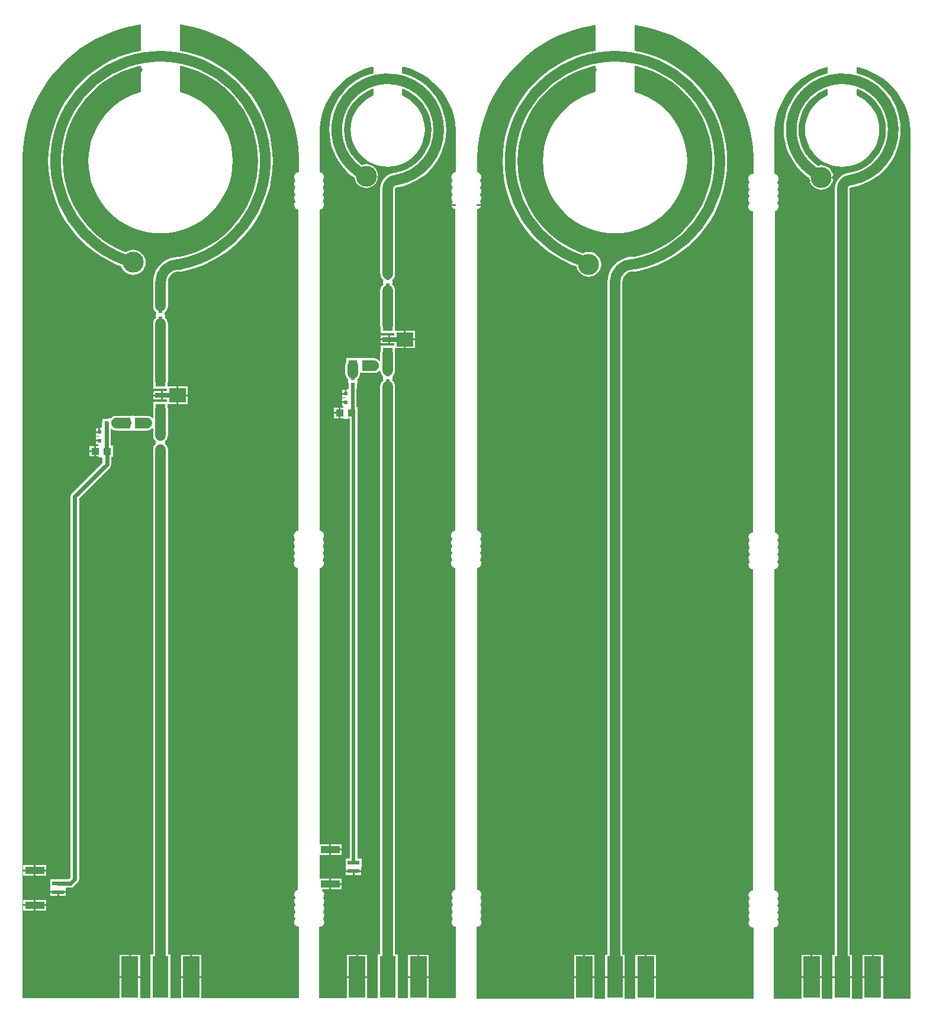
<source format=gtl>
G04*
G04 #@! TF.GenerationSoftware,Altium Limited,Altium Designer,20.0.13 (296)*
G04*
G04 Layer_Physical_Order=1*
G04 Layer_Color=255*
%FSLAX44Y44*%
%MOMM*%
G71*
G01*
G75*
%ADD26C,1.5000*%
%ADD27C,0.5000*%
%ADD28R,0.6000X0.5000*%
%ADD29R,2.0000X0.6500*%
%ADD30R,1.4000X0.5700*%
%ADD31R,2.4500X2.0000*%
%ADD32R,0.5000X0.6000*%
%ADD33R,1.3000X1.5000*%
%ADD34R,1.1000X1.0000*%
%ADD35R,2.4100X5.8900*%
%ADD36R,2.2900X5.8900*%
%ADD37R,2.8000X1.0000*%
%ADD38R,1.7000X0.6000*%
%ADD39C,0.6000*%
%ADD40C,0.8500*%
%ADD41C,0.8000*%
%ADD42C,3.0000*%
G36*
X1199174Y1334202D02*
X1208360Y1331416D01*
X1217229Y1327742D01*
X1225695Y1323217D01*
X1233677Y1317883D01*
X1241098Y1311793D01*
X1247886Y1305005D01*
X1253977Y1297584D01*
X1259310Y1289602D01*
X1263835Y1281136D01*
X1267509Y1272267D01*
X1270296Y1263080D01*
X1272169Y1253665D01*
X1273109Y1244111D01*
Y1239311D01*
X1273109Y1606D01*
X1233420D01*
Y31230D01*
X1218830D01*
X1204240D01*
Y1606D01*
X1188990D01*
Y31230D01*
X1175000D01*
X1161010D01*
Y1606D01*
X1145765D01*
Y31230D01*
X1131175D01*
X1116585D01*
Y1606D01*
X1077520D01*
Y103447D01*
X1079197Y103667D01*
X1080778Y104322D01*
X1082136Y105364D01*
X1083178Y106722D01*
X1083833Y108303D01*
X1084056Y110000D01*
X1083833Y111697D01*
X1083178Y113278D01*
X1082136Y114636D01*
X1082557Y115913D01*
X1083178Y116722D01*
X1083833Y118303D01*
X1084056Y120000D01*
X1083833Y121697D01*
X1083178Y123278D01*
X1082557Y124087D01*
X1082256Y125000D01*
X1082557Y125913D01*
X1083178Y126722D01*
X1083833Y128303D01*
X1084056Y130000D01*
X1083833Y131697D01*
X1083178Y133278D01*
X1082557Y134087D01*
X1082136Y135364D01*
X1083178Y136722D01*
X1083833Y138303D01*
X1084056Y140000D01*
X1083833Y141697D01*
X1083178Y143278D01*
X1082136Y144636D01*
X1082557Y145913D01*
X1083178Y146722D01*
X1083833Y148303D01*
X1084056Y150000D01*
X1083833Y151697D01*
X1083178Y153278D01*
X1082136Y154636D01*
X1080778Y155678D01*
X1079197Y156333D01*
X1078315Y156449D01*
X1078315Y616051D01*
X1079197Y616167D01*
X1080778Y616822D01*
X1082136Y617864D01*
X1083178Y619222D01*
X1083833Y620803D01*
X1084056Y622500D01*
X1083833Y624197D01*
X1083178Y625778D01*
X1082557Y626587D01*
X1082136Y627864D01*
X1083178Y629222D01*
X1083833Y630803D01*
X1084056Y632500D01*
X1083833Y634197D01*
X1083178Y635778D01*
X1082136Y637136D01*
Y637864D01*
X1083178Y639222D01*
X1083833Y640803D01*
X1084056Y642500D01*
X1083833Y644197D01*
X1083178Y645778D01*
X1082136Y647136D01*
X1082557Y648413D01*
X1083178Y649222D01*
X1083833Y650803D01*
X1084056Y652500D01*
X1083833Y654197D01*
X1083178Y655778D01*
X1082557Y656587D01*
X1082136Y657864D01*
X1083178Y659222D01*
X1083833Y660803D01*
X1084056Y662500D01*
X1083833Y664197D01*
X1083178Y665778D01*
X1082136Y667136D01*
X1080778Y668178D01*
X1079197Y668833D01*
X1078460Y668930D01*
X1078460Y1128570D01*
X1079197Y1128667D01*
X1080778Y1129322D01*
X1082136Y1130364D01*
X1083178Y1131722D01*
X1083833Y1133303D01*
X1084056Y1135000D01*
X1083833Y1136697D01*
X1083178Y1138278D01*
X1082557Y1139087D01*
X1082136Y1140364D01*
X1083178Y1141722D01*
X1083833Y1143303D01*
X1084056Y1145000D01*
X1083833Y1146697D01*
X1083178Y1148278D01*
X1082136Y1149636D01*
Y1150364D01*
X1083178Y1151722D01*
X1083833Y1153303D01*
X1084056Y1155000D01*
X1083833Y1156697D01*
X1083178Y1158278D01*
X1082136Y1159636D01*
X1082557Y1160913D01*
X1083178Y1161722D01*
X1083833Y1163303D01*
X1084056Y1165000D01*
X1083833Y1166697D01*
X1083178Y1168278D01*
X1082557Y1169087D01*
X1082136Y1170364D01*
X1083178Y1171722D01*
X1083833Y1173303D01*
X1084056Y1175000D01*
X1083833Y1176697D01*
X1083178Y1178278D01*
X1082136Y1179636D01*
X1080778Y1180678D01*
X1079197Y1181333D01*
X1077700Y1181530D01*
Y1239311D01*
Y1244111D01*
X1078641Y1253665D01*
X1080513Y1263080D01*
X1083300Y1272267D01*
X1086974Y1281136D01*
X1091499Y1289602D01*
X1096832Y1297584D01*
X1102923Y1305005D01*
X1109711Y1311793D01*
X1117132Y1317883D01*
X1125114Y1323217D01*
X1133580Y1327742D01*
X1142449Y1331416D01*
X1151635Y1334202D01*
X1153459Y1334565D01*
X1154441Y1333759D01*
Y1325930D01*
X1150732Y1325001D01*
X1143007Y1322237D01*
X1135591Y1318729D01*
X1128554Y1314511D01*
X1121964Y1309624D01*
X1115885Y1304115D01*
X1110376Y1298036D01*
X1105489Y1291446D01*
X1101271Y1284409D01*
X1097763Y1276993D01*
X1094999Y1269268D01*
X1093006Y1261310D01*
X1091802Y1253194D01*
X1091399Y1245000D01*
X1091802Y1236806D01*
X1093006Y1228690D01*
X1094999Y1220732D01*
X1097763Y1213007D01*
X1101271Y1205591D01*
X1105489Y1198554D01*
X1110376Y1191964D01*
X1115885Y1185885D01*
X1121964Y1180376D01*
X1127765Y1176074D01*
X1128041Y1173278D01*
X1129032Y1170011D01*
X1130641Y1166999D01*
X1132807Y1164360D01*
X1135446Y1162194D01*
X1138457Y1160585D01*
X1141725Y1159594D01*
X1145123Y1159259D01*
X1148520Y1159594D01*
X1151788Y1160585D01*
X1154799Y1162194D01*
X1157438Y1164360D01*
X1159604Y1166999D01*
X1161213Y1170011D01*
X1162205Y1173278D01*
X1162539Y1176675D01*
X1162205Y1180073D01*
X1161213Y1183341D01*
X1159604Y1186352D01*
X1157438Y1188991D01*
X1154799Y1191157D01*
X1151788Y1192766D01*
X1148520Y1193757D01*
X1145123Y1194092D01*
X1141725Y1193757D01*
X1140119Y1193270D01*
X1136050Y1196158D01*
X1130826Y1200826D01*
X1126158Y1206050D01*
X1122104Y1211763D01*
X1118715Y1217895D01*
X1116034Y1224367D01*
X1114095Y1231099D01*
X1112922Y1238005D01*
X1112529Y1245000D01*
X1112922Y1251995D01*
X1114095Y1258901D01*
X1116034Y1265633D01*
X1118715Y1272105D01*
X1122104Y1278237D01*
X1126158Y1283950D01*
X1130826Y1289174D01*
X1136050Y1293842D01*
X1141763Y1297896D01*
X1147895Y1301285D01*
X1153171Y1303470D01*
X1154441Y1302622D01*
Y1293956D01*
X1148443Y1290998D01*
X1142666Y1287138D01*
X1137443Y1282557D01*
X1132862Y1277334D01*
X1129002Y1271557D01*
X1125929Y1265326D01*
X1123696Y1258747D01*
X1122341Y1251933D01*
X1121886Y1245000D01*
X1122341Y1238067D01*
X1123696Y1231253D01*
X1125929Y1224674D01*
X1129002Y1218443D01*
X1132862Y1212666D01*
X1137443Y1207443D01*
X1142666Y1202862D01*
X1148443Y1199002D01*
X1154674Y1195929D01*
X1161253Y1193696D01*
X1168067Y1192341D01*
X1175000Y1191886D01*
X1181933Y1192341D01*
X1188747Y1193696D01*
X1195326Y1195929D01*
X1201557Y1199002D01*
X1207334Y1202862D01*
X1212557Y1207443D01*
X1217138Y1212666D01*
X1220998Y1218443D01*
X1224071Y1224674D01*
X1226304Y1231253D01*
X1227659Y1238067D01*
X1228114Y1245000D01*
X1227659Y1251933D01*
X1226304Y1258747D01*
X1224071Y1265326D01*
X1220998Y1271557D01*
X1217138Y1277334D01*
X1212557Y1282557D01*
X1207334Y1287138D01*
X1201557Y1290998D01*
X1195559Y1293956D01*
Y1302622D01*
X1196829Y1303470D01*
X1202105Y1301285D01*
X1208237Y1297896D01*
X1213950Y1293842D01*
X1219174Y1289174D01*
X1223842Y1283950D01*
X1227896Y1278237D01*
X1231285Y1272105D01*
X1233966Y1265633D01*
X1235905Y1258901D01*
X1237078Y1251995D01*
X1237471Y1245000D01*
X1237078Y1238005D01*
X1235905Y1231099D01*
X1233966Y1224367D01*
X1231285Y1217895D01*
X1227896Y1211763D01*
X1223842Y1206050D01*
X1219174Y1200826D01*
X1213950Y1196158D01*
X1208237Y1192104D01*
X1202105Y1188715D01*
X1195633Y1186034D01*
X1188901Y1184095D01*
X1185831Y1183573D01*
Y1183573D01*
X1185803Y1183537D01*
X1183133Y1183274D01*
X1178764Y1181948D01*
X1174738Y1179796D01*
X1171209Y1176900D01*
X1168313Y1173371D01*
X1166161Y1169345D01*
X1164835Y1164976D01*
X1164388Y1160433D01*
X1164409D01*
Y64490D01*
X1161010D01*
Y33770D01*
X1175000D01*
X1188990D01*
Y64490D01*
X1185591D01*
Y1160433D01*
X1185589Y1160444D01*
X1185746Y1161232D01*
X1186199Y1161910D01*
X1186877Y1162363D01*
X1187665Y1162520D01*
X1187676Y1162518D01*
X1189501Y1162759D01*
X1189505Y1162738D01*
X1191310Y1163006D01*
X1199268Y1164999D01*
X1206993Y1167763D01*
X1214409Y1171271D01*
X1221446Y1175489D01*
X1228036Y1180376D01*
X1234115Y1185885D01*
X1239624Y1191964D01*
X1244511Y1198554D01*
X1248729Y1205591D01*
X1252237Y1213007D01*
X1255001Y1220732D01*
X1256994Y1228690D01*
X1258198Y1236806D01*
X1258601Y1245000D01*
X1258198Y1253194D01*
X1256994Y1261310D01*
X1255001Y1269268D01*
X1252237Y1276993D01*
X1248729Y1284409D01*
X1244511Y1291446D01*
X1239624Y1298036D01*
X1234115Y1304115D01*
X1228036Y1309624D01*
X1221446Y1314511D01*
X1214409Y1318729D01*
X1206993Y1322237D01*
X1199268Y1325001D01*
X1195559Y1325930D01*
Y1333920D01*
X1196541Y1334726D01*
X1199174Y1334202D01*
D02*
G37*
G36*
X504441Y1334529D02*
Y1325930D01*
X500732Y1325001D01*
X493007Y1322237D01*
X485591Y1318729D01*
X478554Y1314511D01*
X471964Y1309624D01*
X465885Y1304115D01*
X460376Y1298036D01*
X455489Y1291446D01*
X451271Y1284409D01*
X447763Y1276993D01*
X444999Y1269268D01*
X443006Y1261310D01*
X441802Y1253194D01*
X441399Y1245000D01*
X441802Y1236806D01*
X443006Y1228690D01*
X444999Y1220732D01*
X447763Y1213007D01*
X451271Y1205591D01*
X455489Y1198554D01*
X460376Y1191964D01*
X465885Y1185885D01*
X471964Y1180376D01*
X477465Y1176296D01*
X477552Y1175411D01*
X478521Y1172216D01*
X480095Y1169271D01*
X482213Y1166691D01*
X484794Y1164573D01*
X487738Y1162999D01*
X490933Y1162030D01*
X494255Y1161703D01*
X497578Y1162030D01*
X500773Y1162999D01*
X503717Y1164573D01*
X506298Y1166691D01*
X508416Y1169271D01*
X509989Y1172216D01*
X510959Y1175411D01*
X511286Y1178733D01*
X510959Y1182056D01*
X509989Y1185250D01*
X508416Y1188195D01*
X506298Y1190776D01*
X503717Y1192894D01*
X500773Y1194467D01*
X497578Y1195436D01*
X494255Y1195764D01*
X490933Y1195436D01*
X488224Y1194615D01*
X486050Y1196158D01*
X480826Y1200826D01*
X476158Y1206050D01*
X472104Y1211763D01*
X468715Y1217895D01*
X466034Y1224367D01*
X464095Y1231099D01*
X462921Y1238005D01*
X462529Y1245000D01*
X462921Y1251995D01*
X464095Y1258901D01*
X466034Y1265633D01*
X468715Y1272105D01*
X472104Y1278237D01*
X476158Y1283950D01*
X480826Y1289174D01*
X486050Y1293842D01*
X491763Y1297896D01*
X497895Y1301285D01*
X503171Y1303470D01*
X504441Y1302622D01*
Y1293956D01*
X498443Y1290998D01*
X492666Y1287138D01*
X487443Y1282557D01*
X482862Y1277334D01*
X479002Y1271557D01*
X475929Y1265326D01*
X473696Y1258747D01*
X472341Y1251933D01*
X471886Y1245000D01*
X472341Y1238067D01*
X473696Y1231253D01*
X475929Y1224674D01*
X479002Y1218443D01*
X482862Y1212666D01*
X487443Y1207443D01*
X492666Y1202862D01*
X498443Y1199002D01*
X504674Y1195929D01*
X511253Y1193696D01*
X518067Y1192341D01*
X525000Y1191886D01*
X531933Y1192341D01*
X538747Y1193696D01*
X545326Y1195929D01*
X551557Y1199002D01*
X557334Y1202862D01*
X562557Y1207443D01*
X567138Y1212666D01*
X570998Y1218443D01*
X574071Y1224674D01*
X576304Y1231253D01*
X577659Y1238067D01*
X578114Y1245000D01*
X577659Y1251933D01*
X576304Y1258747D01*
X574071Y1265326D01*
X570998Y1271557D01*
X567138Y1277334D01*
X562557Y1282557D01*
X557334Y1287138D01*
X551557Y1290998D01*
X545559Y1293956D01*
Y1302622D01*
X546829Y1303470D01*
X552105Y1301285D01*
X558237Y1297896D01*
X563950Y1293842D01*
X569174Y1289174D01*
X573842Y1283950D01*
X577896Y1278237D01*
X581285Y1272105D01*
X583966Y1265633D01*
X585905Y1258901D01*
X587079Y1251995D01*
X587471Y1245000D01*
X587079Y1238005D01*
X585905Y1231099D01*
X583966Y1224367D01*
X581285Y1217895D01*
X577896Y1211763D01*
X573842Y1206050D01*
X569174Y1200826D01*
X563950Y1196158D01*
X558237Y1192104D01*
X552105Y1188715D01*
X545633Y1186034D01*
X538901Y1184095D01*
X535831Y1183573D01*
Y1183573D01*
X535803Y1183537D01*
X533133Y1183274D01*
X528764Y1181948D01*
X524738Y1179796D01*
X521209Y1176900D01*
X518313Y1173371D01*
X516161Y1169345D01*
X514835Y1164976D01*
X514388Y1160433D01*
X514409D01*
X514409Y1039942D01*
X514377D01*
X514449Y1039212D01*
X514560Y1037978D01*
D01*
X514665Y1036716D01*
X514669Y1036665D01*
X514773Y1036363D01*
X514815Y1036047D01*
X515223Y1035061D01*
X515572Y1034052D01*
X515751Y1033787D01*
X515873Y1033493D01*
X516522Y1032646D01*
X517121Y1031761D01*
X517362Y1031552D01*
X517556Y1031299D01*
X518402Y1030649D01*
X518790Y1030313D01*
X518219Y1029458D01*
X517986Y1028288D01*
Y1026288D01*
X518219Y1025117D01*
X518882Y1024125D01*
X518225Y1023036D01*
X517511Y1022489D01*
X515828Y1020295D01*
X514770Y1017741D01*
X514409Y1015000D01*
Y965000D01*
X514770Y962259D01*
X515000Y961704D01*
Y954150D01*
X534460D01*
Y950790D01*
X528770D01*
Y945000D01*
Y939210D01*
X534460D01*
Y935850D01*
X515000D01*
Y928296D01*
X514770Y927741D01*
X514409Y925000D01*
Y914559D01*
X514000D01*
X512975Y914355D01*
X512489Y914989D01*
X510295Y916672D01*
X507741Y917730D01*
X505000Y918091D01*
X497500D01*
X496812Y918000D01*
X487658D01*
X487170Y918326D01*
X486000Y918559D01*
X484338D01*
X483167Y918326D01*
X482679Y918000D01*
X466000D01*
Y912519D01*
X465828Y912295D01*
X464770Y909741D01*
X464409Y907000D01*
Y896500D01*
X464770Y893759D01*
X465828Y891205D01*
X467511Y889012D01*
X468762Y888052D01*
X468174Y887171D01*
X467941Y886000D01*
Y884000D01*
X468174Y882830D01*
X468837Y881837D01*
X469000Y881728D01*
Y874559D01*
X467830Y874326D01*
X466837Y873663D01*
X466421Y873040D01*
X466270D01*
Y872814D01*
X466174Y872670D01*
X465941Y871500D01*
Y867500D01*
X465000D01*
Y866230D01*
X459960D01*
Y861960D01*
X464719D01*
X465129Y861250D01*
X464719Y860540D01*
X459960D01*
Y856270D01*
X465000D01*
Y853730D01*
X459960D01*
Y849460D01*
X460748D01*
X461368Y848190D01*
X460893Y847540D01*
X457770D01*
Y840000D01*
Y832460D01*
X461421D01*
X461837Y831837D01*
X462829Y831174D01*
X464000Y830941D01*
X466000D01*
X467170Y831174D01*
X468163Y831837D01*
X468272Y832000D01*
X470624D01*
Y202450D01*
X464732D01*
Y190569D01*
X464732Y190450D01*
X465192Y189371D01*
X465192Y189180D01*
Y185220D01*
X476232D01*
X487272D01*
X487272Y189371D01*
X487732Y190450D01*
X487732Y190569D01*
Y202450D01*
X481840D01*
Y832000D01*
X482000D01*
Y848000D01*
X480608D01*
Y855000D01*
Y867500D01*
Y874500D01*
X481000D01*
Y881729D01*
X481163Y881837D01*
X481826Y882830D01*
X482058Y884000D01*
Y886000D01*
X481826Y887171D01*
X481237Y888051D01*
X482489Y889012D01*
X484172Y891205D01*
X485230Y893759D01*
X485591Y896500D01*
Y897000D01*
X496812D01*
X497500Y896909D01*
X505000D01*
X507741Y897270D01*
X510295Y898328D01*
X512489Y900011D01*
X512975Y900645D01*
X514000Y900441D01*
X514411D01*
X514770Y897713D01*
X515828Y895159D01*
X517511Y892966D01*
X518301Y892360D01*
X518174Y892170D01*
X517941Y891000D01*
Y889000D01*
X518174Y887829D01*
X518837Y886837D01*
X518380Y885655D01*
X517511Y884989D01*
X515828Y882795D01*
X514770Y880241D01*
X514409Y877500D01*
Y64950D01*
X510550D01*
Y2295D01*
X495765D01*
Y31230D01*
X481175D01*
X466585D01*
Y2295D01*
X427115D01*
Y103894D01*
X427694Y104401D01*
X429391Y104625D01*
X430972Y105280D01*
X432330Y106321D01*
X433372Y107679D01*
X434026Y109260D01*
X434250Y110957D01*
X434026Y112654D01*
X433372Y114235D01*
X432751Y115044D01*
X432450Y115957D01*
X432751Y116871D01*
X433372Y117679D01*
X434026Y119260D01*
X434250Y120957D01*
X434026Y122654D01*
X433372Y124235D01*
X432751Y125044D01*
X432450Y125957D01*
X432751Y126870D01*
X433372Y127679D01*
X434026Y129260D01*
X434250Y130957D01*
X434026Y132654D01*
X433372Y134235D01*
X432751Y135044D01*
X432450Y135957D01*
X432751Y136870D01*
X433372Y137679D01*
X434026Y139260D01*
X434250Y140957D01*
X434026Y142654D01*
X433372Y144235D01*
X432751Y145044D01*
X432450Y145957D01*
X432751Y146870D01*
X433372Y147679D01*
X434026Y149260D01*
X434250Y150957D01*
X434026Y152654D01*
X433372Y154235D01*
X432330Y155593D01*
X430972Y156635D01*
X430960Y156640D01*
X431212Y157910D01*
X441462D01*
Y165450D01*
Y172990D01*
X427906D01*
Y207410D01*
X441462D01*
Y214950D01*
Y222490D01*
X427906D01*
X427906Y617976D01*
X429017Y618122D01*
X430598Y618777D01*
X431956Y619819D01*
X432998Y621177D01*
X433653Y622758D01*
X433876Y624455D01*
X433653Y626152D01*
X432998Y627733D01*
X431956Y629091D01*
X432378Y630368D01*
X432998Y631177D01*
X433653Y632758D01*
X433876Y634455D01*
X433653Y636152D01*
X432998Y637733D01*
X432378Y638542D01*
X432076Y639455D01*
X432378Y640368D01*
X432998Y641177D01*
X433653Y642758D01*
X433876Y644455D01*
X433653Y646152D01*
X432998Y647733D01*
X432378Y648542D01*
X431956Y649819D01*
X432998Y651177D01*
X433653Y652758D01*
X433876Y654455D01*
X433653Y656152D01*
X432998Y657733D01*
X431956Y659091D01*
X432378Y660368D01*
X432998Y661177D01*
X433653Y662758D01*
X433876Y664455D01*
X433653Y666152D01*
X432998Y667733D01*
X431956Y669091D01*
X430598Y670133D01*
X429017Y670788D01*
X428059Y670914D01*
X428059Y1131018D01*
X429197Y1131167D01*
X430778Y1131822D01*
X432136Y1132864D01*
X433178Y1134222D01*
X433833Y1135803D01*
X434056Y1137500D01*
X433833Y1139197D01*
X433178Y1140778D01*
X432557Y1141587D01*
X432256Y1142500D01*
X432557Y1143413D01*
X433178Y1144222D01*
X433833Y1145803D01*
X434056Y1147500D01*
X433833Y1149197D01*
X433178Y1150778D01*
X432557Y1151587D01*
X432256Y1152500D01*
X432557Y1153413D01*
X433178Y1154222D01*
X433833Y1155803D01*
X434056Y1157500D01*
X433833Y1159197D01*
X433178Y1160778D01*
X432557Y1161587D01*
X432256Y1162500D01*
X432557Y1163413D01*
X433178Y1164222D01*
X433833Y1165803D01*
X434056Y1167500D01*
X433833Y1169197D01*
X433178Y1170778D01*
X432557Y1171587D01*
X432256Y1172500D01*
X432557Y1173413D01*
X433178Y1174222D01*
X433833Y1175803D01*
X434056Y1177500D01*
X433833Y1179197D01*
X433178Y1180778D01*
X432136Y1182136D01*
X430778Y1183178D01*
X429197Y1183833D01*
X427500Y1184056D01*
X427295Y1184236D01*
Y1240000D01*
Y1244800D01*
X428236Y1254353D01*
X430109Y1263769D01*
X432896Y1272955D01*
X436569Y1281825D01*
X441095Y1290291D01*
X446428Y1298273D01*
X452518Y1305694D01*
X459306Y1312482D01*
X466727Y1318572D01*
X474709Y1323905D01*
X483175Y1328431D01*
X492044Y1332104D01*
X501231Y1334891D01*
X503460Y1335334D01*
X504441Y1334529D01*
D02*
G37*
G36*
X548769Y1334891D02*
X557956Y1332104D01*
X566825Y1328431D01*
X575291Y1323905D01*
X583273Y1318572D01*
X590694Y1312482D01*
X597482Y1305694D01*
X603572Y1298273D01*
X608905Y1290291D01*
X613431Y1281825D01*
X617104Y1272956D01*
X619891Y1263769D01*
X621764Y1254353D01*
X622705Y1244800D01*
X622705Y1240000D01*
X622699Y1184240D01*
X622493Y1184060D01*
X620797Y1183837D01*
X619215Y1183182D01*
X617858Y1182140D01*
X616816Y1180782D01*
X616161Y1179201D01*
X615937Y1177504D01*
X616161Y1175807D01*
X616816Y1174226D01*
X617436Y1173417D01*
X617858Y1172140D01*
X616816Y1170782D01*
X616161Y1169201D01*
X615937Y1167504D01*
X616161Y1165807D01*
X616816Y1164226D01*
X617858Y1162868D01*
X617436Y1161590D01*
X616816Y1160782D01*
X616161Y1159201D01*
X615937Y1157504D01*
X616161Y1155807D01*
X616816Y1154226D01*
X617436Y1153417D01*
X617737Y1152504D01*
X617436Y1151591D01*
X616816Y1150782D01*
X616161Y1149201D01*
X615937Y1147504D01*
X616161Y1145807D01*
X616816Y1144226D01*
X617694Y1143081D01*
X618145Y1141855D01*
X616810Y1139857D01*
X616594Y1138770D01*
X622500D01*
Y1136230D01*
X616594D01*
X616810Y1135143D01*
X618145Y1133145D01*
X620143Y1131811D01*
X621935Y1131454D01*
Y670965D01*
X620617Y670791D01*
X619036Y670136D01*
X617678Y669095D01*
X616636Y667737D01*
X615981Y666156D01*
X615758Y664459D01*
X615981Y662762D01*
X616636Y661181D01*
X617257Y660372D01*
X617558Y659459D01*
X617257Y658546D01*
X616636Y657737D01*
X615981Y656156D01*
X615758Y654459D01*
X615981Y652762D01*
X616636Y651181D01*
X617257Y650372D01*
X617558Y649459D01*
X617257Y648546D01*
X616636Y647737D01*
X615981Y646156D01*
X615758Y644459D01*
X615981Y642762D01*
X616636Y641181D01*
X617257Y640372D01*
X617558Y639459D01*
X617257Y638545D01*
X616636Y637737D01*
X615981Y636156D01*
X615758Y634459D01*
X615981Y632762D01*
X616636Y631181D01*
X617257Y630372D01*
X617558Y629459D01*
X617257Y628545D01*
X616636Y627737D01*
X615981Y626156D01*
X615758Y624459D01*
X615981Y622762D01*
X616636Y621181D01*
X617678Y619823D01*
X619036Y618781D01*
X620617Y618126D01*
X621781Y617973D01*
Y157398D01*
X620990Y157294D01*
X619409Y156639D01*
X618051Y155597D01*
X617010Y154239D01*
X616354Y152658D01*
X616131Y150961D01*
X616354Y149264D01*
X617010Y147683D01*
X617630Y146874D01*
X618051Y145597D01*
X617010Y144239D01*
X616354Y142658D01*
X616131Y140961D01*
X616354Y139264D01*
X617010Y137683D01*
X618051Y136325D01*
X617630Y135048D01*
X617010Y134239D01*
X616354Y132658D01*
X616131Y130961D01*
X616354Y129264D01*
X617010Y127683D01*
X617630Y126874D01*
X617931Y125961D01*
X617630Y125048D01*
X617010Y124239D01*
X616354Y122658D01*
X616131Y120961D01*
X616354Y119264D01*
X617010Y117683D01*
X617630Y116874D01*
X618051Y115597D01*
X617010Y114239D01*
X616354Y112658D01*
X616131Y110961D01*
X616354Y109264D01*
X617010Y107683D01*
X618051Y106325D01*
X619409Y105283D01*
X620990Y104628D01*
X622687Y104405D01*
X622705Y104389D01*
Y2295D01*
X583420D01*
Y31230D01*
X568830D01*
X554240D01*
Y2295D01*
X539450D01*
Y64950D01*
X535591D01*
Y877500D01*
X535230Y880241D01*
X534172Y882795D01*
X532489Y884989D01*
X531620Y885655D01*
X531163Y886837D01*
X531826Y887829D01*
X532059Y889000D01*
Y891000D01*
X531826Y892170D01*
X531699Y892360D01*
X532489Y892966D01*
X534172Y895159D01*
X535230Y897713D01*
X535591Y900454D01*
Y925000D01*
X535230Y927741D01*
X535000Y928296D01*
Y932460D01*
X547980D01*
Y945000D01*
Y957540D01*
X535000D01*
Y961704D01*
X535230Y962259D01*
X535591Y965000D01*
Y1015000D01*
X535230Y1017741D01*
X534172Y1020295D01*
X532489Y1022489D01*
X531816Y1023005D01*
X531207Y1024125D01*
X531870Y1025117D01*
X532103Y1026288D01*
Y1028288D01*
X531870Y1029458D01*
X531286Y1030333D01*
X532071Y1030864D01*
X532280Y1031105D01*
X532533Y1031299D01*
X533183Y1032146D01*
X533882Y1032952D01*
X534022Y1033240D01*
X534216Y1033493D01*
X534624Y1034478D01*
X535092Y1035439D01*
X535152Y1035752D01*
X535274Y1036047D01*
X535414Y1037105D01*
X535616Y1038153D01*
X535601Y1038372D01*
X535602Y1038534D01*
X535635Y1038788D01*
X535609Y1039603D01*
X535591Y1040844D01*
X535591Y1160433D01*
X535589Y1160444D01*
X535746Y1161232D01*
X536199Y1161910D01*
X536559Y1162151D01*
X537676Y1162518D01*
X537676D01*
X539501Y1162759D01*
X539505Y1162738D01*
X541310Y1163006D01*
X549268Y1164999D01*
X556993Y1167763D01*
X564409Y1171271D01*
X571446Y1175489D01*
X578036Y1180376D01*
X584115Y1185885D01*
X589624Y1191964D01*
X594511Y1198554D01*
X598729Y1205591D01*
X602237Y1213007D01*
X605001Y1220732D01*
X606994Y1228690D01*
X608198Y1236806D01*
X608601Y1245000D01*
X608198Y1253194D01*
X606994Y1261310D01*
X605001Y1269268D01*
X602237Y1276993D01*
X598729Y1284409D01*
X594511Y1291446D01*
X589624Y1298036D01*
X584115Y1304115D01*
X578036Y1309624D01*
X571446Y1314511D01*
X564409Y1318729D01*
X556993Y1322237D01*
X549268Y1325001D01*
X545559Y1325930D01*
Y1334529D01*
X546540Y1335334D01*
X548769Y1334891D01*
D02*
G37*
G36*
X882627Y1394480D02*
X895323Y1391955D01*
X907826Y1388604D01*
X920083Y1384444D01*
X932042Y1379490D01*
X943652Y1373765D01*
X954862Y1367293D01*
X965625Y1360101D01*
X975895Y1352221D01*
X985627Y1343686D01*
X994780Y1334533D01*
X1003314Y1324801D01*
X1011194Y1314532D01*
X1018386Y1303768D01*
X1024858Y1292559D01*
X1030583Y1280949D01*
X1035537Y1268990D01*
X1039698Y1256733D01*
X1043048Y1244230D01*
X1045573Y1231534D01*
X1047263Y1218700D01*
X1048110Y1205783D01*
Y1199311D01*
X1048109Y1182448D01*
X1047156Y1181611D01*
X1045459Y1181388D01*
X1043877Y1180733D01*
X1042520Y1179691D01*
X1041478Y1178333D01*
X1040823Y1176752D01*
X1040600Y1175055D01*
X1040823Y1173358D01*
X1041478Y1171777D01*
X1042098Y1170968D01*
X1042520Y1169691D01*
X1041478Y1168333D01*
X1040823Y1166752D01*
X1040600Y1165055D01*
X1040823Y1163358D01*
X1041478Y1161777D01*
X1042520Y1160419D01*
X1042098Y1159142D01*
X1041478Y1158333D01*
X1040823Y1156752D01*
X1040600Y1155055D01*
X1040823Y1153358D01*
X1041478Y1151777D01*
X1042098Y1150968D01*
X1042400Y1150055D01*
X1042098Y1149142D01*
X1041478Y1148333D01*
X1040823Y1146752D01*
X1040600Y1145055D01*
X1040823Y1143358D01*
X1041478Y1141777D01*
X1042098Y1140968D01*
X1042520Y1139691D01*
X1041478Y1138333D01*
X1040823Y1136752D01*
X1040600Y1135055D01*
X1040823Y1133358D01*
X1041478Y1131777D01*
X1042520Y1130419D01*
X1043877Y1129377D01*
X1045459Y1128722D01*
X1045769Y1128681D01*
X1045803Y1128667D01*
X1047343Y1128465D01*
Y669035D01*
X1045803Y668833D01*
X1044222Y668178D01*
X1042864Y667136D01*
X1041822Y665778D01*
X1041167Y664197D01*
X1040944Y662500D01*
X1041167Y660803D01*
X1041822Y659222D01*
X1042443Y658413D01*
X1042744Y657500D01*
X1042443Y656587D01*
X1041822Y655778D01*
X1041167Y654197D01*
X1040944Y652500D01*
X1041167Y650803D01*
X1041822Y649222D01*
X1042443Y648413D01*
X1042744Y647500D01*
X1042443Y646587D01*
X1041822Y645778D01*
X1041167Y644197D01*
X1040944Y642500D01*
X1041167Y640803D01*
X1041822Y639222D01*
X1042864Y637864D01*
Y637136D01*
X1041822Y635778D01*
X1041167Y634197D01*
X1040944Y632500D01*
X1041167Y630803D01*
X1041822Y629222D01*
X1042443Y628413D01*
X1042744Y627500D01*
X1042443Y626587D01*
X1041822Y625778D01*
X1041167Y624197D01*
X1040944Y622500D01*
X1041167Y620803D01*
X1041822Y619222D01*
X1042864Y617864D01*
X1044222Y616822D01*
X1045803Y616167D01*
X1047197Y615984D01*
Y156516D01*
X1045803Y156333D01*
X1044222Y155678D01*
X1042864Y154636D01*
X1041822Y153278D01*
X1041167Y151697D01*
X1040944Y150000D01*
X1041167Y148303D01*
X1041822Y146722D01*
X1042443Y145913D01*
X1042744Y145000D01*
X1042443Y144087D01*
X1041822Y143278D01*
X1041167Y141697D01*
X1040944Y140000D01*
X1041167Y138303D01*
X1041822Y136722D01*
X1042443Y135913D01*
X1042744Y135000D01*
X1042443Y134087D01*
X1041822Y133278D01*
X1041167Y131697D01*
X1040944Y130000D01*
X1041167Y128303D01*
X1041822Y126722D01*
X1042443Y125913D01*
X1042744Y125000D01*
X1042443Y124087D01*
X1041822Y123278D01*
X1041167Y121697D01*
X1040944Y120000D01*
X1041167Y118303D01*
X1041822Y116722D01*
X1042443Y115913D01*
X1042744Y115000D01*
X1042443Y114087D01*
X1041822Y113278D01*
X1041167Y111697D01*
X1040944Y110000D01*
X1041167Y108303D01*
X1041822Y106722D01*
X1042864Y105364D01*
X1044222Y104322D01*
X1045803Y103667D01*
X1047500Y103444D01*
X1048109Y102909D01*
Y1606D01*
X908420D01*
Y31230D01*
X893830D01*
X879240D01*
Y1606D01*
X863990D01*
Y31230D01*
X850000D01*
X836010D01*
Y1606D01*
X820765D01*
Y31230D01*
X806175D01*
X791585D01*
Y1606D01*
X652295D01*
X652292Y104058D01*
X652687Y104405D01*
X654384Y104628D01*
X655965Y105283D01*
X657323Y106325D01*
X658365Y107683D01*
X659020Y109264D01*
X659243Y110961D01*
X659020Y112658D01*
X658365Y114239D01*
X657744Y115048D01*
X657443Y115961D01*
X657744Y116874D01*
X658365Y117683D01*
X659020Y119264D01*
X659243Y120961D01*
X659020Y122658D01*
X658365Y124239D01*
X657744Y125048D01*
X657443Y125961D01*
X657744Y126874D01*
X658365Y127683D01*
X659020Y129264D01*
X659243Y130961D01*
X659020Y132658D01*
X658365Y134239D01*
X657744Y135048D01*
X657443Y135961D01*
X657744Y136874D01*
X658365Y137683D01*
X659020Y139264D01*
X659243Y140961D01*
X659020Y142658D01*
X658365Y144239D01*
X657744Y145048D01*
X657443Y145961D01*
X657744Y146874D01*
X658365Y147683D01*
X659020Y149264D01*
X659243Y150961D01*
X659020Y152658D01*
X658365Y154239D01*
X657323Y155597D01*
X655965Y156639D01*
X654384Y157294D01*
X652899Y157489D01*
X652899Y617980D01*
X654011Y618126D01*
X655592Y618781D01*
X656950Y619823D01*
X657991Y621181D01*
X658646Y622762D01*
X658870Y624459D01*
X658646Y626156D01*
X657991Y627737D01*
X656950Y629095D01*
X657371Y630372D01*
X657991Y631181D01*
X658646Y632762D01*
X658870Y634459D01*
X658646Y636156D01*
X657991Y637737D01*
X657371Y638545D01*
X657070Y639459D01*
X657371Y640372D01*
X657991Y641181D01*
X658646Y642762D01*
X658870Y644459D01*
X658646Y646156D01*
X657991Y647737D01*
X657371Y648546D01*
X656950Y649823D01*
X657991Y651181D01*
X658646Y652762D01*
X658870Y654459D01*
X658646Y656156D01*
X657991Y657737D01*
X656950Y659095D01*
X657371Y660372D01*
X657991Y661181D01*
X658646Y662762D01*
X658870Y664459D01*
X658646Y666156D01*
X657991Y667737D01*
X656950Y669095D01*
X655592Y670136D01*
X654011Y670791D01*
X653052Y670918D01*
X653052Y1131451D01*
X654857Y1131811D01*
X656855Y1133145D01*
X658189Y1135143D01*
X658406Y1136230D01*
X652500D01*
Y1138770D01*
X658406D01*
X658189Y1139857D01*
X656855Y1141855D01*
X657297Y1143086D01*
X658171Y1144226D01*
X658826Y1145807D01*
X659050Y1147504D01*
X658826Y1149201D01*
X658171Y1150782D01*
X657551Y1151591D01*
X657249Y1152504D01*
X657551Y1153417D01*
X658171Y1154226D01*
X658826Y1155807D01*
X659050Y1157504D01*
X658826Y1159201D01*
X658171Y1160782D01*
X657551Y1161590D01*
X657249Y1162504D01*
X657551Y1163417D01*
X658171Y1164226D01*
X658826Y1165807D01*
X659050Y1167504D01*
X658826Y1169201D01*
X658171Y1170782D01*
X657551Y1171590D01*
X657249Y1172504D01*
X657551Y1173417D01*
X658171Y1174226D01*
X658826Y1175807D01*
X659050Y1177504D01*
X658826Y1179201D01*
X658171Y1180782D01*
X657129Y1182140D01*
X655771Y1183182D01*
X654190Y1183837D01*
X652685Y1184035D01*
X652700Y1199309D01*
X652699Y1199310D01*
X652700Y1199312D01*
Y1205784D01*
X653546Y1218700D01*
X655236Y1231534D01*
X657761Y1244230D01*
X661111Y1256733D01*
X665272Y1268990D01*
X670226Y1280949D01*
X675951Y1292559D01*
X682423Y1303769D01*
X689615Y1314532D01*
X697495Y1324801D01*
X706030Y1334534D01*
X715183Y1343686D01*
X724915Y1352221D01*
X735184Y1360101D01*
X745947Y1367293D01*
X757157Y1373765D01*
X768767Y1379490D01*
X780726Y1384444D01*
X792983Y1388604D01*
X805486Y1391955D01*
X818182Y1394480D01*
X820986Y1394849D01*
X821941Y1394012D01*
Y1358063D01*
X812503Y1356186D01*
X800365Y1352762D01*
X788532Y1348397D01*
X777078Y1343117D01*
X766074Y1336954D01*
X755588Y1329947D01*
X745683Y1322139D01*
X736422Y1313578D01*
X727861Y1304317D01*
X720053Y1294412D01*
X713046Y1283926D01*
X706883Y1272922D01*
X701603Y1261468D01*
X697238Y1249635D01*
X693814Y1237497D01*
X691354Y1225127D01*
X689871Y1212602D01*
X689376Y1200000D01*
X689871Y1187398D01*
X691354Y1174873D01*
X693814Y1162503D01*
X697238Y1150365D01*
X701603Y1138532D01*
X706883Y1127078D01*
X713046Y1116074D01*
X720053Y1105588D01*
X727861Y1095683D01*
X736422Y1086422D01*
X745683Y1077861D01*
X755588Y1070053D01*
X766074Y1063046D01*
X777078Y1056883D01*
X788532Y1051603D01*
X795005Y1049215D01*
X795024Y1049024D01*
X796038Y1045681D01*
X797684Y1042600D01*
X799900Y1039900D01*
X802600Y1037684D01*
X805681Y1036038D01*
X809024Y1035024D01*
X812500Y1034681D01*
X815976Y1035024D01*
X819319Y1036038D01*
X822400Y1037684D01*
X825100Y1039900D01*
X827316Y1042600D01*
X828962Y1045681D01*
X829976Y1049024D01*
X830319Y1052500D01*
X829976Y1055976D01*
X828962Y1059319D01*
X827316Y1062400D01*
X825100Y1065100D01*
X822400Y1067316D01*
X819319Y1068962D01*
X815976Y1069976D01*
X812500Y1070319D01*
X809024Y1069976D01*
X805681Y1068962D01*
X804389Y1068272D01*
X796623Y1071137D01*
X786677Y1075722D01*
X777122Y1081073D01*
X768015Y1087158D01*
X759415Y1093938D01*
X751372Y1101372D01*
X743938Y1109415D01*
X737158Y1118015D01*
X731073Y1127122D01*
X725722Y1136677D01*
X721137Y1146623D01*
X717346Y1156898D01*
X714373Y1167439D01*
X712237Y1178180D01*
X710949Y1189056D01*
X710519Y1200000D01*
X710949Y1210944D01*
X712237Y1221820D01*
X714373Y1232561D01*
X717346Y1243102D01*
X721137Y1253377D01*
X725722Y1263323D01*
X731073Y1272878D01*
X737158Y1281985D01*
X743938Y1290585D01*
X751372Y1298628D01*
X759415Y1306062D01*
X768015Y1312842D01*
X777122Y1318927D01*
X786677Y1324278D01*
X796623Y1328863D01*
X806898Y1332654D01*
X817439Y1335627D01*
X820959Y1336327D01*
X821941Y1335521D01*
Y1299154D01*
X820065Y1298684D01*
X810536Y1295274D01*
X801388Y1290947D01*
X792707Y1285745D01*
X784579Y1279716D01*
X777080Y1272920D01*
X770284Y1265421D01*
X764255Y1257293D01*
X759053Y1248612D01*
X754726Y1239464D01*
X751316Y1229935D01*
X748857Y1220118D01*
X747372Y1210108D01*
X746876Y1200000D01*
X747372Y1189892D01*
X748857Y1179882D01*
X751316Y1170065D01*
X754726Y1160536D01*
X759053Y1151388D01*
X764255Y1142707D01*
X770284Y1134579D01*
X777080Y1127080D01*
X784579Y1120284D01*
X792707Y1114255D01*
X801388Y1109053D01*
X810536Y1104726D01*
X820065Y1101316D01*
X829882Y1098857D01*
X839892Y1097372D01*
X850000Y1096876D01*
X860108Y1097372D01*
X870118Y1098857D01*
X879935Y1101316D01*
X889464Y1104726D01*
X898612Y1109053D01*
X907293Y1114255D01*
X915421Y1120284D01*
X922920Y1127080D01*
X929716Y1134579D01*
X935745Y1142707D01*
X940947Y1151388D01*
X945274Y1160536D01*
X948684Y1170065D01*
X951143Y1179882D01*
X952628Y1189892D01*
X953124Y1200000D01*
X952628Y1210108D01*
X951143Y1220118D01*
X948684Y1229935D01*
X945274Y1239464D01*
X940947Y1248612D01*
X935745Y1257293D01*
X929716Y1265421D01*
X922920Y1272920D01*
X915421Y1279716D01*
X907293Y1285745D01*
X898612Y1290947D01*
X889464Y1295274D01*
X879935Y1298684D01*
X878059Y1299154D01*
Y1335521D01*
X879041Y1336327D01*
X882561Y1335627D01*
X893102Y1332654D01*
X903377Y1328863D01*
X913323Y1324278D01*
X922878Y1318927D01*
X931985Y1312842D01*
X940585Y1306062D01*
X948628Y1298628D01*
X956062Y1290585D01*
X962842Y1281985D01*
X968927Y1272878D01*
X974278Y1263323D01*
X978863Y1253377D01*
X982654Y1243102D01*
X985627Y1232561D01*
X987763Y1221820D01*
X989051Y1210944D01*
X989481Y1200000D01*
X989051Y1189056D01*
X987763Y1178180D01*
X985627Y1167439D01*
X982654Y1156898D01*
X978863Y1146623D01*
X974278Y1136677D01*
X968927Y1127122D01*
X962842Y1118015D01*
X956062Y1109415D01*
X948628Y1101372D01*
X940585Y1093938D01*
X931985Y1087158D01*
X922878Y1081073D01*
X913323Y1075722D01*
X903377Y1071137D01*
X893102Y1067346D01*
X882561Y1064373D01*
X877182Y1063303D01*
X875915Y1063333D01*
Y1063333D01*
X870201Y1062883D01*
X864628Y1061545D01*
X859332Y1059352D01*
X854445Y1056357D01*
X850086Y1052634D01*
X846364Y1048276D01*
X843369Y1043389D01*
X841175Y1038093D01*
X839837Y1032519D01*
X839387Y1026805D01*
X839409D01*
Y64490D01*
X836010D01*
Y33770D01*
X850000D01*
X863990D01*
Y64490D01*
X860591D01*
Y1026805D01*
X860569Y1026969D01*
X860848Y1029802D01*
X861722Y1032684D01*
X863142Y1035340D01*
X865052Y1037668D01*
X867380Y1039578D01*
X870036Y1040998D01*
X872918Y1041872D01*
X874680Y1042046D01*
X875915Y1042130D01*
X875915Y1042130D01*
X877131Y1041998D01*
X877492Y1041950D01*
X879420Y1042204D01*
X879419Y1042207D01*
X887497Y1043814D01*
X899635Y1047238D01*
X911468Y1051603D01*
X922922Y1056883D01*
X933926Y1063046D01*
X944412Y1070053D01*
X954317Y1077861D01*
X963578Y1086422D01*
X972139Y1095683D01*
X979947Y1105588D01*
X986954Y1116074D01*
X993117Y1127078D01*
X998397Y1138532D01*
X1002762Y1150365D01*
X1006186Y1162503D01*
X1008646Y1174873D01*
X1010129Y1187398D01*
X1010624Y1200000D01*
X1010129Y1212602D01*
X1008646Y1225127D01*
X1006186Y1237497D01*
X1002762Y1249635D01*
X998397Y1261468D01*
X993117Y1272922D01*
X986954Y1283926D01*
X979947Y1294412D01*
X972139Y1304317D01*
X963578Y1313578D01*
X954317Y1322139D01*
X944412Y1329947D01*
X933926Y1336954D01*
X922922Y1343117D01*
X911468Y1348397D01*
X899635Y1352762D01*
X887497Y1356186D01*
X878059Y1358063D01*
Y1394118D01*
X879014Y1394956D01*
X882627Y1394480D01*
D02*
G37*
G36*
X232222Y1395169D02*
X244918Y1392643D01*
X257421Y1389293D01*
X269679Y1385132D01*
X281638Y1380179D01*
X293248Y1374453D01*
X304458Y1367981D01*
X315220Y1360790D01*
X325490Y1352910D01*
X335222Y1344375D01*
X344375Y1335222D01*
X352910Y1325490D01*
X360790Y1315220D01*
X367982Y1304457D01*
X374454Y1293247D01*
X380179Y1281638D01*
X385132Y1269679D01*
X389293Y1257422D01*
X392644Y1244918D01*
X395169Y1232222D01*
X396858Y1219389D01*
X397705Y1206472D01*
Y1200000D01*
X397705Y1184236D01*
X397500Y1184056D01*
X395803Y1183833D01*
X394222Y1183178D01*
X392864Y1182136D01*
X391822Y1180778D01*
X391167Y1179197D01*
X390944Y1177500D01*
X391167Y1175803D01*
X391822Y1174222D01*
X392443Y1173413D01*
X392864Y1172136D01*
X391822Y1170778D01*
X391167Y1169197D01*
X390944Y1167500D01*
X391167Y1165803D01*
X391822Y1164222D01*
X392864Y1162864D01*
X392443Y1161587D01*
X391822Y1160778D01*
X391167Y1159197D01*
X390944Y1157500D01*
X391167Y1155803D01*
X391822Y1154222D01*
X392443Y1153413D01*
X392744Y1152500D01*
X392443Y1151587D01*
X391822Y1150778D01*
X391167Y1149197D01*
X390944Y1147500D01*
X391167Y1145803D01*
X391822Y1144222D01*
X392443Y1143413D01*
X392864Y1142136D01*
X391822Y1140778D01*
X391167Y1139197D01*
X390944Y1137500D01*
X391167Y1135803D01*
X391822Y1134222D01*
X392864Y1132864D01*
X394222Y1131822D01*
X395803Y1131167D01*
X396941Y1131018D01*
Y670961D01*
X395624Y670788D01*
X394042Y670133D01*
X392685Y669091D01*
X391643Y667733D01*
X390988Y666152D01*
X390764Y664455D01*
X390988Y662758D01*
X391643Y661177D01*
X392263Y660368D01*
X392564Y659455D01*
X392263Y658542D01*
X391643Y657733D01*
X390988Y656152D01*
X390764Y654455D01*
X390988Y652758D01*
X391643Y651177D01*
X392263Y650368D01*
X392564Y649455D01*
X392263Y648542D01*
X391643Y647733D01*
X390988Y646152D01*
X390764Y644455D01*
X390988Y642758D01*
X391643Y641177D01*
X392263Y640368D01*
X392564Y639455D01*
X392263Y638542D01*
X391643Y637733D01*
X390988Y636152D01*
X390764Y634455D01*
X390988Y632758D01*
X391643Y631177D01*
X392263Y630368D01*
X392564Y629455D01*
X392263Y628542D01*
X391643Y627733D01*
X390988Y626152D01*
X390764Y624455D01*
X390988Y622758D01*
X391643Y621177D01*
X392685Y619819D01*
X394042Y618777D01*
X395624Y618122D01*
X396788Y617969D01*
Y157394D01*
X395997Y157290D01*
X394416Y156635D01*
X393058Y155593D01*
X392016Y154235D01*
X391361Y152654D01*
X391138Y150957D01*
X391361Y149260D01*
X392016Y147679D01*
X392637Y146870D01*
X393058Y145593D01*
X392016Y144235D01*
X391361Y142654D01*
X391138Y140957D01*
X391361Y139260D01*
X392016Y137679D01*
X393058Y136321D01*
X392637Y135044D01*
X392016Y134235D01*
X391361Y132654D01*
X391138Y130957D01*
X391361Y129260D01*
X392016Y127679D01*
X392637Y126870D01*
X392938Y125957D01*
X392637Y125044D01*
X392016Y124235D01*
X391361Y122654D01*
X391138Y120957D01*
X391361Y119260D01*
X392016Y117679D01*
X392637Y116871D01*
X393058Y115593D01*
X392016Y114235D01*
X391361Y112654D01*
X391138Y110957D01*
X391361Y109260D01*
X392016Y107679D01*
X393058Y106321D01*
X394416Y105280D01*
X395997Y104625D01*
X397694Y104401D01*
X397705Y104391D01*
Y2295D01*
X258420D01*
Y31230D01*
X243830D01*
X229240D01*
Y2295D01*
X214450D01*
Y64950D01*
X210591D01*
X210591Y787500D01*
X210230Y790241D01*
X209172Y792795D01*
X207489Y794989D01*
X206855Y795475D01*
X207059Y796500D01*
Y798500D01*
X206855Y799525D01*
X207489Y800011D01*
X209172Y802205D01*
X210230Y804759D01*
X210591Y807500D01*
Y845000D01*
X210230Y847741D01*
X210000Y848296D01*
Y852460D01*
X222980D01*
Y865000D01*
Y877540D01*
X210000D01*
Y881704D01*
X210230Y882259D01*
X210591Y885000D01*
Y967500D01*
X210230Y970241D01*
X209172Y972795D01*
X207489Y974989D01*
X206620Y975656D01*
X206163Y976837D01*
X206826Y977830D01*
X207059Y979000D01*
Y981000D01*
X206826Y982171D01*
X206163Y983163D01*
X206136Y983974D01*
X207489Y985011D01*
X209172Y987205D01*
X210230Y989759D01*
X210591Y992500D01*
Y1026887D01*
X210570Y1027045D01*
X210844Y1029833D01*
X211704Y1032665D01*
X213099Y1035276D01*
X214977Y1037564D01*
X217265Y1039442D01*
X219876Y1040837D01*
X222708Y1041697D01*
X225496Y1041971D01*
X225654Y1041950D01*
X227492D01*
X230233Y1042311D01*
X230504Y1042423D01*
X237497Y1043814D01*
X249636Y1047238D01*
X261468Y1051603D01*
X272922Y1056883D01*
X283926Y1063046D01*
X294412Y1070053D01*
X304317Y1077861D01*
X313578Y1086422D01*
X322139Y1095683D01*
X329947Y1105588D01*
X336954Y1116074D01*
X343117Y1127078D01*
X348397Y1138532D01*
X352762Y1150365D01*
X356186Y1162503D01*
X358646Y1174873D01*
X360129Y1187398D01*
X360624Y1200000D01*
X360129Y1212602D01*
X358646Y1225127D01*
X356186Y1237497D01*
X352762Y1249635D01*
X348397Y1261468D01*
X343117Y1272922D01*
X336954Y1283926D01*
X329947Y1294412D01*
X322139Y1304317D01*
X313578Y1313578D01*
X304317Y1322139D01*
X294412Y1329947D01*
X283926Y1336954D01*
X272922Y1343117D01*
X261468Y1348397D01*
X249636Y1352762D01*
X237497Y1356186D01*
X228059Y1358063D01*
Y1394754D01*
X229014Y1395591D01*
X232222Y1395169D01*
D02*
G37*
G36*
X171941Y1394754D02*
Y1358063D01*
X162503Y1356186D01*
X150365Y1352762D01*
X138532Y1348397D01*
X127078Y1343117D01*
X116074Y1336954D01*
X105588Y1329947D01*
X95683Y1322139D01*
X86422Y1313578D01*
X77861Y1304317D01*
X70053Y1294412D01*
X63046Y1283926D01*
X56883Y1272922D01*
X51603Y1261468D01*
X47238Y1249635D01*
X43814Y1237497D01*
X41354Y1225127D01*
X39871Y1212602D01*
X39376Y1200000D01*
X39871Y1187398D01*
X41354Y1174873D01*
X43814Y1162503D01*
X47238Y1150365D01*
X51603Y1138532D01*
X56883Y1127078D01*
X63046Y1116074D01*
X70053Y1105588D01*
X77861Y1095683D01*
X86422Y1086422D01*
X95683Y1077861D01*
X105588Y1070053D01*
X116074Y1063046D01*
X127078Y1056883D01*
X138532Y1051603D01*
X144135Y1049536D01*
X144503Y1048323D01*
X146153Y1045235D01*
X148374Y1042528D01*
X151081Y1040307D01*
X154169Y1038656D01*
X157520Y1037640D01*
X161004Y1037297D01*
X164488Y1037640D01*
X167839Y1038656D01*
X170927Y1040307D01*
X173633Y1042528D01*
X175855Y1045235D01*
X177505Y1048323D01*
X178522Y1051673D01*
X178865Y1055158D01*
X178522Y1058642D01*
X177505Y1061993D01*
X175855Y1065081D01*
X173633Y1067787D01*
X170927Y1070008D01*
X167839Y1071659D01*
X164488Y1072675D01*
X161004Y1073018D01*
X157520Y1072675D01*
X154169Y1071659D01*
X151081Y1070008D01*
X150647Y1069652D01*
X146623Y1071137D01*
X136677Y1075722D01*
X127122Y1081073D01*
X118015Y1087158D01*
X109415Y1093938D01*
X101372Y1101372D01*
X93938Y1109415D01*
X87158Y1118015D01*
X81073Y1127122D01*
X75722Y1136677D01*
X71137Y1146623D01*
X67346Y1156898D01*
X64373Y1167439D01*
X62237Y1178180D01*
X60949Y1189056D01*
X60519Y1200000D01*
X60949Y1210944D01*
X62237Y1221820D01*
X64373Y1232561D01*
X67346Y1243102D01*
X71137Y1253377D01*
X75722Y1263323D01*
X81073Y1272878D01*
X87158Y1281985D01*
X93938Y1290585D01*
X101372Y1298628D01*
X109415Y1306062D01*
X118015Y1312842D01*
X127122Y1318927D01*
X136677Y1324278D01*
X146623Y1328863D01*
X156898Y1332654D01*
X167439Y1335627D01*
X170959Y1336327D01*
X171941Y1335521D01*
Y1300000D01*
X172102Y1299194D01*
X170065Y1298684D01*
X160536Y1295274D01*
X151388Y1290947D01*
X142707Y1285745D01*
X134579Y1279716D01*
X127080Y1272920D01*
X120284Y1265421D01*
X114255Y1257293D01*
X109053Y1248612D01*
X104726Y1239464D01*
X101316Y1229935D01*
X98857Y1220118D01*
X97372Y1210108D01*
X96876Y1200000D01*
X97372Y1189892D01*
X98857Y1179882D01*
X101316Y1170065D01*
X104726Y1160536D01*
X109053Y1151388D01*
X114255Y1142707D01*
X120284Y1134579D01*
X127080Y1127080D01*
X134579Y1120284D01*
X142707Y1114255D01*
X151388Y1109053D01*
X160536Y1104726D01*
X170065Y1101316D01*
X179881Y1098857D01*
X189892Y1097372D01*
X200000Y1096876D01*
X210108Y1097372D01*
X220119Y1098857D01*
X229935Y1101316D01*
X239464Y1104726D01*
X248612Y1109053D01*
X257293Y1114255D01*
X265421Y1120284D01*
X272920Y1127080D01*
X279716Y1134579D01*
X285745Y1142707D01*
X290947Y1151388D01*
X295274Y1160536D01*
X298684Y1170065D01*
X301143Y1179882D01*
X302628Y1189892D01*
X303124Y1200000D01*
X302628Y1210108D01*
X301143Y1220118D01*
X298684Y1229935D01*
X295274Y1239464D01*
X290947Y1248612D01*
X285745Y1257293D01*
X279716Y1265421D01*
X272920Y1272920D01*
X265421Y1279716D01*
X257293Y1285745D01*
X248612Y1290947D01*
X239464Y1295274D01*
X229935Y1298684D01*
X227898Y1299194D01*
X228059Y1300000D01*
Y1335521D01*
X229041Y1336327D01*
X232561Y1335627D01*
X243102Y1332654D01*
X253377Y1328863D01*
X263323Y1324278D01*
X272878Y1318927D01*
X281985Y1312842D01*
X290585Y1306062D01*
X298628Y1298628D01*
X306062Y1290585D01*
X312842Y1281985D01*
X318927Y1272878D01*
X324278Y1263323D01*
X328863Y1253377D01*
X332654Y1243102D01*
X335627Y1232561D01*
X337763Y1221820D01*
X339051Y1210944D01*
X339481Y1200000D01*
X339051Y1189056D01*
X337763Y1178180D01*
X335627Y1167439D01*
X332654Y1156898D01*
X328863Y1146623D01*
X324278Y1136677D01*
X318927Y1127122D01*
X312842Y1118015D01*
X306062Y1109415D01*
X298628Y1101372D01*
X290585Y1093938D01*
X281985Y1087158D01*
X272878Y1081073D01*
X263323Y1075722D01*
X253377Y1071137D01*
X243102Y1067346D01*
X232561Y1064373D01*
X226886Y1063244D01*
X225654Y1063153D01*
Y1063153D01*
X219981Y1062706D01*
X214447Y1061378D01*
X209190Y1059200D01*
X204338Y1056227D01*
X200010Y1052531D01*
X196314Y1048204D01*
X193341Y1043351D01*
X191163Y1038094D01*
X189835Y1032560D01*
X189388Y1026887D01*
X189409D01*
Y992500D01*
X189770Y989759D01*
X190828Y987205D01*
X192511Y985011D01*
X193864Y983974D01*
X193837Y983163D01*
X193174Y982171D01*
X192941Y981000D01*
Y979000D01*
X193174Y977830D01*
X193837Y976837D01*
X193380Y975656D01*
X192511Y974989D01*
X190828Y972795D01*
X189770Y970241D01*
X189409Y967500D01*
Y885000D01*
X189770Y882259D01*
X190000Y881704D01*
Y874150D01*
X209460D01*
Y870790D01*
X203770D01*
Y865000D01*
Y859210D01*
X209460D01*
Y855850D01*
X190000D01*
Y848296D01*
X189770Y847741D01*
X189409Y845000D01*
Y832724D01*
X188139Y832293D01*
X187989Y832489D01*
X185796Y834172D01*
X183241Y835230D01*
X180500Y835591D01*
X172500D01*
X171812Y835500D01*
X162658D01*
X162171Y835826D01*
X161000Y836059D01*
X159338D01*
X158167Y835826D01*
X157679Y835500D01*
X151188D01*
X150500Y835591D01*
X137000D01*
X134259Y835230D01*
X131705Y834172D01*
X129511Y832489D01*
X129091Y831941D01*
X128500Y832059D01*
X126500D01*
X125330Y831826D01*
X124337Y831163D01*
X124228Y831000D01*
X123091D01*
X122500Y831117D01*
X121909Y831000D01*
X117000D01*
Y827568D01*
X116848Y827341D01*
X116383Y825000D01*
Y819535D01*
X115329Y819326D01*
X114337Y818663D01*
X113921Y818040D01*
X113770D01*
Y817815D01*
X113673Y817671D01*
X113440Y816500D01*
Y812500D01*
X112500D01*
Y811230D01*
X107460D01*
Y806960D01*
X112220D01*
X112629Y806253D01*
X112217Y805540D01*
X107460D01*
Y801270D01*
X112500D01*
Y798730D01*
X107460D01*
Y794460D01*
X110749D01*
X111368Y793190D01*
X110893Y792540D01*
X107770D01*
Y785000D01*
Y777460D01*
X111421D01*
X111837Y776837D01*
X112830Y776174D01*
X114000Y775941D01*
X116000D01*
X116112Y775964D01*
X117382Y774921D01*
Y768534D01*
X73174Y724326D01*
X71848Y722341D01*
X71382Y720000D01*
Y175034D01*
X68916Y172568D01*
X53732D01*
X53141Y172450D01*
X42232D01*
Y160570D01*
X42232Y160450D01*
X42692Y159371D01*
X42692Y159180D01*
Y155220D01*
X53732D01*
X64772D01*
Y159062D01*
X64772Y159490D01*
X65693Y160333D01*
X71450D01*
X73791Y160798D01*
X75776Y162124D01*
X81826Y168174D01*
X83152Y170159D01*
X83617Y172500D01*
Y717466D01*
X127826Y761674D01*
X129152Y763659D01*
X129618Y766000D01*
Y777000D01*
X132000D01*
Y793000D01*
X128617D01*
Y800000D01*
Y812500D01*
Y816673D01*
X128693Y816743D01*
X129888Y817223D01*
X131705Y815828D01*
X134259Y814770D01*
X137000Y814409D01*
X150500D01*
X151188Y814500D01*
X158730D01*
X160000Y814500D01*
Y814500D01*
X160000D01*
X160000Y814500D01*
X171812D01*
X172500Y814409D01*
X180500D01*
X183241Y814770D01*
X185796Y815828D01*
X187989Y817511D01*
X188139Y817707D01*
X189409Y817276D01*
Y807500D01*
X189770Y804759D01*
X190828Y802205D01*
X192511Y800011D01*
X193145Y799525D01*
X192941Y798500D01*
Y796500D01*
X193145Y795475D01*
X192511Y794989D01*
X190828Y792795D01*
X189770Y790241D01*
X189409Y787500D01*
X189409Y64950D01*
X185550D01*
Y2295D01*
X170765D01*
Y31230D01*
X156175D01*
X141585D01*
Y2295D01*
X2295D01*
Y1200000D01*
Y1206472D01*
X3142Y1219389D01*
X4831Y1232222D01*
X7357Y1244918D01*
X10707Y1257421D01*
X14868Y1269679D01*
X19821Y1281638D01*
X25547Y1293248D01*
X32019Y1304458D01*
X39210Y1315220D01*
X47090Y1325490D01*
X55625Y1335222D01*
X64778Y1344375D01*
X74510Y1352910D01*
X84780Y1360790D01*
X95543Y1367982D01*
X106753Y1374454D01*
X118362Y1380179D01*
X130321Y1385132D01*
X142578Y1389293D01*
X155082Y1392643D01*
X167778Y1395169D01*
X170986Y1395591D01*
X171941Y1394754D01*
D02*
G37*
%LPC*%
G36*
X1145765Y64490D02*
X1132445D01*
Y33770D01*
X1145765D01*
Y64490D01*
D02*
G37*
G36*
X1129905D02*
X1116585D01*
Y33770D01*
X1129905D01*
Y64490D01*
D02*
G37*
G36*
X1233420D02*
X1220100D01*
Y33770D01*
X1233420D01*
Y64490D01*
D02*
G37*
G36*
X1217560D02*
X1204240D01*
Y33770D01*
X1217560D01*
Y64490D01*
D02*
G37*
G36*
X526230Y950790D02*
X514960D01*
Y946270D01*
X526230D01*
Y950790D01*
D02*
G37*
G36*
Y943730D02*
X514960D01*
Y939210D01*
X526230D01*
Y943730D01*
D02*
G37*
G36*
X463730Y873040D02*
X459960D01*
Y868770D01*
X463730D01*
Y873040D01*
D02*
G37*
G36*
X455230Y847540D02*
X448460D01*
Y841270D01*
X455230D01*
Y847540D01*
D02*
G37*
G36*
Y838730D02*
X448460D01*
Y832460D01*
X455230D01*
Y838730D01*
D02*
G37*
G36*
X459272Y222490D02*
X444002D01*
Y216220D01*
X459272D01*
Y222490D01*
D02*
G37*
G36*
Y213680D02*
X444002D01*
Y207410D01*
X459272D01*
Y213680D01*
D02*
G37*
G36*
X487272Y182680D02*
X477502D01*
Y178410D01*
X487272D01*
Y182680D01*
D02*
G37*
G36*
X474962D02*
X465192D01*
Y178410D01*
X474962D01*
Y182680D01*
D02*
G37*
G36*
X459272Y172990D02*
X444002D01*
Y166720D01*
X459272D01*
Y172990D01*
D02*
G37*
G36*
Y164180D02*
X444002D01*
Y157910D01*
X459272D01*
Y164180D01*
D02*
G37*
G36*
X495765Y64490D02*
X482445D01*
Y33770D01*
X495765D01*
Y64490D01*
D02*
G37*
G36*
X479905D02*
X466585D01*
Y33770D01*
X479905D01*
Y64490D01*
D02*
G37*
G36*
X564040Y957540D02*
X550520D01*
Y946270D01*
X564040D01*
Y957540D01*
D02*
G37*
G36*
Y943730D02*
X550520D01*
Y932460D01*
X564040D01*
Y943730D01*
D02*
G37*
G36*
X583420Y64490D02*
X570100D01*
Y33770D01*
X583420D01*
Y64490D01*
D02*
G37*
G36*
X567560D02*
X554240D01*
Y33770D01*
X567560D01*
Y64490D01*
D02*
G37*
G36*
X820765D02*
X807445D01*
Y33770D01*
X820765D01*
Y64490D01*
D02*
G37*
G36*
X804905D02*
X791585D01*
Y33770D01*
X804905D01*
Y64490D01*
D02*
G37*
G36*
X908420D02*
X895100D01*
Y33770D01*
X908420D01*
Y64490D01*
D02*
G37*
G36*
X892560D02*
X879240D01*
Y33770D01*
X892560D01*
Y64490D01*
D02*
G37*
G36*
X239040Y877540D02*
X225520D01*
Y866270D01*
X239040D01*
Y877540D01*
D02*
G37*
G36*
Y863730D02*
X225520D01*
Y852460D01*
X239040D01*
Y863730D01*
D02*
G37*
G36*
X258420Y64490D02*
X245100D01*
Y33770D01*
X258420D01*
Y64490D01*
D02*
G37*
G36*
X242560D02*
X229240D01*
Y33770D01*
X242560D01*
Y64490D01*
D02*
G37*
G36*
X201230Y870790D02*
X189960D01*
Y866270D01*
X201230D01*
Y870790D01*
D02*
G37*
G36*
Y863730D02*
X189960D01*
Y859210D01*
X201230D01*
Y863730D01*
D02*
G37*
G36*
X111230Y818040D02*
X107460D01*
Y813770D01*
X111230D01*
Y818040D01*
D02*
G37*
G36*
X105230Y792540D02*
X98460D01*
Y786270D01*
X105230D01*
Y792540D01*
D02*
G37*
G36*
Y783730D02*
X98460D01*
Y777460D01*
X105230D01*
Y783730D01*
D02*
G37*
G36*
X36772Y192490D02*
X21502D01*
Y186220D01*
X36772D01*
Y192490D01*
D02*
G37*
G36*
X18962D02*
X3692D01*
Y186220D01*
X18962D01*
Y192490D01*
D02*
G37*
G36*
X36772Y183680D02*
X21502D01*
Y177410D01*
X36772D01*
Y183680D01*
D02*
G37*
G36*
X18962D02*
X3692D01*
Y177410D01*
X18962D01*
Y183680D01*
D02*
G37*
G36*
X64772Y152680D02*
X55002D01*
Y148410D01*
X64772D01*
Y152680D01*
D02*
G37*
G36*
X52462D02*
X42692D01*
Y148410D01*
X52462D01*
Y152680D01*
D02*
G37*
G36*
X36772Y142990D02*
X21502D01*
Y136720D01*
X36772D01*
Y142990D01*
D02*
G37*
G36*
X18962D02*
X3692D01*
Y136720D01*
X18962D01*
Y142990D01*
D02*
G37*
G36*
X36772Y134180D02*
X21502D01*
Y127910D01*
X36772D01*
Y134180D01*
D02*
G37*
G36*
X18962D02*
X3692D01*
Y127910D01*
X18962D01*
Y134180D01*
D02*
G37*
G36*
X170765Y64490D02*
X157445D01*
Y33770D01*
X170765D01*
Y64490D01*
D02*
G37*
G36*
X154905D02*
X141585D01*
Y33770D01*
X154905D01*
Y64490D01*
D02*
G37*
%LPD*%
D26*
X1187676Y1173109D02*
G03*
X1144149Y1178839I-12676J71891D01*
G01*
X1187676Y1173109D02*
G03*
X1175000Y1160433I0J-12676D01*
G01*
X875915Y1052720D02*
G03*
X850000Y1026805I0J-25915D01*
G01*
X877492Y1052541D02*
G03*
X811004Y1055158I-27492J147459D01*
G01*
X537676Y1173109D02*
G03*
X494149Y1178839I-12676J71891D01*
G01*
X537676Y1173109D02*
G03*
X525000Y1160433I0J-12676D01*
G01*
X525000Y1039942D02*
G03*
X525045Y1038788I15000J0D01*
G01*
X227492Y1052541D02*
G03*
X161004Y1055158I-27492J147459D01*
G01*
X225654Y1052541D02*
G03*
X200000Y1026887I0J-25654D01*
G01*
X525000Y965000D02*
Y1015000D01*
X497500Y907500D02*
X505000D01*
X1175000Y32500D02*
Y1160433D01*
X850000Y32500D02*
Y1026805D01*
X475000Y896500D02*
Y907000D01*
X525000Y900454D02*
Y925000D01*
Y32500D02*
Y877500D01*
X525044Y1038788D02*
X525045Y1038788D01*
X525000Y1039942D02*
X525000Y1160433D01*
X494149Y1178839D02*
X494255Y1178733D01*
X225654Y1052541D02*
X227492D01*
X200000Y992500D02*
Y1026887D01*
X494255Y1178733D02*
X494255D01*
X137000Y825000D02*
X150500D01*
X172500D02*
X180500D01*
X200000Y807500D02*
Y845000D01*
X200000Y787500D02*
X200000Y32500D01*
Y885000D02*
Y967500D01*
D27*
X476232Y837268D02*
G03*
X473500Y840000I-2732J0D01*
G01*
D02*
G03*
X475000Y841500I0J1500D01*
G01*
X525000Y1015000D02*
Y1022288D01*
X494500Y907500D02*
X497500D01*
X475000Y867500D02*
Y880000D01*
Y855000D02*
Y867500D01*
Y841500D02*
Y855000D01*
X476232Y196450D02*
Y837268D01*
X525000Y1022288D02*
X525045D01*
X200000Y802500D02*
Y807500D01*
Y967500D02*
Y975000D01*
Y985000D02*
Y992500D01*
D28*
X525045Y1022288D02*
D03*
Y1032288D02*
D03*
X525000Y885000D02*
D03*
Y895000D02*
D03*
X475000Y890000D02*
D03*
Y880000D02*
D03*
X200000Y975000D02*
D03*
Y985000D02*
D03*
Y792500D02*
D03*
Y802500D02*
D03*
D29*
X527500Y945000D02*
D03*
X202500Y865000D02*
D03*
D30*
X525000Y930000D02*
D03*
Y960000D02*
D03*
X200000Y850000D02*
D03*
Y880000D02*
D03*
D31*
X549250Y945000D02*
D03*
X224250Y865000D02*
D03*
D32*
X520000Y907500D02*
D03*
X510000D02*
D03*
X465000Y867500D02*
D03*
X475000D02*
D03*
X465000Y855000D02*
D03*
X475000D02*
D03*
X195000Y825000D02*
D03*
X185000D02*
D03*
X132500D02*
D03*
X122500D02*
D03*
X112500Y812500D02*
D03*
X122500D02*
D03*
X112500Y800000D02*
D03*
X122500D02*
D03*
D33*
X494500Y907500D02*
D03*
X475500D02*
D03*
X169500Y825000D02*
D03*
X150500D02*
D03*
D34*
X456500Y840000D02*
D03*
X473500D02*
D03*
X106500Y785000D02*
D03*
X123500D02*
D03*
D35*
X806175Y32500D02*
D03*
X893830D02*
D03*
X1131175D02*
D03*
X1218830D02*
D03*
X156175D02*
D03*
X243830D02*
D03*
X481175D02*
D03*
X568830D02*
D03*
D36*
X850000D02*
D03*
X1175000D02*
D03*
X200000D02*
D03*
X525000D02*
D03*
D37*
X20232Y135450D02*
D03*
Y184950D02*
D03*
X442732Y165450D02*
D03*
Y214950D02*
D03*
D38*
X53732Y166450D02*
D03*
Y153950D02*
D03*
X476232Y196450D02*
D03*
Y183950D02*
D03*
D39*
X122500Y800000D02*
Y812500D01*
Y825000D01*
Y786000D02*
Y800000D01*
Y786000D02*
X123500Y785000D01*
X77500Y720000D02*
X123500Y766000D01*
Y785000D01*
X77500Y172500D02*
Y720000D01*
X53732Y166450D02*
X71450D01*
X77500Y172500D01*
D40*
X1260002Y1170001D02*
D03*
Y1130001D02*
D03*
Y1090001D02*
D03*
Y1050001D02*
D03*
Y1010001D02*
D03*
Y970001D02*
D03*
Y930001D02*
D03*
Y890001D02*
D03*
Y850001D02*
D03*
Y810001D02*
D03*
Y770001D02*
D03*
Y730001D02*
D03*
Y690001D02*
D03*
Y650001D02*
D03*
Y610001D02*
D03*
Y570001D02*
D03*
Y530001D02*
D03*
Y490001D02*
D03*
Y450001D02*
D03*
Y410001D02*
D03*
Y370001D02*
D03*
Y330001D02*
D03*
Y290001D02*
D03*
Y250001D02*
D03*
Y210001D02*
D03*
Y170001D02*
D03*
Y130001D02*
D03*
Y90001D02*
D03*
Y50001D02*
D03*
Y10001D02*
D03*
X1250002Y1150001D02*
D03*
X1240002Y1130001D02*
D03*
X1250002Y1110001D02*
D03*
X1240002Y1090001D02*
D03*
X1250002Y1070001D02*
D03*
X1240002Y1050001D02*
D03*
X1250002Y1030001D02*
D03*
X1240002Y1010001D02*
D03*
X1250002Y990001D02*
D03*
X1240002Y970001D02*
D03*
X1250002Y950001D02*
D03*
X1240002Y930001D02*
D03*
X1250002Y910001D02*
D03*
X1240002Y890001D02*
D03*
X1250002Y870001D02*
D03*
X1240002Y850001D02*
D03*
X1250002Y830001D02*
D03*
X1240002Y810001D02*
D03*
X1250002Y790001D02*
D03*
X1240002Y770001D02*
D03*
X1250002Y750001D02*
D03*
X1240002Y730001D02*
D03*
X1250002Y710001D02*
D03*
X1240002Y690001D02*
D03*
X1250002Y670001D02*
D03*
X1240002Y650001D02*
D03*
X1250002Y630001D02*
D03*
X1240002Y610001D02*
D03*
X1250002Y590001D02*
D03*
X1240002Y570001D02*
D03*
X1250002Y550001D02*
D03*
X1240002Y530001D02*
D03*
X1250002Y510001D02*
D03*
X1240002Y490001D02*
D03*
X1250002Y470001D02*
D03*
X1240002Y450001D02*
D03*
X1250002Y430001D02*
D03*
X1240002Y410001D02*
D03*
X1250002Y390001D02*
D03*
X1240002Y370001D02*
D03*
X1250002Y350001D02*
D03*
X1240002Y330001D02*
D03*
X1250002Y310001D02*
D03*
X1240002Y290001D02*
D03*
X1250002Y270001D02*
D03*
X1240002Y250001D02*
D03*
X1250002Y230001D02*
D03*
X1240002Y210001D02*
D03*
X1250002Y190001D02*
D03*
X1240002Y170001D02*
D03*
X1250002Y150001D02*
D03*
X1240002Y130001D02*
D03*
X1250002Y110001D02*
D03*
X1240002Y90001D02*
D03*
X1250002Y70001D02*
D03*
Y30001D02*
D03*
X1230002Y1150001D02*
D03*
X1220002Y1130001D02*
D03*
X1230002Y1110001D02*
D03*
X1220002Y1090001D02*
D03*
X1230002Y1070001D02*
D03*
X1220002Y1050001D02*
D03*
X1230002Y1030001D02*
D03*
X1220002Y1010001D02*
D03*
X1230002Y990001D02*
D03*
X1220002Y970001D02*
D03*
X1230002Y950001D02*
D03*
X1220002Y930001D02*
D03*
X1230002Y910001D02*
D03*
X1220002Y890001D02*
D03*
X1230002Y870001D02*
D03*
X1220002Y850001D02*
D03*
X1230002Y830001D02*
D03*
X1220002Y810001D02*
D03*
X1230002Y790001D02*
D03*
X1220002Y770001D02*
D03*
X1230002Y750001D02*
D03*
X1220002Y730001D02*
D03*
X1230002Y710001D02*
D03*
X1220002Y690001D02*
D03*
X1230002Y670001D02*
D03*
X1220002Y650001D02*
D03*
X1230002Y630001D02*
D03*
X1220002Y610001D02*
D03*
X1230002Y590001D02*
D03*
X1220002Y570001D02*
D03*
X1230002Y550001D02*
D03*
X1220002Y530001D02*
D03*
X1230002Y510001D02*
D03*
X1220002Y490001D02*
D03*
X1230002Y470001D02*
D03*
X1220002Y450001D02*
D03*
X1230002Y430001D02*
D03*
X1220002Y410001D02*
D03*
X1230002Y390001D02*
D03*
X1220002Y370001D02*
D03*
X1230002Y350001D02*
D03*
X1220002Y330001D02*
D03*
X1230002Y310001D02*
D03*
X1220002Y290001D02*
D03*
X1230002Y270001D02*
D03*
X1220002Y250001D02*
D03*
X1230002Y230001D02*
D03*
X1220002Y210001D02*
D03*
X1230002Y190001D02*
D03*
X1220002Y170001D02*
D03*
X1230002Y150001D02*
D03*
X1220002Y130001D02*
D03*
X1230002Y110001D02*
D03*
X1220002Y90001D02*
D03*
X1210002Y1150001D02*
D03*
Y1110001D02*
D03*
Y1070001D02*
D03*
Y1030001D02*
D03*
Y990001D02*
D03*
Y950001D02*
D03*
Y910001D02*
D03*
Y870001D02*
D03*
Y830001D02*
D03*
Y790001D02*
D03*
Y750001D02*
D03*
Y710001D02*
D03*
Y670001D02*
D03*
Y630001D02*
D03*
Y590001D02*
D03*
Y550001D02*
D03*
Y510001D02*
D03*
Y470001D02*
D03*
Y430001D02*
D03*
Y390001D02*
D03*
Y350001D02*
D03*
Y310001D02*
D03*
Y270001D02*
D03*
Y230001D02*
D03*
Y190001D02*
D03*
Y150001D02*
D03*
Y110001D02*
D03*
X1140002Y1130001D02*
D03*
Y1090001D02*
D03*
Y1050001D02*
D03*
Y1010001D02*
D03*
Y970001D02*
D03*
Y930001D02*
D03*
Y890001D02*
D03*
Y850001D02*
D03*
Y810001D02*
D03*
Y770001D02*
D03*
Y730001D02*
D03*
Y690001D02*
D03*
Y650001D02*
D03*
Y610001D02*
D03*
Y570001D02*
D03*
Y530001D02*
D03*
Y490001D02*
D03*
Y450001D02*
D03*
Y410001D02*
D03*
Y370001D02*
D03*
Y330001D02*
D03*
Y290001D02*
D03*
Y250001D02*
D03*
Y210001D02*
D03*
Y170001D02*
D03*
Y130001D02*
D03*
Y90001D02*
D03*
X1130002Y1150001D02*
D03*
X1120002Y1130001D02*
D03*
X1130002Y1110001D02*
D03*
X1120002Y1090001D02*
D03*
X1130002Y1070001D02*
D03*
X1120002Y1050001D02*
D03*
X1130002Y1030001D02*
D03*
X1120002Y1010001D02*
D03*
X1130002Y990001D02*
D03*
X1120002Y970001D02*
D03*
X1130002Y950001D02*
D03*
X1120002Y930001D02*
D03*
X1130002Y910001D02*
D03*
X1120002Y890001D02*
D03*
X1130002Y870001D02*
D03*
X1120002Y850001D02*
D03*
X1130002Y830001D02*
D03*
X1120002Y810001D02*
D03*
X1130002Y790001D02*
D03*
X1120002Y770001D02*
D03*
X1130002Y750001D02*
D03*
X1120002Y730001D02*
D03*
X1130002Y710001D02*
D03*
X1120002Y690001D02*
D03*
X1130002Y670001D02*
D03*
X1120002Y650001D02*
D03*
X1130002Y630001D02*
D03*
X1120002Y610001D02*
D03*
X1130002Y590001D02*
D03*
X1120002Y570001D02*
D03*
X1130002Y550001D02*
D03*
X1120002Y530001D02*
D03*
X1130002Y510001D02*
D03*
X1120002Y490001D02*
D03*
X1130002Y470001D02*
D03*
X1120002Y450001D02*
D03*
X1130002Y430001D02*
D03*
X1120002Y410001D02*
D03*
X1130002Y390001D02*
D03*
X1120002Y370001D02*
D03*
X1130002Y350001D02*
D03*
X1120002Y330001D02*
D03*
X1130002Y310001D02*
D03*
X1120002Y290001D02*
D03*
X1130002Y270001D02*
D03*
X1120002Y250001D02*
D03*
X1130002Y230001D02*
D03*
X1120002Y210001D02*
D03*
X1130002Y190001D02*
D03*
X1120002Y170001D02*
D03*
X1130002Y150001D02*
D03*
X1120002Y130001D02*
D03*
X1130002Y110001D02*
D03*
X1120002Y90001D02*
D03*
X1100002Y1170001D02*
D03*
X1110002Y1150001D02*
D03*
X1100002Y1130001D02*
D03*
X1110002Y1110001D02*
D03*
X1100002Y1090001D02*
D03*
X1110002Y1070001D02*
D03*
X1100002Y1050001D02*
D03*
X1110002Y1030001D02*
D03*
X1100002Y1010001D02*
D03*
X1110002Y990001D02*
D03*
X1100002Y970001D02*
D03*
X1110002Y950001D02*
D03*
X1100002Y930001D02*
D03*
X1110002Y910001D02*
D03*
X1100002Y890001D02*
D03*
X1110002Y870001D02*
D03*
X1100002Y850001D02*
D03*
X1110002Y830001D02*
D03*
X1100002Y810001D02*
D03*
X1110002Y790001D02*
D03*
X1100002Y770001D02*
D03*
X1110002Y750001D02*
D03*
X1100002Y730001D02*
D03*
X1110002Y710001D02*
D03*
X1100002Y690001D02*
D03*
X1110002Y670001D02*
D03*
X1100002Y650001D02*
D03*
X1110002Y630001D02*
D03*
X1100002Y610001D02*
D03*
X1110002Y590001D02*
D03*
X1100002Y570001D02*
D03*
X1110002Y550001D02*
D03*
X1100002Y530001D02*
D03*
X1110002Y510001D02*
D03*
X1100002Y490001D02*
D03*
X1110002Y470001D02*
D03*
X1100002Y450001D02*
D03*
X1110002Y430001D02*
D03*
X1100002Y410001D02*
D03*
X1110002Y390001D02*
D03*
X1100002Y370001D02*
D03*
X1110002Y350001D02*
D03*
X1100002Y330001D02*
D03*
X1110002Y310001D02*
D03*
X1100002Y290001D02*
D03*
X1110002Y270001D02*
D03*
X1100002Y250001D02*
D03*
X1110002Y230001D02*
D03*
X1100002Y210001D02*
D03*
X1110002Y190001D02*
D03*
X1100002Y170001D02*
D03*
X1110002Y150001D02*
D03*
X1100002Y130001D02*
D03*
X1110002Y110001D02*
D03*
X1100002Y90001D02*
D03*
X1110002Y70001D02*
D03*
X1100002Y50001D02*
D03*
Y10001D02*
D03*
X1090002Y1190001D02*
D03*
Y1150001D02*
D03*
Y1110001D02*
D03*
Y1070001D02*
D03*
Y1030001D02*
D03*
Y990001D02*
D03*
Y950001D02*
D03*
Y910001D02*
D03*
Y870001D02*
D03*
Y830001D02*
D03*
Y790001D02*
D03*
Y750001D02*
D03*
Y710001D02*
D03*
Y670001D02*
D03*
Y630001D02*
D03*
Y590001D02*
D03*
Y550001D02*
D03*
Y510001D02*
D03*
Y470001D02*
D03*
Y430001D02*
D03*
Y390001D02*
D03*
Y350001D02*
D03*
Y310001D02*
D03*
Y270001D02*
D03*
Y230001D02*
D03*
Y190001D02*
D03*
Y150001D02*
D03*
Y110001D02*
D03*
Y70001D02*
D03*
Y30001D02*
D03*
X1040002Y1210001D02*
D03*
Y1090001D02*
D03*
Y1050001D02*
D03*
Y1010001D02*
D03*
Y970001D02*
D03*
Y930001D02*
D03*
Y890001D02*
D03*
Y850001D02*
D03*
Y810001D02*
D03*
Y770001D02*
D03*
Y730001D02*
D03*
Y690001D02*
D03*
Y610001D02*
D03*
Y570001D02*
D03*
Y530001D02*
D03*
Y490001D02*
D03*
Y450001D02*
D03*
Y410001D02*
D03*
Y370001D02*
D03*
Y330001D02*
D03*
Y290001D02*
D03*
Y250001D02*
D03*
Y210001D02*
D03*
Y170001D02*
D03*
Y90001D02*
D03*
Y50001D02*
D03*
Y10001D02*
D03*
X1020002Y1290001D02*
D03*
X1030002Y1270001D02*
D03*
Y1230001D02*
D03*
Y1190001D02*
D03*
Y1150001D02*
D03*
X1020002Y1130001D02*
D03*
X1030002Y1110001D02*
D03*
X1020002Y1090001D02*
D03*
X1030002Y1070001D02*
D03*
X1020002Y1050001D02*
D03*
X1030002Y1030001D02*
D03*
X1020002Y1010001D02*
D03*
X1030002Y990001D02*
D03*
X1020002Y970001D02*
D03*
X1030002Y950001D02*
D03*
X1020002Y930001D02*
D03*
X1030002Y910001D02*
D03*
X1020002Y890001D02*
D03*
X1030002Y870001D02*
D03*
X1020002Y850001D02*
D03*
X1030002Y830001D02*
D03*
X1020002Y810001D02*
D03*
X1030002Y790001D02*
D03*
X1020002Y770001D02*
D03*
X1030002Y750001D02*
D03*
X1020002Y730001D02*
D03*
X1030002Y710001D02*
D03*
X1020002Y690001D02*
D03*
X1030002Y670001D02*
D03*
X1020002Y650001D02*
D03*
X1030002Y630001D02*
D03*
X1020002Y610001D02*
D03*
X1030002Y590001D02*
D03*
X1020002Y570001D02*
D03*
X1030002Y550001D02*
D03*
X1020002Y530001D02*
D03*
X1030002Y510001D02*
D03*
X1020002Y490001D02*
D03*
X1030002Y470001D02*
D03*
X1020002Y450001D02*
D03*
X1030002Y430001D02*
D03*
X1020002Y410001D02*
D03*
X1030002Y390001D02*
D03*
X1020002Y370001D02*
D03*
X1030002Y350001D02*
D03*
X1020002Y330001D02*
D03*
X1030002Y310001D02*
D03*
X1020002Y290001D02*
D03*
X1030002Y270001D02*
D03*
X1020002Y250001D02*
D03*
X1030002Y230001D02*
D03*
X1020002Y210001D02*
D03*
X1030002Y190001D02*
D03*
X1020002Y170001D02*
D03*
X1030002Y150001D02*
D03*
X1020002Y130001D02*
D03*
X1030002Y110001D02*
D03*
X1020002Y90001D02*
D03*
X1030002Y70001D02*
D03*
X1020002Y50001D02*
D03*
X1030002Y30001D02*
D03*
X1020002Y10001D02*
D03*
X1010002Y1110001D02*
D03*
X1000002Y1090001D02*
D03*
X1010002Y1070001D02*
D03*
X1000002Y1050001D02*
D03*
X1010002Y1030001D02*
D03*
X1000002Y1010001D02*
D03*
X1010002Y990001D02*
D03*
X1000002Y970001D02*
D03*
X1010002Y950001D02*
D03*
X1000002Y930001D02*
D03*
X1010002Y910001D02*
D03*
X1000002Y890001D02*
D03*
X1010002Y870001D02*
D03*
X1000002Y850001D02*
D03*
X1010002Y830001D02*
D03*
X1000002Y810001D02*
D03*
X1010002Y790001D02*
D03*
X1000002Y770001D02*
D03*
X1010002Y750001D02*
D03*
X1000002Y730001D02*
D03*
X1010002Y710001D02*
D03*
X1000002Y690001D02*
D03*
X1010002Y670001D02*
D03*
X1000002Y650001D02*
D03*
X1010002Y630001D02*
D03*
X1000002Y610001D02*
D03*
X1010002Y590001D02*
D03*
X1000002Y570001D02*
D03*
X1010002Y550001D02*
D03*
X1000002Y530001D02*
D03*
X1010002Y510001D02*
D03*
X1000002Y490001D02*
D03*
X1010002Y470001D02*
D03*
X1000002Y450001D02*
D03*
X1010002Y430001D02*
D03*
X1000002Y410001D02*
D03*
X1010002Y390001D02*
D03*
X1000002Y370001D02*
D03*
X1010002Y350001D02*
D03*
X1000002Y330001D02*
D03*
X1010002Y310001D02*
D03*
X1000002Y290001D02*
D03*
X1010002Y270001D02*
D03*
X1000002Y250001D02*
D03*
X1010002Y230001D02*
D03*
X1000002Y210001D02*
D03*
X1010002Y190001D02*
D03*
X1000002Y170001D02*
D03*
X1010002Y150001D02*
D03*
X1000002Y130001D02*
D03*
X1010002Y110001D02*
D03*
X1000002Y90001D02*
D03*
X1010002Y70001D02*
D03*
X1000002Y50001D02*
D03*
X1010002Y30001D02*
D03*
X1000002Y10001D02*
D03*
X980002Y1330001D02*
D03*
X990002Y1070001D02*
D03*
X980002Y1050001D02*
D03*
X990002Y1030001D02*
D03*
X980002Y1010001D02*
D03*
X990002Y990001D02*
D03*
X980002Y970001D02*
D03*
X990002Y950001D02*
D03*
X980002Y930001D02*
D03*
X990002Y910001D02*
D03*
X980002Y890001D02*
D03*
X990002Y870001D02*
D03*
X980002Y850001D02*
D03*
X990002Y830001D02*
D03*
X980002Y810001D02*
D03*
X990002Y790001D02*
D03*
X980002Y770001D02*
D03*
X990002Y750001D02*
D03*
X980002Y730001D02*
D03*
X990002Y710001D02*
D03*
X980002Y690001D02*
D03*
X990002Y670001D02*
D03*
X980002Y650001D02*
D03*
X990002Y630001D02*
D03*
X980002Y610001D02*
D03*
X990002Y590001D02*
D03*
X980002Y570001D02*
D03*
X990002Y550001D02*
D03*
X980002Y530001D02*
D03*
X990002Y510001D02*
D03*
X980002Y490001D02*
D03*
X990002Y470001D02*
D03*
X980002Y450001D02*
D03*
X990002Y430001D02*
D03*
X980002Y410001D02*
D03*
X990002Y390001D02*
D03*
X980002Y370001D02*
D03*
X990002Y350001D02*
D03*
X980002Y330001D02*
D03*
X990002Y310001D02*
D03*
X980002Y290001D02*
D03*
X990002Y270001D02*
D03*
X980002Y250001D02*
D03*
X990002Y230001D02*
D03*
X980002Y210001D02*
D03*
X990002Y190001D02*
D03*
X980002Y170001D02*
D03*
X990002Y150001D02*
D03*
X980002Y130001D02*
D03*
X990002Y110001D02*
D03*
X980002Y90001D02*
D03*
X990002Y70001D02*
D03*
X980002Y50001D02*
D03*
X990002Y30001D02*
D03*
X980002Y10001D02*
D03*
X970002Y1350001D02*
D03*
X960002Y1250001D02*
D03*
Y1210001D02*
D03*
X970002Y1190001D02*
D03*
X960002Y1170001D02*
D03*
Y1050001D02*
D03*
X970002Y1030001D02*
D03*
X960002Y1010001D02*
D03*
X970002Y990001D02*
D03*
X960002Y970001D02*
D03*
X970002Y950001D02*
D03*
X960002Y930001D02*
D03*
X970002Y910001D02*
D03*
X960002Y890001D02*
D03*
X970002Y870001D02*
D03*
X960002Y850001D02*
D03*
X970002Y830001D02*
D03*
X960002Y810001D02*
D03*
X970002Y790001D02*
D03*
X960002Y770001D02*
D03*
X970002Y750001D02*
D03*
X960002Y730001D02*
D03*
X970002Y710001D02*
D03*
X960002Y690001D02*
D03*
X970002Y670001D02*
D03*
X960002Y650001D02*
D03*
X970002Y630001D02*
D03*
X960002Y610001D02*
D03*
X970002Y590001D02*
D03*
X960002Y570001D02*
D03*
X970002Y550001D02*
D03*
X960002Y530001D02*
D03*
X970002Y510001D02*
D03*
X960002Y490001D02*
D03*
X970002Y470001D02*
D03*
X960002Y450001D02*
D03*
X970002Y430001D02*
D03*
X960002Y410001D02*
D03*
X970002Y390001D02*
D03*
X960002Y370001D02*
D03*
X970002Y350001D02*
D03*
X960002Y330001D02*
D03*
X970002Y310001D02*
D03*
X960002Y290001D02*
D03*
X970002Y270001D02*
D03*
X960002Y250001D02*
D03*
X970002Y230001D02*
D03*
X960002Y210001D02*
D03*
X970002Y190001D02*
D03*
X960002Y170001D02*
D03*
X970002Y150001D02*
D03*
X960002Y130001D02*
D03*
X970002Y110001D02*
D03*
X960002Y90001D02*
D03*
X970002Y70001D02*
D03*
X960002Y50001D02*
D03*
X970002Y30001D02*
D03*
X960002Y10001D02*
D03*
X940002Y1370001D02*
D03*
X950002Y1350001D02*
D03*
Y1150001D02*
D03*
X940002Y1130001D02*
D03*
X950002Y1030001D02*
D03*
X940002Y1010001D02*
D03*
X950002Y990001D02*
D03*
X940002Y970001D02*
D03*
X950002Y950001D02*
D03*
X940002Y930001D02*
D03*
X950002Y910001D02*
D03*
X940002Y890001D02*
D03*
X950002Y870001D02*
D03*
X940002Y850001D02*
D03*
X950002Y830001D02*
D03*
X940002Y810001D02*
D03*
X950002Y790001D02*
D03*
X940002Y770001D02*
D03*
X950002Y750001D02*
D03*
X940002Y730001D02*
D03*
X950002Y710001D02*
D03*
X940002Y690001D02*
D03*
X950002Y670001D02*
D03*
X940002Y650001D02*
D03*
X950002Y630001D02*
D03*
X940002Y610001D02*
D03*
X950002Y590001D02*
D03*
X940002Y570001D02*
D03*
X950002Y550001D02*
D03*
X940002Y530001D02*
D03*
X950002Y510001D02*
D03*
X940002Y490001D02*
D03*
X950002Y470001D02*
D03*
X940002Y450001D02*
D03*
X950002Y430001D02*
D03*
X940002Y410001D02*
D03*
X950002Y390001D02*
D03*
X940002Y370001D02*
D03*
X950002Y350001D02*
D03*
X940002Y330001D02*
D03*
X950002Y310001D02*
D03*
X940002Y290001D02*
D03*
X950002Y270001D02*
D03*
X940002Y250001D02*
D03*
X950002Y230001D02*
D03*
X940002Y210001D02*
D03*
X950002Y190001D02*
D03*
X940002Y170001D02*
D03*
X950002Y150001D02*
D03*
X940002Y130001D02*
D03*
X950002Y110001D02*
D03*
X940002Y90001D02*
D03*
X950002Y70001D02*
D03*
X940002Y50001D02*
D03*
X950002Y30001D02*
D03*
X940002Y10001D02*
D03*
X920002Y1370001D02*
D03*
Y1290001D02*
D03*
X930002Y1110001D02*
D03*
Y1030001D02*
D03*
X920002Y1010001D02*
D03*
X930002Y990001D02*
D03*
X920002Y970001D02*
D03*
X930002Y950001D02*
D03*
X920002Y930001D02*
D03*
X930002Y910001D02*
D03*
X920002Y890001D02*
D03*
X930002Y870001D02*
D03*
X920002Y850001D02*
D03*
X930002Y830001D02*
D03*
X920002Y810001D02*
D03*
X930002Y790001D02*
D03*
X920002Y770001D02*
D03*
X930002Y750001D02*
D03*
X920002Y730001D02*
D03*
X930002Y710001D02*
D03*
X920002Y690001D02*
D03*
X930002Y670001D02*
D03*
X920002Y650001D02*
D03*
X930002Y630001D02*
D03*
X920002Y610001D02*
D03*
X930002Y590001D02*
D03*
X920002Y570001D02*
D03*
X930002Y550001D02*
D03*
X920002Y530001D02*
D03*
X930002Y510001D02*
D03*
X920002Y490001D02*
D03*
X930002Y470001D02*
D03*
X920002Y450001D02*
D03*
X930002Y430001D02*
D03*
X920002Y410001D02*
D03*
X930002Y390001D02*
D03*
X920002Y370001D02*
D03*
X930002Y350001D02*
D03*
X920002Y330001D02*
D03*
X930002Y310001D02*
D03*
X920002Y290001D02*
D03*
X930002Y270001D02*
D03*
X920002Y250001D02*
D03*
X930002Y230001D02*
D03*
X920002Y210001D02*
D03*
X930002Y190001D02*
D03*
X920002Y170001D02*
D03*
X930002Y150001D02*
D03*
X920002Y130001D02*
D03*
X930002Y110001D02*
D03*
X920002Y90001D02*
D03*
X930002Y70001D02*
D03*
X920002Y50001D02*
D03*
X930002Y30001D02*
D03*
X920002Y10001D02*
D03*
X910002Y1110001D02*
D03*
X900002Y1090001D02*
D03*
X910002Y1030001D02*
D03*
X900002Y1010001D02*
D03*
X910002Y990001D02*
D03*
X900002Y970001D02*
D03*
X910002Y950001D02*
D03*
X900002Y930001D02*
D03*
X910002Y910001D02*
D03*
X900002Y890001D02*
D03*
X910002Y870001D02*
D03*
X900002Y850001D02*
D03*
X910002Y830001D02*
D03*
X900002Y810001D02*
D03*
X910002Y790001D02*
D03*
X900002Y770001D02*
D03*
X910002Y750001D02*
D03*
X900002Y730001D02*
D03*
X910002Y710001D02*
D03*
X900002Y690001D02*
D03*
X910002Y670001D02*
D03*
X900002Y650001D02*
D03*
X910002Y630001D02*
D03*
X900002Y610001D02*
D03*
X910002Y590001D02*
D03*
X900002Y570001D02*
D03*
X910002Y550001D02*
D03*
X900002Y530001D02*
D03*
X910002Y510001D02*
D03*
X900002Y490001D02*
D03*
X910002Y470001D02*
D03*
X900002Y450001D02*
D03*
X910002Y430001D02*
D03*
X900002Y410001D02*
D03*
X910002Y390001D02*
D03*
X900002Y370001D02*
D03*
X910002Y350001D02*
D03*
X900002Y330001D02*
D03*
X910002Y310001D02*
D03*
X900002Y290001D02*
D03*
X910002Y270001D02*
D03*
X900002Y250001D02*
D03*
X910002Y230001D02*
D03*
X900002Y210001D02*
D03*
X910002Y190001D02*
D03*
X900002Y170001D02*
D03*
X910002Y150001D02*
D03*
X900002Y130001D02*
D03*
X910002Y110001D02*
D03*
X900002Y90001D02*
D03*
X890002Y1310001D02*
D03*
X880002Y1090001D02*
D03*
Y1010001D02*
D03*
X890002Y990001D02*
D03*
X880002Y970001D02*
D03*
X890002Y950001D02*
D03*
X880002Y930001D02*
D03*
X890002Y910001D02*
D03*
X880002Y890001D02*
D03*
X890002Y870001D02*
D03*
X880002Y850001D02*
D03*
X890002Y830001D02*
D03*
X880002Y810001D02*
D03*
X890002Y790001D02*
D03*
X880002Y770001D02*
D03*
X890002Y750001D02*
D03*
X880002Y730001D02*
D03*
X890002Y710001D02*
D03*
X880002Y690001D02*
D03*
X890002Y670001D02*
D03*
X880002Y650001D02*
D03*
X890002Y630001D02*
D03*
X880002Y610001D02*
D03*
X890002Y590001D02*
D03*
X880002Y570001D02*
D03*
X890002Y550001D02*
D03*
X880002Y530001D02*
D03*
X890002Y510001D02*
D03*
X880002Y490001D02*
D03*
X890002Y470001D02*
D03*
X880002Y450001D02*
D03*
X890002Y430001D02*
D03*
X880002Y410001D02*
D03*
X890002Y390001D02*
D03*
X880002Y370001D02*
D03*
X890002Y350001D02*
D03*
X880002Y330001D02*
D03*
X890002Y310001D02*
D03*
X880002Y290001D02*
D03*
X890002Y270001D02*
D03*
X880002Y250001D02*
D03*
X890002Y230001D02*
D03*
X880002Y210001D02*
D03*
X890002Y190001D02*
D03*
X880002Y170001D02*
D03*
X890002Y150001D02*
D03*
X880002Y130001D02*
D03*
X890002Y110001D02*
D03*
X880002Y90001D02*
D03*
X860002Y1090001D02*
D03*
X840002D02*
D03*
X820002D02*
D03*
Y1010001D02*
D03*
Y970001D02*
D03*
Y930001D02*
D03*
Y890001D02*
D03*
Y850001D02*
D03*
Y810001D02*
D03*
Y770001D02*
D03*
Y730001D02*
D03*
Y690001D02*
D03*
Y650001D02*
D03*
Y610001D02*
D03*
Y570001D02*
D03*
Y530001D02*
D03*
Y490001D02*
D03*
Y450001D02*
D03*
Y410001D02*
D03*
Y370001D02*
D03*
Y330001D02*
D03*
Y290001D02*
D03*
Y250001D02*
D03*
Y210001D02*
D03*
Y170001D02*
D03*
Y130001D02*
D03*
Y90001D02*
D03*
X810002Y1310001D02*
D03*
X800002Y1090001D02*
D03*
Y1010001D02*
D03*
X810002Y990001D02*
D03*
X800002Y970001D02*
D03*
X810002Y950001D02*
D03*
X800002Y930001D02*
D03*
X810002Y910001D02*
D03*
X800002Y890001D02*
D03*
X810002Y870001D02*
D03*
X800002Y850001D02*
D03*
X810002Y830001D02*
D03*
X800002Y810001D02*
D03*
X810002Y790001D02*
D03*
X800002Y770001D02*
D03*
X810002Y750001D02*
D03*
X800002Y730001D02*
D03*
X810002Y710001D02*
D03*
X800002Y690001D02*
D03*
X810002Y670001D02*
D03*
X800002Y650001D02*
D03*
X810002Y630001D02*
D03*
X800002Y610001D02*
D03*
X810002Y590001D02*
D03*
X800002Y570001D02*
D03*
X810002Y550001D02*
D03*
X800002Y530001D02*
D03*
X810002Y510001D02*
D03*
X800002Y490001D02*
D03*
X810002Y470001D02*
D03*
X800002Y450001D02*
D03*
X810002Y430001D02*
D03*
X800002Y410001D02*
D03*
X810002Y390001D02*
D03*
X800002Y370001D02*
D03*
X810002Y350001D02*
D03*
X800002Y330001D02*
D03*
X810002Y310001D02*
D03*
X800002Y290001D02*
D03*
X810002Y270001D02*
D03*
X800002Y250001D02*
D03*
X810002Y230001D02*
D03*
X800002Y210001D02*
D03*
X810002Y190001D02*
D03*
X800002Y170001D02*
D03*
X810002Y150001D02*
D03*
X800002Y130001D02*
D03*
X810002Y110001D02*
D03*
X800002Y90001D02*
D03*
X780002Y1370001D02*
D03*
Y1290001D02*
D03*
X790002Y1110001D02*
D03*
X780002Y1010001D02*
D03*
X790002Y990001D02*
D03*
X780002Y970001D02*
D03*
X790002Y950001D02*
D03*
X780002Y930001D02*
D03*
X790002Y910001D02*
D03*
X780002Y890001D02*
D03*
X790002Y870001D02*
D03*
X780002Y850001D02*
D03*
X790002Y830001D02*
D03*
X780002Y810001D02*
D03*
X790002Y790001D02*
D03*
X780002Y770001D02*
D03*
X790002Y750001D02*
D03*
X780002Y730001D02*
D03*
X790002Y710001D02*
D03*
X780002Y690001D02*
D03*
X790002Y670001D02*
D03*
X780002Y650001D02*
D03*
X790002Y630001D02*
D03*
X780002Y610001D02*
D03*
X790002Y590001D02*
D03*
X780002Y570001D02*
D03*
X790002Y550001D02*
D03*
X780002Y530001D02*
D03*
X790002Y510001D02*
D03*
X780002Y490001D02*
D03*
X790002Y470001D02*
D03*
X780002Y450001D02*
D03*
X790002Y430001D02*
D03*
X780002Y410001D02*
D03*
X790002Y390001D02*
D03*
X780002Y370001D02*
D03*
X790002Y350001D02*
D03*
X780002Y330001D02*
D03*
X790002Y310001D02*
D03*
X780002Y290001D02*
D03*
X790002Y270001D02*
D03*
X780002Y250001D02*
D03*
X790002Y230001D02*
D03*
X780002Y210001D02*
D03*
X790002Y190001D02*
D03*
X780002Y170001D02*
D03*
X790002Y150001D02*
D03*
X780002Y130001D02*
D03*
X790002Y110001D02*
D03*
X780002Y90001D02*
D03*
Y50001D02*
D03*
Y10001D02*
D03*
X760002Y1370001D02*
D03*
Y1130001D02*
D03*
X770002Y1110001D02*
D03*
Y1030001D02*
D03*
X760002Y1010001D02*
D03*
X770002Y990001D02*
D03*
X760002Y970001D02*
D03*
X770002Y950001D02*
D03*
X760002Y930001D02*
D03*
X770002Y910001D02*
D03*
X760002Y890001D02*
D03*
X770002Y870001D02*
D03*
X760002Y850001D02*
D03*
X770002Y830001D02*
D03*
X760002Y810001D02*
D03*
X770002Y790001D02*
D03*
X760002Y770001D02*
D03*
X770002Y750001D02*
D03*
X760002Y730001D02*
D03*
X770002Y710001D02*
D03*
X760002Y690001D02*
D03*
X770002Y670001D02*
D03*
X760002Y650001D02*
D03*
X770002Y630001D02*
D03*
X760002Y610001D02*
D03*
X770002Y590001D02*
D03*
X760002Y570001D02*
D03*
X770002Y550001D02*
D03*
X760002Y530001D02*
D03*
X770002Y510001D02*
D03*
X760002Y490001D02*
D03*
X770002Y470001D02*
D03*
X760002Y450001D02*
D03*
X770002Y430001D02*
D03*
X760002Y410001D02*
D03*
X770002Y390001D02*
D03*
X760002Y370001D02*
D03*
X770002Y350001D02*
D03*
X760002Y330001D02*
D03*
X770002Y310001D02*
D03*
X760002Y290001D02*
D03*
X770002Y270001D02*
D03*
X760002Y250001D02*
D03*
X770002Y230001D02*
D03*
X760002Y210001D02*
D03*
X770002Y190001D02*
D03*
X760002Y170001D02*
D03*
X770002Y150001D02*
D03*
X760002Y130001D02*
D03*
X770002Y110001D02*
D03*
X760002Y90001D02*
D03*
X770002Y70001D02*
D03*
X760002Y50001D02*
D03*
X770002Y30001D02*
D03*
X760002Y10001D02*
D03*
X750002Y1350001D02*
D03*
X740002Y1250001D02*
D03*
Y1210001D02*
D03*
Y1170001D02*
D03*
X750002Y1150001D02*
D03*
X740002Y1050001D02*
D03*
X750002Y1030001D02*
D03*
X740002Y1010001D02*
D03*
X750002Y990001D02*
D03*
X740002Y970001D02*
D03*
X750002Y950001D02*
D03*
X740002Y930001D02*
D03*
X750002Y910001D02*
D03*
X740002Y890001D02*
D03*
X750002Y870001D02*
D03*
X740002Y850001D02*
D03*
X750002Y830001D02*
D03*
X740002Y810001D02*
D03*
X750002Y790001D02*
D03*
X740002Y770001D02*
D03*
X750002Y750001D02*
D03*
X740002Y730001D02*
D03*
X750002Y710001D02*
D03*
X740002Y690001D02*
D03*
X750002Y670001D02*
D03*
X740002Y650001D02*
D03*
X750002Y630001D02*
D03*
X740002Y610001D02*
D03*
X750002Y590001D02*
D03*
X740002Y570001D02*
D03*
X750002Y550001D02*
D03*
X740002Y530001D02*
D03*
X750002Y510001D02*
D03*
X740002Y490001D02*
D03*
X750002Y470001D02*
D03*
X740002Y450001D02*
D03*
X750002Y430001D02*
D03*
X740002Y410001D02*
D03*
X750002Y390001D02*
D03*
X740002Y370001D02*
D03*
X750002Y350001D02*
D03*
X740002Y330001D02*
D03*
X750002Y310001D02*
D03*
X740002Y290001D02*
D03*
X750002Y270001D02*
D03*
X740002Y250001D02*
D03*
X750002Y230001D02*
D03*
X740002Y210001D02*
D03*
X750002Y190001D02*
D03*
X740002Y170001D02*
D03*
X750002Y150001D02*
D03*
X740002Y130001D02*
D03*
X750002Y110001D02*
D03*
X740002Y90001D02*
D03*
X750002Y70001D02*
D03*
X740002Y50001D02*
D03*
X750002Y30001D02*
D03*
X740002Y10001D02*
D03*
X730002Y1350001D02*
D03*
X720002Y1330001D02*
D03*
X730002Y1190001D02*
D03*
X720002Y1050001D02*
D03*
X730002Y1030001D02*
D03*
X720002Y1010001D02*
D03*
X730002Y990001D02*
D03*
X720002Y970001D02*
D03*
X730002Y950001D02*
D03*
X720002Y930001D02*
D03*
X730002Y910001D02*
D03*
X720002Y890001D02*
D03*
X730002Y870001D02*
D03*
X720002Y850001D02*
D03*
X730002Y830001D02*
D03*
X720002Y810001D02*
D03*
X730002Y790001D02*
D03*
X720002Y770001D02*
D03*
X730002Y750001D02*
D03*
X720002Y730001D02*
D03*
X730002Y710001D02*
D03*
X720002Y690001D02*
D03*
X730002Y670001D02*
D03*
X720002Y650001D02*
D03*
X730002Y630001D02*
D03*
X720002Y610001D02*
D03*
X730002Y590001D02*
D03*
X720002Y570001D02*
D03*
X730002Y550001D02*
D03*
X720002Y530001D02*
D03*
X730002Y510001D02*
D03*
X720002Y490001D02*
D03*
X730002Y470001D02*
D03*
X720002Y450001D02*
D03*
X730002Y430001D02*
D03*
X720002Y410001D02*
D03*
X730002Y390001D02*
D03*
X720002Y370001D02*
D03*
X730002Y350001D02*
D03*
X720002Y330001D02*
D03*
X730002Y310001D02*
D03*
X720002Y290001D02*
D03*
X730002Y270001D02*
D03*
X720002Y250001D02*
D03*
X730002Y230001D02*
D03*
X720002Y210001D02*
D03*
X730002Y190001D02*
D03*
X720002Y170001D02*
D03*
X730002Y150001D02*
D03*
X720002Y130001D02*
D03*
X730002Y110001D02*
D03*
X720002Y90001D02*
D03*
X730002Y70001D02*
D03*
X720002Y50001D02*
D03*
X730002Y30001D02*
D03*
X720002Y10001D02*
D03*
X700002Y1090001D02*
D03*
X710002Y1070001D02*
D03*
X700002Y1050001D02*
D03*
X710002Y1030001D02*
D03*
X700002Y1010001D02*
D03*
X710002Y990001D02*
D03*
X700002Y970001D02*
D03*
X710002Y950001D02*
D03*
X700002Y930001D02*
D03*
X710002Y910001D02*
D03*
X700002Y890001D02*
D03*
X710002Y870001D02*
D03*
X700002Y850001D02*
D03*
X710002Y830001D02*
D03*
X700002Y810001D02*
D03*
X710002Y790001D02*
D03*
X700002Y770001D02*
D03*
X710002Y750001D02*
D03*
X700002Y730001D02*
D03*
X710002Y710001D02*
D03*
X700002Y690001D02*
D03*
X710002Y670001D02*
D03*
X700002Y650001D02*
D03*
X710002Y630001D02*
D03*
X700002Y610001D02*
D03*
X710002Y590001D02*
D03*
X700002Y570001D02*
D03*
X710002Y550001D02*
D03*
X700002Y530001D02*
D03*
X710002Y510001D02*
D03*
X700002Y490001D02*
D03*
X710002Y470001D02*
D03*
X700002Y450001D02*
D03*
X710002Y430001D02*
D03*
X700002Y410001D02*
D03*
X710002Y390001D02*
D03*
X700002Y370001D02*
D03*
X710002Y350001D02*
D03*
X700002Y330001D02*
D03*
X710002Y310001D02*
D03*
X700002Y290001D02*
D03*
X710002Y270001D02*
D03*
X700002Y250001D02*
D03*
X710002Y230001D02*
D03*
X700002Y210001D02*
D03*
X710002Y190001D02*
D03*
X700002Y170001D02*
D03*
X710002Y150001D02*
D03*
X700002Y130001D02*
D03*
X710002Y110001D02*
D03*
X700002Y90001D02*
D03*
X710002Y70001D02*
D03*
X700002Y50001D02*
D03*
X710002Y30001D02*
D03*
X700002Y10001D02*
D03*
X680002Y1290001D02*
D03*
Y1130001D02*
D03*
X690002Y1110001D02*
D03*
X680002Y1090001D02*
D03*
X690002Y1070001D02*
D03*
X680002Y1050001D02*
D03*
X690002Y1030001D02*
D03*
X680002Y1010001D02*
D03*
X690002Y990001D02*
D03*
X680002Y970001D02*
D03*
X690002Y950001D02*
D03*
X680002Y930001D02*
D03*
X690002Y910001D02*
D03*
X680002Y890001D02*
D03*
X690002Y870001D02*
D03*
X680002Y850001D02*
D03*
X690002Y830001D02*
D03*
X680002Y810001D02*
D03*
X690002Y790001D02*
D03*
X680002Y770001D02*
D03*
X690002Y750001D02*
D03*
X680002Y730001D02*
D03*
X690002Y710001D02*
D03*
X680002Y690001D02*
D03*
X690002Y670001D02*
D03*
X680002Y650001D02*
D03*
X690002Y630001D02*
D03*
X680002Y610001D02*
D03*
X690002Y590001D02*
D03*
X680002Y570001D02*
D03*
X690002Y550001D02*
D03*
X680002Y530001D02*
D03*
X690002Y510001D02*
D03*
X680002Y490001D02*
D03*
X690002Y470001D02*
D03*
X680002Y450001D02*
D03*
X690002Y430001D02*
D03*
X680002Y410001D02*
D03*
X690002Y390001D02*
D03*
X680002Y370001D02*
D03*
X690002Y350001D02*
D03*
X680002Y330001D02*
D03*
X690002Y310001D02*
D03*
X680002Y290001D02*
D03*
X690002Y270001D02*
D03*
X680002Y250001D02*
D03*
X690002Y230001D02*
D03*
X680002Y210001D02*
D03*
X690002Y190001D02*
D03*
X680002Y170001D02*
D03*
X690002Y150001D02*
D03*
X680002Y130001D02*
D03*
X690002Y110001D02*
D03*
X680002Y90001D02*
D03*
X690002Y70001D02*
D03*
X680002Y50001D02*
D03*
X690002Y30001D02*
D03*
X680002Y10001D02*
D03*
X670002Y1230001D02*
D03*
X660002Y1210001D02*
D03*
X670002Y1190001D02*
D03*
Y1150001D02*
D03*
Y1110001D02*
D03*
X660002Y1090001D02*
D03*
X670002Y1070001D02*
D03*
X660002Y1050001D02*
D03*
X670002Y1030001D02*
D03*
X660002Y1010001D02*
D03*
X670002Y990001D02*
D03*
X660002Y970001D02*
D03*
X670002Y950001D02*
D03*
X660002Y930001D02*
D03*
X670002Y910001D02*
D03*
X660002Y890001D02*
D03*
X670002Y870001D02*
D03*
X660002Y850001D02*
D03*
X670002Y830001D02*
D03*
X660002Y810001D02*
D03*
X670002Y790001D02*
D03*
X660002Y770001D02*
D03*
X670002Y750001D02*
D03*
X660002Y730001D02*
D03*
X670002Y710001D02*
D03*
X660002Y690001D02*
D03*
X670002Y670001D02*
D03*
Y630001D02*
D03*
X660002Y610001D02*
D03*
X670002Y590001D02*
D03*
X660002Y570001D02*
D03*
X670002Y550001D02*
D03*
X660002Y530001D02*
D03*
X670002Y510001D02*
D03*
X660002Y490001D02*
D03*
X670002Y470001D02*
D03*
X660002Y450001D02*
D03*
X670002Y430001D02*
D03*
X660002Y410001D02*
D03*
X670002Y390001D02*
D03*
X660002Y370001D02*
D03*
X670002Y350001D02*
D03*
X660002Y330001D02*
D03*
X670002Y310001D02*
D03*
X660002Y290001D02*
D03*
X670002Y270001D02*
D03*
X660002Y250001D02*
D03*
X670002Y230001D02*
D03*
X660002Y210001D02*
D03*
X670002Y190001D02*
D03*
X660002Y170001D02*
D03*
X670002Y150001D02*
D03*
Y110001D02*
D03*
X660002Y90001D02*
D03*
X670002Y70001D02*
D03*
X660002Y50001D02*
D03*
X670002Y30001D02*
D03*
X660002Y10001D02*
D03*
X600002Y1170001D02*
D03*
X610002Y1150001D02*
D03*
X600002Y1130001D02*
D03*
X610002Y1110001D02*
D03*
X600002Y1090001D02*
D03*
X610002Y1070001D02*
D03*
X600002Y1050001D02*
D03*
X610002Y1030001D02*
D03*
X600002Y1010001D02*
D03*
X610002Y990001D02*
D03*
X600002Y970001D02*
D03*
X610002Y950001D02*
D03*
X600002Y930001D02*
D03*
X610002Y910001D02*
D03*
X600002Y890001D02*
D03*
X610002Y870001D02*
D03*
X600002Y850001D02*
D03*
X610002Y830001D02*
D03*
X600002Y810001D02*
D03*
X610002Y790001D02*
D03*
X600002Y770001D02*
D03*
X610002Y750001D02*
D03*
X600002Y730001D02*
D03*
X610002Y710001D02*
D03*
X600002Y690001D02*
D03*
X610002Y670001D02*
D03*
X600002Y650001D02*
D03*
X610002Y630001D02*
D03*
X600002Y610001D02*
D03*
X610002Y590001D02*
D03*
X600002Y570001D02*
D03*
X610002Y550001D02*
D03*
X600002Y530001D02*
D03*
X610002Y510001D02*
D03*
X600002Y490001D02*
D03*
X610002Y470001D02*
D03*
X600002Y450001D02*
D03*
X610002Y430001D02*
D03*
X600002Y410001D02*
D03*
X610002Y390001D02*
D03*
X600002Y370001D02*
D03*
X610002Y350001D02*
D03*
X600002Y330001D02*
D03*
X610002Y310001D02*
D03*
X600002Y290001D02*
D03*
X610002Y270001D02*
D03*
X600002Y250001D02*
D03*
X610002Y230001D02*
D03*
X600002Y210001D02*
D03*
X610002Y190001D02*
D03*
X600002Y170001D02*
D03*
X610002Y150001D02*
D03*
X600002Y130001D02*
D03*
X610002Y110001D02*
D03*
X600002Y90001D02*
D03*
X610002Y70001D02*
D03*
X600002Y50001D02*
D03*
X610002Y30001D02*
D03*
X600002Y10001D02*
D03*
X590002Y1150001D02*
D03*
X580002Y1130001D02*
D03*
X590002Y1110001D02*
D03*
X580002Y1090001D02*
D03*
X590002Y1070001D02*
D03*
X580002Y1050001D02*
D03*
X590002Y1030001D02*
D03*
X580002Y1010001D02*
D03*
X590002Y990001D02*
D03*
X580002Y970001D02*
D03*
X590002Y950001D02*
D03*
X580002Y930001D02*
D03*
X590002Y910001D02*
D03*
X580002Y890001D02*
D03*
X590002Y870001D02*
D03*
X580002Y850001D02*
D03*
X590002Y830001D02*
D03*
X580002Y810001D02*
D03*
X590002Y790001D02*
D03*
X580002Y770001D02*
D03*
X590002Y750001D02*
D03*
X580002Y730001D02*
D03*
X590002Y710001D02*
D03*
X580002Y690001D02*
D03*
X590002Y670001D02*
D03*
X580002Y650001D02*
D03*
X590002Y630001D02*
D03*
X580002Y610001D02*
D03*
X590002Y590001D02*
D03*
X580002Y570001D02*
D03*
X590002Y550001D02*
D03*
X580002Y530001D02*
D03*
X590002Y510001D02*
D03*
X580002Y490001D02*
D03*
X590002Y470001D02*
D03*
X580002Y450001D02*
D03*
X590002Y430001D02*
D03*
X580002Y410001D02*
D03*
X590002Y390001D02*
D03*
X580002Y370001D02*
D03*
X590002Y350001D02*
D03*
X580002Y330001D02*
D03*
X590002Y310001D02*
D03*
X580002Y290001D02*
D03*
X590002Y270001D02*
D03*
X580002Y250001D02*
D03*
X590002Y230001D02*
D03*
X580002Y210001D02*
D03*
X590002Y190001D02*
D03*
X580002Y170001D02*
D03*
X590002Y150001D02*
D03*
X580002Y130001D02*
D03*
X590002Y110001D02*
D03*
X580002Y90001D02*
D03*
X590002Y70001D02*
D03*
X570002Y1150001D02*
D03*
X560002Y1130001D02*
D03*
X570002Y1110001D02*
D03*
X560002Y1090001D02*
D03*
X570002Y1070001D02*
D03*
X560002Y1050001D02*
D03*
X570002Y1030001D02*
D03*
X560002Y1010001D02*
D03*
X570002Y990001D02*
D03*
X560002Y970001D02*
D03*
X570002Y910001D02*
D03*
X560002Y890001D02*
D03*
X570002Y870001D02*
D03*
X560002Y850001D02*
D03*
X570002Y830001D02*
D03*
X560002Y810001D02*
D03*
X570002Y790001D02*
D03*
X560002Y770001D02*
D03*
X570002Y750001D02*
D03*
X560002Y730001D02*
D03*
X570002Y710001D02*
D03*
X560002Y690001D02*
D03*
X570002Y670001D02*
D03*
X560002Y650001D02*
D03*
X570002Y630001D02*
D03*
X560002Y610001D02*
D03*
X570002Y590001D02*
D03*
X560002Y570001D02*
D03*
X570002Y550001D02*
D03*
X560002Y530001D02*
D03*
X570002Y510001D02*
D03*
X560002Y490001D02*
D03*
X570002Y470001D02*
D03*
X560002Y450001D02*
D03*
X570002Y430001D02*
D03*
X560002Y410001D02*
D03*
X570002Y390001D02*
D03*
X560002Y370001D02*
D03*
X570002Y350001D02*
D03*
X560002Y330001D02*
D03*
X570002Y310001D02*
D03*
X560002Y290001D02*
D03*
X570002Y270001D02*
D03*
X560002Y250001D02*
D03*
X570002Y230001D02*
D03*
X560002Y210001D02*
D03*
X570002Y190001D02*
D03*
X560002Y170001D02*
D03*
X570002Y150001D02*
D03*
X560002Y130001D02*
D03*
X570002Y110001D02*
D03*
X560002Y90001D02*
D03*
X500002Y890001D02*
D03*
X490002Y1150001D02*
D03*
X480002Y1130001D02*
D03*
X490002Y1110001D02*
D03*
X480002Y1090001D02*
D03*
X490002Y1070001D02*
D03*
X480002Y1050001D02*
D03*
X490002Y1030001D02*
D03*
X480002Y1010001D02*
D03*
X490002Y990001D02*
D03*
X480002Y970001D02*
D03*
X490002Y950001D02*
D03*
X480002Y930001D02*
D03*
X490002Y870001D02*
D03*
Y830001D02*
D03*
Y790001D02*
D03*
Y750001D02*
D03*
Y710001D02*
D03*
Y670001D02*
D03*
Y630001D02*
D03*
Y590001D02*
D03*
Y550001D02*
D03*
Y510001D02*
D03*
Y470001D02*
D03*
Y430001D02*
D03*
Y390001D02*
D03*
Y350001D02*
D03*
Y310001D02*
D03*
Y270001D02*
D03*
Y230001D02*
D03*
X480002Y170001D02*
D03*
X490002Y150001D02*
D03*
X480002Y130001D02*
D03*
X490002Y110001D02*
D03*
X480002Y90001D02*
D03*
X470001Y1150001D02*
D03*
X460001Y1130001D02*
D03*
X470001Y1110001D02*
D03*
X460001Y1090001D02*
D03*
X470001Y1070001D02*
D03*
X460001Y1050001D02*
D03*
X470001Y1030001D02*
D03*
X460001Y1010001D02*
D03*
X470001Y990001D02*
D03*
X460001Y970001D02*
D03*
X470001Y950001D02*
D03*
X460001Y930001D02*
D03*
Y890001D02*
D03*
Y810001D02*
D03*
Y770001D02*
D03*
Y730001D02*
D03*
Y690001D02*
D03*
Y650001D02*
D03*
Y610001D02*
D03*
Y570001D02*
D03*
Y530001D02*
D03*
Y490001D02*
D03*
Y450001D02*
D03*
Y410001D02*
D03*
Y370001D02*
D03*
Y330001D02*
D03*
Y290001D02*
D03*
Y250001D02*
D03*
X470001Y150001D02*
D03*
X460001Y130001D02*
D03*
X470001Y110001D02*
D03*
X460001Y90001D02*
D03*
X440001Y1170001D02*
D03*
X450001Y1150001D02*
D03*
X440001Y1130001D02*
D03*
X450001Y1110001D02*
D03*
X440001Y1090001D02*
D03*
X450001Y1070001D02*
D03*
X440001Y1050001D02*
D03*
X450001Y1030001D02*
D03*
X440001Y1010001D02*
D03*
X450001Y990001D02*
D03*
X440001Y970001D02*
D03*
X450001Y950001D02*
D03*
X440001Y930001D02*
D03*
X450001Y910001D02*
D03*
X440001Y890001D02*
D03*
X450001Y870001D02*
D03*
X440001Y850001D02*
D03*
Y810001D02*
D03*
X450001Y790001D02*
D03*
X440001Y770001D02*
D03*
X450001Y750001D02*
D03*
X440001Y730001D02*
D03*
X450001Y710001D02*
D03*
X440001Y690001D02*
D03*
X450001Y670001D02*
D03*
X440001Y650001D02*
D03*
X450001Y630001D02*
D03*
X440001Y610001D02*
D03*
X450001Y590001D02*
D03*
X440001Y570001D02*
D03*
X450001Y550001D02*
D03*
X440001Y530001D02*
D03*
X450001Y510001D02*
D03*
X440001Y490001D02*
D03*
X450001Y470001D02*
D03*
X440001Y450001D02*
D03*
X450001Y430001D02*
D03*
X440001Y410001D02*
D03*
X450001Y390001D02*
D03*
X440001Y370001D02*
D03*
X450001Y350001D02*
D03*
X440001Y330001D02*
D03*
X450001Y310001D02*
D03*
X440001Y290001D02*
D03*
X450001Y270001D02*
D03*
X440001Y250001D02*
D03*
X450001Y230001D02*
D03*
Y190001D02*
D03*
Y150001D02*
D03*
X440001Y130001D02*
D03*
X450001Y110001D02*
D03*
X440001Y90001D02*
D03*
X450001Y70001D02*
D03*
X440001Y50001D02*
D03*
X450001Y30001D02*
D03*
X440001Y10001D02*
D03*
X380001Y1250001D02*
D03*
X390001Y1230001D02*
D03*
X380001Y1210001D02*
D03*
X390001Y1190001D02*
D03*
X380001Y1170001D02*
D03*
Y1130001D02*
D03*
X390001Y1110001D02*
D03*
X380001Y1090001D02*
D03*
X390001Y1070001D02*
D03*
X380001Y1050001D02*
D03*
X390001Y1030001D02*
D03*
X380001Y1010001D02*
D03*
X390001Y990001D02*
D03*
X380001Y970001D02*
D03*
X390001Y950001D02*
D03*
X380001Y930001D02*
D03*
X390001Y910001D02*
D03*
X380001Y890001D02*
D03*
X390001Y870001D02*
D03*
X380001Y850001D02*
D03*
X390001Y830001D02*
D03*
X380001Y810001D02*
D03*
X390001Y790001D02*
D03*
X380001Y770001D02*
D03*
X390001Y750001D02*
D03*
X380001Y730001D02*
D03*
X390001Y710001D02*
D03*
X380001Y690001D02*
D03*
Y650001D02*
D03*
Y610001D02*
D03*
X390001Y590001D02*
D03*
X380001Y570001D02*
D03*
X390001Y550001D02*
D03*
X380001Y530001D02*
D03*
X390001Y510001D02*
D03*
X380001Y490001D02*
D03*
X390001Y470001D02*
D03*
X380001Y450001D02*
D03*
X390001Y430001D02*
D03*
X380001Y410001D02*
D03*
X390001Y390001D02*
D03*
X380001Y370001D02*
D03*
X390001Y350001D02*
D03*
X380001Y330001D02*
D03*
X390001Y310001D02*
D03*
X380001Y290001D02*
D03*
X390001Y270001D02*
D03*
X380001Y250001D02*
D03*
X390001Y230001D02*
D03*
X380001Y210001D02*
D03*
X390001Y190001D02*
D03*
X380001Y170001D02*
D03*
Y130001D02*
D03*
Y90001D02*
D03*
X390001Y70001D02*
D03*
X380001Y50001D02*
D03*
X390001Y30001D02*
D03*
X380001Y10001D02*
D03*
X360001Y1290001D02*
D03*
X370001Y1270001D02*
D03*
Y1110001D02*
D03*
X360001Y1090001D02*
D03*
X370001Y1070001D02*
D03*
X360001Y1050001D02*
D03*
X370001Y1030001D02*
D03*
X360001Y1010001D02*
D03*
X370001Y990001D02*
D03*
X360001Y970001D02*
D03*
X370001Y950001D02*
D03*
X360001Y930001D02*
D03*
X370001Y910001D02*
D03*
X360001Y890001D02*
D03*
X370001Y870001D02*
D03*
X360001Y850001D02*
D03*
X370001Y830001D02*
D03*
X360001Y810001D02*
D03*
X370001Y790001D02*
D03*
X360001Y770001D02*
D03*
X370001Y750001D02*
D03*
X360001Y730001D02*
D03*
X370001Y710001D02*
D03*
X360001Y690001D02*
D03*
X370001Y670001D02*
D03*
X360001Y650001D02*
D03*
X370001Y630001D02*
D03*
X360001Y610001D02*
D03*
X370001Y590001D02*
D03*
X360001Y570001D02*
D03*
X370001Y550001D02*
D03*
X360001Y530001D02*
D03*
X370001Y510001D02*
D03*
X360001Y490001D02*
D03*
X370001Y470001D02*
D03*
X360001Y450001D02*
D03*
X370001Y430001D02*
D03*
X360001Y410001D02*
D03*
X370001Y390001D02*
D03*
X360001Y370001D02*
D03*
X370001Y350001D02*
D03*
X360001Y330001D02*
D03*
X370001Y310001D02*
D03*
X360001Y290001D02*
D03*
X370001Y270001D02*
D03*
X360001Y250001D02*
D03*
X370001Y230001D02*
D03*
X360001Y210001D02*
D03*
X370001Y190001D02*
D03*
X360001Y170001D02*
D03*
X370001Y150001D02*
D03*
X360001Y130001D02*
D03*
X370001Y110001D02*
D03*
X360001Y90001D02*
D03*
X370001Y70001D02*
D03*
X360001Y50001D02*
D03*
X370001Y30001D02*
D03*
X360001Y10001D02*
D03*
X340001Y1330001D02*
D03*
X350001Y1310001D02*
D03*
Y1070001D02*
D03*
X340001Y1050001D02*
D03*
X350001Y1030001D02*
D03*
X340001Y1010001D02*
D03*
X350001Y990001D02*
D03*
X340001Y970001D02*
D03*
X350001Y950001D02*
D03*
X340001Y930001D02*
D03*
X350001Y910001D02*
D03*
X340001Y890001D02*
D03*
X350001Y870001D02*
D03*
X340001Y850001D02*
D03*
X350001Y830001D02*
D03*
X340001Y810001D02*
D03*
X350001Y790001D02*
D03*
X340001Y770001D02*
D03*
X350001Y750001D02*
D03*
X340001Y730001D02*
D03*
X350001Y710001D02*
D03*
X340001Y690001D02*
D03*
X350001Y670001D02*
D03*
X340001Y650001D02*
D03*
X350001Y630001D02*
D03*
X340001Y610001D02*
D03*
X350001Y590001D02*
D03*
X340001Y570001D02*
D03*
X350001Y550001D02*
D03*
X340001Y530001D02*
D03*
X350001Y510001D02*
D03*
X340001Y490001D02*
D03*
X350001Y470001D02*
D03*
X340001Y450001D02*
D03*
X350001Y430001D02*
D03*
X340001Y410001D02*
D03*
X350001Y390001D02*
D03*
X340001Y370001D02*
D03*
X350001Y350001D02*
D03*
X340001Y330001D02*
D03*
X350001Y310001D02*
D03*
X340001Y290001D02*
D03*
X350001Y270001D02*
D03*
X340001Y250001D02*
D03*
X350001Y230001D02*
D03*
X340001Y210001D02*
D03*
X350001Y190001D02*
D03*
X340001Y170001D02*
D03*
X350001Y150001D02*
D03*
X340001Y130001D02*
D03*
X350001Y110001D02*
D03*
X340001Y90001D02*
D03*
X350001Y70001D02*
D03*
X340001Y50001D02*
D03*
X350001Y30001D02*
D03*
X340001Y10001D02*
D03*
X320001Y1210001D02*
D03*
X330001Y1070001D02*
D03*
X320001Y1050001D02*
D03*
X330001Y1030001D02*
D03*
X320001Y1010001D02*
D03*
X330001Y990001D02*
D03*
X320001Y970001D02*
D03*
X330001Y950001D02*
D03*
X320001Y930001D02*
D03*
X330001Y910001D02*
D03*
X320001Y890001D02*
D03*
X330001Y870001D02*
D03*
X320001Y850001D02*
D03*
X330001Y830001D02*
D03*
X320001Y810001D02*
D03*
X330001Y790001D02*
D03*
X320001Y770001D02*
D03*
X330001Y750001D02*
D03*
X320001Y730001D02*
D03*
X330001Y710001D02*
D03*
X320001Y690001D02*
D03*
X330001Y670001D02*
D03*
X320001Y650001D02*
D03*
X330001Y630001D02*
D03*
X320001Y610001D02*
D03*
X330001Y590001D02*
D03*
X320001Y570001D02*
D03*
X330001Y550001D02*
D03*
X320001Y530001D02*
D03*
X330001Y510001D02*
D03*
X320001Y490001D02*
D03*
X330001Y470001D02*
D03*
X320001Y450001D02*
D03*
X330001Y430001D02*
D03*
X320001Y410001D02*
D03*
X330001Y390001D02*
D03*
X320001Y370001D02*
D03*
X330001Y350001D02*
D03*
X320001Y330001D02*
D03*
X330001Y310001D02*
D03*
X320001Y290001D02*
D03*
X330001Y270001D02*
D03*
X320001Y250001D02*
D03*
X330001Y230001D02*
D03*
X320001Y210001D02*
D03*
X330001Y190001D02*
D03*
X320001Y170001D02*
D03*
X330001Y150001D02*
D03*
X320001Y130001D02*
D03*
X330001Y110001D02*
D03*
X320001Y90001D02*
D03*
X330001Y70001D02*
D03*
X320001Y50001D02*
D03*
X330001Y30001D02*
D03*
X320001Y10001D02*
D03*
X310002Y1350001D02*
D03*
X300002Y1250001D02*
D03*
X310002Y1230001D02*
D03*
Y1190001D02*
D03*
Y1150001D02*
D03*
X300002Y1050001D02*
D03*
X310002Y1030001D02*
D03*
X300002Y1010001D02*
D03*
X310002Y990001D02*
D03*
X300002Y970001D02*
D03*
X310002Y950001D02*
D03*
X300002Y930001D02*
D03*
X310002Y910001D02*
D03*
X300002Y890001D02*
D03*
X310002Y870001D02*
D03*
X300002Y850001D02*
D03*
X310002Y830001D02*
D03*
X300002Y810001D02*
D03*
X310002Y790001D02*
D03*
X300002Y770001D02*
D03*
X310002Y750001D02*
D03*
X300002Y730001D02*
D03*
X310002Y710001D02*
D03*
X300002Y690001D02*
D03*
X310002Y670001D02*
D03*
X300002Y650001D02*
D03*
X310002Y630001D02*
D03*
X300002Y610001D02*
D03*
X310002Y590001D02*
D03*
X300002Y570001D02*
D03*
X310002Y550001D02*
D03*
X300002Y530001D02*
D03*
X310002Y510001D02*
D03*
X300002Y490001D02*
D03*
X310002Y470001D02*
D03*
X300002Y450001D02*
D03*
X310002Y430001D02*
D03*
X300002Y410001D02*
D03*
X310002Y390001D02*
D03*
X300002Y370001D02*
D03*
X310002Y350001D02*
D03*
X300002Y330001D02*
D03*
X310002Y310001D02*
D03*
X300002Y290001D02*
D03*
X310002Y270001D02*
D03*
X300002Y250001D02*
D03*
X310002Y230001D02*
D03*
X300002Y210001D02*
D03*
X310002Y190001D02*
D03*
X300002Y170001D02*
D03*
X310002Y150001D02*
D03*
X300002Y130001D02*
D03*
X310002Y110001D02*
D03*
X300002Y90001D02*
D03*
X310002Y70001D02*
D03*
X300002Y50001D02*
D03*
X310002Y30001D02*
D03*
X300002Y10001D02*
D03*
X280001Y1370001D02*
D03*
Y1290001D02*
D03*
X290002Y1270001D02*
D03*
Y1030001D02*
D03*
X280001Y1010001D02*
D03*
X290002Y990001D02*
D03*
X280001Y970001D02*
D03*
X290002Y950001D02*
D03*
X280001Y930001D02*
D03*
X290002Y910001D02*
D03*
X280001Y890001D02*
D03*
X290002Y870001D02*
D03*
X280001Y850001D02*
D03*
X290002Y830001D02*
D03*
X280001Y810001D02*
D03*
X290002Y790001D02*
D03*
X280001Y770001D02*
D03*
X290002Y750001D02*
D03*
X280001Y730001D02*
D03*
X290002Y710001D02*
D03*
X280001Y690001D02*
D03*
X290002Y670001D02*
D03*
X280001Y650001D02*
D03*
X290002Y630001D02*
D03*
X280001Y610001D02*
D03*
X290002Y590001D02*
D03*
X280001Y570001D02*
D03*
X290002Y550001D02*
D03*
X280001Y530001D02*
D03*
X290002Y510001D02*
D03*
X280001Y490001D02*
D03*
X290002Y470001D02*
D03*
X280001Y450001D02*
D03*
X290002Y430001D02*
D03*
X280001Y410001D02*
D03*
X290002Y390001D02*
D03*
X280001Y370001D02*
D03*
X290002Y350001D02*
D03*
X280001Y330001D02*
D03*
X290002Y310001D02*
D03*
X280001Y290001D02*
D03*
X290002Y270001D02*
D03*
X280001Y250001D02*
D03*
X290002Y230001D02*
D03*
X280001Y210001D02*
D03*
X290002Y190001D02*
D03*
X280001Y170001D02*
D03*
X290002Y150001D02*
D03*
X280001Y130001D02*
D03*
X290002Y110001D02*
D03*
X280001Y90001D02*
D03*
X290002Y70001D02*
D03*
X280001Y50001D02*
D03*
X290002Y30001D02*
D03*
X280001Y10001D02*
D03*
X260001Y1370001D02*
D03*
Y1290001D02*
D03*
X270001Y1110001D02*
D03*
Y1030001D02*
D03*
X260001Y1010001D02*
D03*
X270001Y990001D02*
D03*
X260001Y970001D02*
D03*
X270001Y950001D02*
D03*
X260001Y930001D02*
D03*
X270001Y910001D02*
D03*
X260001Y890001D02*
D03*
X270001Y870001D02*
D03*
X260001Y850001D02*
D03*
X270001Y830001D02*
D03*
X260001Y810001D02*
D03*
X270001Y790001D02*
D03*
X260001Y770001D02*
D03*
X270001Y750001D02*
D03*
X260001Y730001D02*
D03*
X270001Y710001D02*
D03*
X260001Y690001D02*
D03*
X270001Y670001D02*
D03*
X260001Y650001D02*
D03*
X270001Y630001D02*
D03*
X260001Y610001D02*
D03*
X270001Y590001D02*
D03*
X260001Y570001D02*
D03*
X270001Y550001D02*
D03*
X260001Y530001D02*
D03*
X270001Y510001D02*
D03*
X260001Y490001D02*
D03*
X270001Y470001D02*
D03*
X260001Y450001D02*
D03*
X270001Y430001D02*
D03*
X260001Y410001D02*
D03*
X270001Y390001D02*
D03*
X260001Y370001D02*
D03*
X270001Y350001D02*
D03*
X260001Y330001D02*
D03*
X270001Y310001D02*
D03*
X260001Y290001D02*
D03*
X270001Y270001D02*
D03*
X260001Y250001D02*
D03*
X270001Y230001D02*
D03*
X260001Y210001D02*
D03*
X270001Y190001D02*
D03*
X260001Y170001D02*
D03*
X270001Y150001D02*
D03*
X260001Y130001D02*
D03*
X270001Y110001D02*
D03*
X260001Y90001D02*
D03*
X270001Y70001D02*
D03*
Y30001D02*
D03*
X250001Y1310001D02*
D03*
X240001Y1090001D02*
D03*
Y1010001D02*
D03*
X250001Y990001D02*
D03*
X240001Y970001D02*
D03*
X250001Y950001D02*
D03*
X240001Y930001D02*
D03*
X250001Y910001D02*
D03*
X240001Y890001D02*
D03*
X250001Y870001D02*
D03*
Y830001D02*
D03*
X240001Y810001D02*
D03*
X250001Y790001D02*
D03*
X240001Y770001D02*
D03*
X250001Y750001D02*
D03*
X240001Y730001D02*
D03*
X250001Y710001D02*
D03*
X240001Y690001D02*
D03*
X250001Y670001D02*
D03*
X240001Y650001D02*
D03*
X250001Y630001D02*
D03*
X240001Y610001D02*
D03*
X250001Y590001D02*
D03*
X240001Y570001D02*
D03*
X250001Y550001D02*
D03*
X240001Y530001D02*
D03*
X250001Y510001D02*
D03*
X240001Y490001D02*
D03*
X250001Y470001D02*
D03*
X240001Y450001D02*
D03*
X250001Y430001D02*
D03*
X240001Y410001D02*
D03*
X250001Y390001D02*
D03*
X240001Y370001D02*
D03*
X250001Y350001D02*
D03*
X240001Y330001D02*
D03*
X250001Y310001D02*
D03*
X240001Y290001D02*
D03*
X250001Y270001D02*
D03*
X240001Y250001D02*
D03*
X250001Y230001D02*
D03*
X240001Y210001D02*
D03*
X250001Y190001D02*
D03*
X240001Y170001D02*
D03*
X250001Y150001D02*
D03*
X240001Y130001D02*
D03*
X250001Y110001D02*
D03*
X240001Y90001D02*
D03*
X220001Y1090001D02*
D03*
X230001Y990001D02*
D03*
Y950001D02*
D03*
Y910001D02*
D03*
Y830001D02*
D03*
X220001Y810001D02*
D03*
X230001Y790001D02*
D03*
Y750001D02*
D03*
Y710001D02*
D03*
Y670001D02*
D03*
Y630001D02*
D03*
Y590001D02*
D03*
Y550001D02*
D03*
Y510001D02*
D03*
Y470001D02*
D03*
Y430001D02*
D03*
Y390001D02*
D03*
Y350001D02*
D03*
Y310001D02*
D03*
Y270001D02*
D03*
Y230001D02*
D03*
Y190001D02*
D03*
Y150001D02*
D03*
Y110001D02*
D03*
X220001Y50001D02*
D03*
Y10001D02*
D03*
X200001Y1090001D02*
D03*
X180001D02*
D03*
Y850001D02*
D03*
Y810001D02*
D03*
Y50001D02*
D03*
Y10001D02*
D03*
X160001Y1010001D02*
D03*
X170001Y990001D02*
D03*
X160001Y970001D02*
D03*
X170001Y950001D02*
D03*
X160001Y930001D02*
D03*
X170001Y910001D02*
D03*
X160001Y890001D02*
D03*
X170001Y870001D02*
D03*
X160001Y850001D02*
D03*
Y810001D02*
D03*
X170001Y790001D02*
D03*
X160001Y770001D02*
D03*
X170001Y750001D02*
D03*
X160001Y730001D02*
D03*
X170001Y710001D02*
D03*
X160001Y690001D02*
D03*
X170001Y670001D02*
D03*
X160001Y650001D02*
D03*
X170001Y630001D02*
D03*
X160001Y610001D02*
D03*
X170001Y590001D02*
D03*
X160001Y570001D02*
D03*
X170001Y550001D02*
D03*
X160001Y530001D02*
D03*
X170001Y510001D02*
D03*
X160001Y490001D02*
D03*
X170001Y470001D02*
D03*
X160001Y450001D02*
D03*
X170001Y430001D02*
D03*
X160001Y410001D02*
D03*
X170001Y390001D02*
D03*
X160001Y370001D02*
D03*
X170001Y350001D02*
D03*
X160001Y330001D02*
D03*
X170001Y310001D02*
D03*
X160001Y290001D02*
D03*
X170001Y270001D02*
D03*
X160001Y250001D02*
D03*
X170001Y230001D02*
D03*
X160001Y210001D02*
D03*
X170001Y190001D02*
D03*
X160001Y170001D02*
D03*
X170001Y150001D02*
D03*
X160001Y130001D02*
D03*
X170001Y110001D02*
D03*
X160001Y90001D02*
D03*
X140001Y1370001D02*
D03*
X150001Y1310001D02*
D03*
X140001Y1290001D02*
D03*
Y1010001D02*
D03*
X150001Y990001D02*
D03*
X140001Y970001D02*
D03*
X150001Y950001D02*
D03*
X140001Y930001D02*
D03*
X150001Y910001D02*
D03*
X140001Y890001D02*
D03*
X150001Y870001D02*
D03*
X140001Y850001D02*
D03*
Y810001D02*
D03*
X150001Y790001D02*
D03*
X140001Y770001D02*
D03*
X150001Y750001D02*
D03*
X140001Y730001D02*
D03*
X150001Y710001D02*
D03*
X140001Y690001D02*
D03*
X150001Y670001D02*
D03*
X140001Y650001D02*
D03*
X150001Y630001D02*
D03*
X140001Y610001D02*
D03*
X150001Y590001D02*
D03*
X140001Y570001D02*
D03*
X150001Y550001D02*
D03*
X140001Y530001D02*
D03*
X150001Y510001D02*
D03*
X140001Y490001D02*
D03*
X150001Y470001D02*
D03*
X140001Y450001D02*
D03*
X150001Y430001D02*
D03*
X140001Y410001D02*
D03*
X150001Y390001D02*
D03*
X140001Y370001D02*
D03*
X150001Y350001D02*
D03*
X140001Y330001D02*
D03*
X150001Y310001D02*
D03*
X140001Y290001D02*
D03*
X150001Y270001D02*
D03*
X140001Y250001D02*
D03*
X150001Y230001D02*
D03*
X140001Y210001D02*
D03*
X150001Y190001D02*
D03*
X140001Y170001D02*
D03*
X150001Y150001D02*
D03*
X140001Y130001D02*
D03*
X150001Y110001D02*
D03*
X140001Y90001D02*
D03*
X120001Y1370001D02*
D03*
Y1290001D02*
D03*
X130001Y1110001D02*
D03*
Y1030001D02*
D03*
X120001Y1010001D02*
D03*
X130001Y990001D02*
D03*
X120001Y970001D02*
D03*
X130001Y950001D02*
D03*
X120001Y930001D02*
D03*
X130001Y910001D02*
D03*
X120001Y890001D02*
D03*
X130001Y870001D02*
D03*
X120001Y850001D02*
D03*
X130001Y750001D02*
D03*
X120001Y730001D02*
D03*
X130001Y710001D02*
D03*
X120001Y690001D02*
D03*
X130001Y670001D02*
D03*
X120001Y650001D02*
D03*
X130001Y630001D02*
D03*
X120001Y610001D02*
D03*
X130001Y590001D02*
D03*
X120001Y570001D02*
D03*
X130001Y550001D02*
D03*
X120001Y530001D02*
D03*
X130001Y510001D02*
D03*
X120001Y490001D02*
D03*
X130001Y470001D02*
D03*
X120001Y450001D02*
D03*
X130001Y430001D02*
D03*
X120001Y410001D02*
D03*
X130001Y390001D02*
D03*
X120001Y370001D02*
D03*
X130001Y350001D02*
D03*
X120001Y330001D02*
D03*
X130001Y310001D02*
D03*
X120001Y290001D02*
D03*
X130001Y270001D02*
D03*
X120001Y250001D02*
D03*
X130001Y230001D02*
D03*
X120001Y210001D02*
D03*
X130001Y190001D02*
D03*
X120001Y170001D02*
D03*
X130001Y150001D02*
D03*
X120001Y130001D02*
D03*
X130001Y110001D02*
D03*
X120001Y90001D02*
D03*
X130001Y70001D02*
D03*
X120001Y50001D02*
D03*
X130001Y30001D02*
D03*
X120001Y10001D02*
D03*
X110001Y1270001D02*
D03*
X100001Y1250001D02*
D03*
Y1050001D02*
D03*
X110001Y1030001D02*
D03*
X100001Y1010001D02*
D03*
X110001Y990001D02*
D03*
X100001Y970001D02*
D03*
X110001Y950001D02*
D03*
X100001Y930001D02*
D03*
X110001Y910001D02*
D03*
X100001Y890001D02*
D03*
X110001Y870001D02*
D03*
X100001Y850001D02*
D03*
X110001Y830001D02*
D03*
X100001Y810001D02*
D03*
Y770001D02*
D03*
X110001Y710001D02*
D03*
X100001Y690001D02*
D03*
X110001Y670001D02*
D03*
X100001Y650001D02*
D03*
X110001Y630001D02*
D03*
X100001Y610001D02*
D03*
X110001Y590001D02*
D03*
X100001Y570001D02*
D03*
X110001Y550001D02*
D03*
X100001Y530001D02*
D03*
X110001Y510001D02*
D03*
X100001Y490001D02*
D03*
X110001Y470001D02*
D03*
X100001Y450001D02*
D03*
X110001Y430001D02*
D03*
X100001Y410001D02*
D03*
X110001Y390001D02*
D03*
X100001Y370001D02*
D03*
X110001Y350001D02*
D03*
X100001Y330001D02*
D03*
X110001Y310001D02*
D03*
X100001Y290001D02*
D03*
X110001Y270001D02*
D03*
X100001Y250001D02*
D03*
X110001Y230001D02*
D03*
X100001Y210001D02*
D03*
X110001Y190001D02*
D03*
X100001Y170001D02*
D03*
X110001Y150001D02*
D03*
X100001Y130001D02*
D03*
X110001Y110001D02*
D03*
X100001Y90001D02*
D03*
X110001Y70001D02*
D03*
X100001Y50001D02*
D03*
X110001Y30001D02*
D03*
X100001Y10001D02*
D03*
X90001Y1350001D02*
D03*
Y1230001D02*
D03*
X80001Y1210001D02*
D03*
X90001Y1190001D02*
D03*
Y1150001D02*
D03*
X80001Y1050001D02*
D03*
X90001Y1030001D02*
D03*
X80001Y1010001D02*
D03*
X90001Y990001D02*
D03*
X80001Y970001D02*
D03*
X90001Y950001D02*
D03*
X80001Y930001D02*
D03*
X90001Y910001D02*
D03*
X80001Y890001D02*
D03*
X90001Y870001D02*
D03*
X80001Y850001D02*
D03*
X90001Y830001D02*
D03*
X80001Y810001D02*
D03*
X90001Y790001D02*
D03*
X80001Y770001D02*
D03*
X90001Y750001D02*
D03*
Y710001D02*
D03*
Y670001D02*
D03*
Y630001D02*
D03*
Y590001D02*
D03*
Y550001D02*
D03*
Y510001D02*
D03*
Y470001D02*
D03*
Y430001D02*
D03*
Y390001D02*
D03*
Y350001D02*
D03*
Y310001D02*
D03*
Y270001D02*
D03*
Y230001D02*
D03*
Y190001D02*
D03*
Y150001D02*
D03*
X80001Y130001D02*
D03*
X90001Y110001D02*
D03*
X80001Y90001D02*
D03*
X90001Y70001D02*
D03*
X80001Y50001D02*
D03*
X90001Y30001D02*
D03*
X80001Y10001D02*
D03*
X60001Y1330001D02*
D03*
Y1090001D02*
D03*
X70001Y1070001D02*
D03*
X60001Y1050001D02*
D03*
X70001Y1030001D02*
D03*
X60001Y1010001D02*
D03*
X70001Y990001D02*
D03*
X60001Y970001D02*
D03*
X70001Y950001D02*
D03*
X60001Y930001D02*
D03*
X70001Y910001D02*
D03*
X60001Y890001D02*
D03*
X70001Y870001D02*
D03*
X60001Y850001D02*
D03*
X70001Y830001D02*
D03*
X60001Y810001D02*
D03*
X70001Y790001D02*
D03*
X60001Y770001D02*
D03*
X70001Y750001D02*
D03*
X60001Y730001D02*
D03*
Y690001D02*
D03*
Y650001D02*
D03*
Y610001D02*
D03*
Y570001D02*
D03*
Y530001D02*
D03*
Y490001D02*
D03*
Y450001D02*
D03*
Y410001D02*
D03*
Y370001D02*
D03*
Y330001D02*
D03*
Y290001D02*
D03*
Y250001D02*
D03*
Y210001D02*
D03*
Y130001D02*
D03*
X70001Y110001D02*
D03*
X60001Y90001D02*
D03*
X70001Y70001D02*
D03*
X60001Y50001D02*
D03*
X70001Y30001D02*
D03*
X60001Y10001D02*
D03*
X50001Y1310001D02*
D03*
X40001Y1290001D02*
D03*
Y1090001D02*
D03*
X50001Y1070001D02*
D03*
X40001Y1050001D02*
D03*
X50001Y1030001D02*
D03*
X40001Y1010001D02*
D03*
X50001Y990001D02*
D03*
X40001Y970001D02*
D03*
X50001Y950001D02*
D03*
X40001Y930001D02*
D03*
X50001Y910001D02*
D03*
X40001Y890001D02*
D03*
X50001Y870001D02*
D03*
X40001Y850001D02*
D03*
X50001Y830001D02*
D03*
X40001Y810001D02*
D03*
X50001Y790001D02*
D03*
X40001Y770001D02*
D03*
X50001Y750001D02*
D03*
X40001Y730001D02*
D03*
X50001Y710001D02*
D03*
X40001Y690001D02*
D03*
X50001Y670001D02*
D03*
X40001Y650001D02*
D03*
X50001Y630001D02*
D03*
X40001Y610001D02*
D03*
X50001Y590001D02*
D03*
X40001Y570001D02*
D03*
X50001Y550001D02*
D03*
X40001Y530001D02*
D03*
X50001Y510001D02*
D03*
X40001Y490001D02*
D03*
X50001Y470001D02*
D03*
X40001Y450001D02*
D03*
X50001Y430001D02*
D03*
X40001Y410001D02*
D03*
X50001Y390001D02*
D03*
X40001Y370001D02*
D03*
X50001Y350001D02*
D03*
X40001Y330001D02*
D03*
X50001Y310001D02*
D03*
X40001Y290001D02*
D03*
X50001Y270001D02*
D03*
X40001Y250001D02*
D03*
X50001Y230001D02*
D03*
X40001Y210001D02*
D03*
X50001Y190001D02*
D03*
Y110001D02*
D03*
X40001Y90001D02*
D03*
X50001Y70001D02*
D03*
X40001Y50001D02*
D03*
X50001Y30001D02*
D03*
X40001Y10001D02*
D03*
X30001Y1270001D02*
D03*
X20001Y1250001D02*
D03*
Y1210001D02*
D03*
Y1170001D02*
D03*
Y1130001D02*
D03*
X30001Y1110001D02*
D03*
X20001Y1090001D02*
D03*
X30001Y1070001D02*
D03*
X20001Y1050001D02*
D03*
X30001Y1030001D02*
D03*
X20001Y1010001D02*
D03*
X30001Y990001D02*
D03*
X20001Y970001D02*
D03*
X30001Y950001D02*
D03*
X20001Y930001D02*
D03*
X30001Y910001D02*
D03*
X20001Y890001D02*
D03*
X30001Y870001D02*
D03*
X20001Y850001D02*
D03*
X30001Y830001D02*
D03*
X20001Y810001D02*
D03*
X30001Y790001D02*
D03*
X20001Y770001D02*
D03*
X30001Y750001D02*
D03*
X20001Y730001D02*
D03*
X30001Y710001D02*
D03*
X20001Y690001D02*
D03*
X30001Y670001D02*
D03*
X20001Y650001D02*
D03*
X30001Y630001D02*
D03*
X20001Y610001D02*
D03*
X30001Y590001D02*
D03*
X20001Y570001D02*
D03*
X30001Y550001D02*
D03*
X20001Y530001D02*
D03*
X30001Y510001D02*
D03*
X20001Y490001D02*
D03*
X30001Y470001D02*
D03*
X20001Y450001D02*
D03*
X30001Y430001D02*
D03*
X20001Y410001D02*
D03*
X30001Y390001D02*
D03*
X20001Y370001D02*
D03*
X30001Y350001D02*
D03*
X20001Y330001D02*
D03*
X30001Y310001D02*
D03*
X20001Y290001D02*
D03*
X30001Y270001D02*
D03*
X20001Y250001D02*
D03*
X30001Y230001D02*
D03*
X20001Y210001D02*
D03*
Y170001D02*
D03*
X30001Y150001D02*
D03*
Y110001D02*
D03*
X20001Y90001D02*
D03*
X30001Y70001D02*
D03*
X20001Y50001D02*
D03*
X30001Y30001D02*
D03*
X20001Y10001D02*
D03*
D41*
X187280Y976498D02*
D03*
X184366Y966369D02*
D03*
Y955829D02*
D03*
Y945289D02*
D03*
Y934749D02*
D03*
Y924209D02*
D03*
Y913669D02*
D03*
Y903129D02*
D03*
Y892589D02*
D03*
X184685Y882054D02*
D03*
X187037Y871780D02*
D03*
X215634Y887345D02*
D03*
Y897885D02*
D03*
Y908425D02*
D03*
Y918965D02*
D03*
Y929505D02*
D03*
Y940045D02*
D03*
Y950585D02*
D03*
Y961125D02*
D03*
X215003Y971646D02*
D03*
X210198Y981027D02*
D03*
X1130971Y1321862D02*
D03*
X1122147Y1316098D02*
D03*
X1114067Y1309329D02*
D03*
X1106845Y1301652D02*
D03*
X1100583Y1293175D02*
D03*
X1095367Y1284016D02*
D03*
X1091326Y1274281D02*
D03*
X1088416Y1264151D02*
D03*
X1086782Y1253738D02*
D03*
X1086392Y1243205D02*
D03*
X1087251Y1232700D02*
D03*
X1089348Y1222371D02*
D03*
X1092653Y1212362D02*
D03*
X1097119Y1202815D02*
D03*
X1102684Y1193864D02*
D03*
X1109269Y1185635D02*
D03*
X1116783Y1178243D02*
D03*
X1125119Y1171793D02*
D03*
X1140931Y1198910D02*
D03*
X1133066Y1205926D02*
D03*
X1126571Y1214227D02*
D03*
X1121823Y1223637D02*
D03*
X1118789Y1233731D02*
D03*
X1117650Y1244209D02*
D03*
X1118525Y1254713D02*
D03*
X1121219Y1264903D02*
D03*
X1125778Y1274406D02*
D03*
X1132018Y1282900D02*
D03*
X1139643Y1290177D02*
D03*
X1148530Y1295844D02*
D03*
X1199458Y1296895D02*
D03*
X1208506Y1291489D02*
D03*
X1216473Y1284588D02*
D03*
X1223029Y1276336D02*
D03*
X1227914Y1266996D02*
D03*
X1231095Y1256947D02*
D03*
X1232311Y1246478D02*
D03*
X1231590Y1235963D02*
D03*
X1229045Y1225734D02*
D03*
X1224556Y1216198D02*
D03*
X1218441Y1207613D02*
D03*
X1210910Y1200239D02*
D03*
X1202076Y1194491D02*
D03*
X1192374Y1190371D02*
D03*
X1182070Y1188153D02*
D03*
X1172304Y1184188D02*
D03*
X1164669Y1176922D02*
D03*
X1159366Y1156847D02*
D03*
Y1146307D02*
D03*
Y1135767D02*
D03*
Y1125227D02*
D03*
Y1114687D02*
D03*
Y1104147D02*
D03*
Y1093607D02*
D03*
Y1083067D02*
D03*
Y1072527D02*
D03*
Y1061987D02*
D03*
Y1051447D02*
D03*
Y1040907D02*
D03*
Y1030367D02*
D03*
Y1019827D02*
D03*
Y1009287D02*
D03*
Y998747D02*
D03*
Y988207D02*
D03*
Y977667D02*
D03*
Y967127D02*
D03*
Y956587D02*
D03*
Y946047D02*
D03*
Y935507D02*
D03*
Y924967D02*
D03*
Y914427D02*
D03*
Y903887D02*
D03*
Y893347D02*
D03*
Y882807D02*
D03*
Y872267D02*
D03*
Y861727D02*
D03*
Y851187D02*
D03*
Y840647D02*
D03*
Y830107D02*
D03*
Y819567D02*
D03*
Y809027D02*
D03*
Y798487D02*
D03*
Y787947D02*
D03*
Y777407D02*
D03*
Y766867D02*
D03*
Y756327D02*
D03*
Y745787D02*
D03*
Y735247D02*
D03*
Y724707D02*
D03*
Y714166D02*
D03*
Y703626D02*
D03*
Y693086D02*
D03*
Y682546D02*
D03*
Y672007D02*
D03*
Y661467D02*
D03*
Y650927D02*
D03*
Y640387D02*
D03*
Y629846D02*
D03*
Y619306D02*
D03*
Y608766D02*
D03*
Y598226D02*
D03*
Y587686D02*
D03*
Y577146D02*
D03*
Y566606D02*
D03*
Y556066D02*
D03*
Y545526D02*
D03*
Y534986D02*
D03*
Y524446D02*
D03*
Y513906D02*
D03*
Y503366D02*
D03*
Y492826D02*
D03*
Y482286D02*
D03*
Y471746D02*
D03*
Y461206D02*
D03*
Y450666D02*
D03*
Y440126D02*
D03*
Y429586D02*
D03*
Y419046D02*
D03*
Y408506D02*
D03*
Y397966D02*
D03*
Y387426D02*
D03*
Y376886D02*
D03*
Y366346D02*
D03*
Y355806D02*
D03*
Y345266D02*
D03*
Y334726D02*
D03*
Y324186D02*
D03*
Y313646D02*
D03*
Y303106D02*
D03*
Y292566D02*
D03*
Y282026D02*
D03*
Y271486D02*
D03*
Y260946D02*
D03*
Y250406D02*
D03*
Y239866D02*
D03*
Y229326D02*
D03*
Y218786D02*
D03*
Y208246D02*
D03*
Y197706D02*
D03*
Y187166D02*
D03*
Y176626D02*
D03*
Y166086D02*
D03*
Y155546D02*
D03*
Y145006D02*
D03*
Y134466D02*
D03*
Y123926D02*
D03*
Y113386D02*
D03*
Y102846D02*
D03*
Y92306D02*
D03*
Y81766D02*
D03*
Y71226D02*
D03*
X1190634Y72189D02*
D03*
Y82729D02*
D03*
Y93268D02*
D03*
Y103808D02*
D03*
Y114348D02*
D03*
Y124888D02*
D03*
Y135429D02*
D03*
Y145969D02*
D03*
Y156509D02*
D03*
Y167049D02*
D03*
Y177589D02*
D03*
Y188129D02*
D03*
Y198669D02*
D03*
Y209209D02*
D03*
Y219749D02*
D03*
Y230289D02*
D03*
Y240829D02*
D03*
Y251369D02*
D03*
Y261909D02*
D03*
Y272449D02*
D03*
Y282989D02*
D03*
Y293529D02*
D03*
Y304069D02*
D03*
Y314609D02*
D03*
Y325149D02*
D03*
Y335689D02*
D03*
Y346229D02*
D03*
Y356769D02*
D03*
Y367309D02*
D03*
Y377849D02*
D03*
Y388389D02*
D03*
Y398929D02*
D03*
Y409469D02*
D03*
Y420009D02*
D03*
Y430549D02*
D03*
Y441089D02*
D03*
Y451629D02*
D03*
Y462169D02*
D03*
Y472709D02*
D03*
Y483249D02*
D03*
Y493789D02*
D03*
Y504329D02*
D03*
Y514869D02*
D03*
Y525409D02*
D03*
Y535949D02*
D03*
Y546489D02*
D03*
Y557029D02*
D03*
Y567569D02*
D03*
Y578109D02*
D03*
Y588649D02*
D03*
Y599189D02*
D03*
Y609729D02*
D03*
Y620269D02*
D03*
Y630809D02*
D03*
Y641349D02*
D03*
Y651889D02*
D03*
Y662429D02*
D03*
Y672969D02*
D03*
Y683509D02*
D03*
Y694049D02*
D03*
Y704589D02*
D03*
Y715129D02*
D03*
Y725669D02*
D03*
Y736209D02*
D03*
Y746749D02*
D03*
Y757289D02*
D03*
Y767829D02*
D03*
Y778369D02*
D03*
Y788909D02*
D03*
Y799449D02*
D03*
Y809989D02*
D03*
Y820529D02*
D03*
Y831069D02*
D03*
Y841609D02*
D03*
Y852149D02*
D03*
Y862689D02*
D03*
Y873229D02*
D03*
Y883769D02*
D03*
Y894309D02*
D03*
Y904849D02*
D03*
Y915389D02*
D03*
Y925929D02*
D03*
Y936469D02*
D03*
Y947009D02*
D03*
Y957549D02*
D03*
Y968089D02*
D03*
Y978629D02*
D03*
Y989169D02*
D03*
Y999709D02*
D03*
Y1010249D02*
D03*
Y1020789D02*
D03*
Y1031329D02*
D03*
Y1041869D02*
D03*
Y1052409D02*
D03*
Y1062949D02*
D03*
Y1073489D02*
D03*
Y1084029D02*
D03*
Y1094569D02*
D03*
Y1105109D02*
D03*
Y1115649D02*
D03*
Y1126189D02*
D03*
Y1136730D02*
D03*
Y1147270D02*
D03*
X1190714Y1157809D02*
D03*
X1200954Y1160306D02*
D03*
X1210834Y1163977D02*
D03*
X1220210Y1168791D02*
D03*
X1228951Y1174681D02*
D03*
X1236933Y1181564D02*
D03*
X1244045Y1189344D02*
D03*
X1250140Y1197942D02*
D03*
X1255203Y1207186D02*
D03*
X1259099Y1216980D02*
D03*
X1261808Y1227166D02*
D03*
X1263293Y1237601D02*
D03*
X1263532Y1248138D02*
D03*
X1262523Y1258630D02*
D03*
X1260278Y1268928D02*
D03*
X1256830Y1278888D02*
D03*
X1252226Y1288370D02*
D03*
X1246533Y1297240D02*
D03*
X1239829Y1305373D02*
D03*
X1232210Y1312656D02*
D03*
X1223783Y1318986D02*
D03*
X1214665Y1324274D02*
D03*
X812582Y1361370D02*
D03*
X802410Y1358606D02*
D03*
X792424Y1355236D02*
D03*
X782658Y1351271D02*
D03*
X773148Y1346726D02*
D03*
X763952Y1341576D02*
D03*
X755162Y1335759D02*
D03*
X746738Y1329425D02*
D03*
X738710Y1322596D02*
D03*
X731107Y1315296D02*
D03*
X723980Y1307531D02*
D03*
X717430Y1299273D02*
D03*
X711419Y1290615D02*
D03*
X705940Y1281611D02*
D03*
X701012Y1272294D02*
D03*
X696654Y1262698D02*
D03*
X693005Y1252809D02*
D03*
X690015Y1242702D02*
D03*
X687639Y1232433D02*
D03*
X685884Y1222040D02*
D03*
X684758Y1211561D02*
D03*
X684344Y1201029D02*
D03*
X684677Y1190494D02*
D03*
X685643Y1179999D02*
D03*
X687238Y1169580D02*
D03*
X689457Y1159276D02*
D03*
X692318Y1149132D02*
D03*
X695941Y1139234D02*
D03*
X700152Y1129572D02*
D03*
X704936Y1120180D02*
D03*
X710277Y1111094D02*
D03*
X716155Y1102345D02*
D03*
X722680Y1094067D02*
D03*
X729710Y1086215D02*
D03*
X737200Y1078799D02*
D03*
X745123Y1071848D02*
D03*
X753449Y1065385D02*
D03*
X762213Y1059529D02*
D03*
X771353Y1054280D02*
D03*
X780792Y1049589D02*
D03*
X790496Y1045475D02*
D03*
X797177Y1076463D02*
D03*
X787655Y1080984D02*
D03*
X778517Y1086237D02*
D03*
X769820Y1092190D02*
D03*
X761615Y1098807D02*
D03*
X753955Y1106046D02*
D03*
X746885Y1113864D02*
D03*
X740451Y1122212D02*
D03*
X734690Y1131038D02*
D03*
X729639Y1140289D02*
D03*
X725328Y1149907D02*
D03*
X721785Y1159834D02*
D03*
X719031Y1170007D02*
D03*
X717082Y1180366D02*
D03*
X715952Y1190845D02*
D03*
X715647Y1201381D02*
D03*
X716168Y1211908D02*
D03*
X717513Y1222362D02*
D03*
X719673Y1232678D02*
D03*
X722635Y1242793D02*
D03*
X726381Y1252645D02*
D03*
X730888Y1262173D02*
D03*
X736127Y1271318D02*
D03*
X742068Y1280025D02*
D03*
X748672Y1288239D02*
D03*
X755900Y1295910D02*
D03*
X763707Y1302991D02*
D03*
X772046Y1309438D02*
D03*
X780863Y1315212D02*
D03*
X790107Y1320277D02*
D03*
X799718Y1324602D02*
D03*
X809640Y1328160D02*
D03*
X819809Y1330930D02*
D03*
X882481Y1330383D02*
D03*
X892600Y1327436D02*
D03*
X902458Y1323705D02*
D03*
X911993Y1319213D02*
D03*
X921146Y1313987D02*
D03*
X929862Y1308061D02*
D03*
X938086Y1301469D02*
D03*
X945769Y1294253D02*
D03*
X952862Y1286456D02*
D03*
X959322Y1278129D02*
D03*
X965110Y1269320D02*
D03*
X970189Y1260084D02*
D03*
X974529Y1250479D02*
D03*
X978103Y1240564D02*
D03*
X980889Y1230398D02*
D03*
X982869Y1220046D02*
D03*
X984032Y1209570D02*
D03*
X984370Y1199036D02*
D03*
X983881Y1188507D02*
D03*
X982569Y1178049D02*
D03*
X980441Y1167726D02*
D03*
X977511Y1157602D02*
D03*
X973795Y1147738D02*
D03*
X969319Y1138196D02*
D03*
X964108Y1129034D02*
D03*
X958195Y1120309D02*
D03*
X951617Y1112074D02*
D03*
X944413Y1104380D02*
D03*
X936629Y1097274D02*
D03*
X928311Y1090800D02*
D03*
X919512Y1084998D02*
D03*
X910285Y1079903D02*
D03*
X900687Y1075547D02*
D03*
X890778Y1071957D02*
D03*
X880617Y1069155D02*
D03*
X870144Y1067963D02*
D03*
X859997Y1065114D02*
D03*
X850821Y1059928D02*
D03*
X843323Y1052521D02*
D03*
X837917Y1043473D02*
D03*
X834904Y1033372D02*
D03*
X834366Y1022846D02*
D03*
Y1012306D02*
D03*
Y1001766D02*
D03*
Y991226D02*
D03*
Y980686D02*
D03*
Y970146D02*
D03*
Y959606D02*
D03*
Y949066D02*
D03*
Y938526D02*
D03*
Y927986D02*
D03*
Y917446D02*
D03*
Y906906D02*
D03*
Y896366D02*
D03*
Y885826D02*
D03*
Y875286D02*
D03*
Y864746D02*
D03*
Y854206D02*
D03*
Y843666D02*
D03*
Y833126D02*
D03*
Y822586D02*
D03*
Y812046D02*
D03*
Y801506D02*
D03*
Y790966D02*
D03*
Y780426D02*
D03*
Y769886D02*
D03*
Y759346D02*
D03*
Y748806D02*
D03*
Y738266D02*
D03*
Y727726D02*
D03*
Y717186D02*
D03*
Y706646D02*
D03*
Y696106D02*
D03*
Y685566D02*
D03*
Y675026D02*
D03*
Y664486D02*
D03*
Y653946D02*
D03*
Y643406D02*
D03*
Y632866D02*
D03*
Y622326D02*
D03*
Y611786D02*
D03*
Y601246D02*
D03*
Y590705D02*
D03*
Y580165D02*
D03*
Y569626D02*
D03*
Y559086D02*
D03*
Y548545D02*
D03*
Y538005D02*
D03*
Y527466D02*
D03*
Y516926D02*
D03*
Y506385D02*
D03*
Y495845D02*
D03*
Y485305D02*
D03*
Y474765D02*
D03*
Y464225D02*
D03*
Y453685D02*
D03*
Y443145D02*
D03*
Y432605D02*
D03*
Y422065D02*
D03*
Y411525D02*
D03*
Y400985D02*
D03*
Y390445D02*
D03*
Y379905D02*
D03*
Y369365D02*
D03*
Y358825D02*
D03*
Y348285D02*
D03*
Y337745D02*
D03*
Y327205D02*
D03*
Y316665D02*
D03*
Y306125D02*
D03*
Y295585D02*
D03*
Y285045D02*
D03*
Y274505D02*
D03*
Y263965D02*
D03*
Y253425D02*
D03*
Y242885D02*
D03*
Y232345D02*
D03*
Y221805D02*
D03*
Y211265D02*
D03*
Y200725D02*
D03*
Y190185D02*
D03*
Y179645D02*
D03*
Y169105D02*
D03*
Y158565D02*
D03*
Y148025D02*
D03*
Y137485D02*
D03*
Y126945D02*
D03*
Y116405D02*
D03*
Y105865D02*
D03*
Y95325D02*
D03*
Y84785D02*
D03*
Y74245D02*
D03*
X865634Y69200D02*
D03*
Y79740D02*
D03*
Y90280D02*
D03*
Y100820D02*
D03*
Y111360D02*
D03*
Y121900D02*
D03*
Y132440D02*
D03*
Y142980D02*
D03*
Y153520D02*
D03*
Y164060D02*
D03*
Y174600D02*
D03*
Y185140D02*
D03*
Y195680D02*
D03*
Y206220D02*
D03*
Y216760D02*
D03*
Y227300D02*
D03*
Y237840D02*
D03*
Y248380D02*
D03*
Y258920D02*
D03*
Y269460D02*
D03*
Y280000D02*
D03*
Y290540D02*
D03*
Y301080D02*
D03*
Y311620D02*
D03*
Y322160D02*
D03*
Y332700D02*
D03*
Y343240D02*
D03*
Y353780D02*
D03*
Y364320D02*
D03*
Y374860D02*
D03*
Y385400D02*
D03*
Y395940D02*
D03*
Y406480D02*
D03*
Y417020D02*
D03*
Y427560D02*
D03*
Y438100D02*
D03*
Y448640D02*
D03*
Y459180D02*
D03*
Y469720D02*
D03*
Y480260D02*
D03*
Y490800D02*
D03*
Y501340D02*
D03*
Y511880D02*
D03*
Y522420D02*
D03*
Y532960D02*
D03*
Y543500D02*
D03*
Y554040D02*
D03*
Y564580D02*
D03*
Y575120D02*
D03*
Y585660D02*
D03*
Y596200D02*
D03*
Y606740D02*
D03*
Y617280D02*
D03*
Y627820D02*
D03*
Y638360D02*
D03*
Y648900D02*
D03*
Y659440D02*
D03*
Y669980D02*
D03*
Y680520D02*
D03*
Y691060D02*
D03*
Y701600D02*
D03*
Y712140D02*
D03*
Y722680D02*
D03*
Y733220D02*
D03*
Y743760D02*
D03*
Y754300D02*
D03*
Y764840D02*
D03*
Y775380D02*
D03*
Y785920D02*
D03*
Y796460D02*
D03*
Y807000D02*
D03*
Y817540D02*
D03*
Y828080D02*
D03*
Y838620D02*
D03*
Y849160D02*
D03*
Y859700D02*
D03*
Y870240D02*
D03*
Y880780D02*
D03*
Y891320D02*
D03*
Y901860D02*
D03*
Y912400D02*
D03*
Y922940D02*
D03*
Y933480D02*
D03*
Y944020D02*
D03*
Y954560D02*
D03*
Y965100D02*
D03*
Y975640D02*
D03*
Y986180D02*
D03*
Y996721D02*
D03*
Y1007261D02*
D03*
Y1017801D02*
D03*
X865798Y1028339D02*
D03*
X872523Y1036455D02*
D03*
X882983Y1037748D02*
D03*
X893242Y1040168D02*
D03*
X903336Y1043200D02*
D03*
X913219Y1046863D02*
D03*
X922804Y1051247D02*
D03*
X932100Y1056214D02*
D03*
X941081Y1061730D02*
D03*
X949714Y1067777D02*
D03*
X957968Y1074333D02*
D03*
X965707Y1081487D02*
D03*
X972976Y1089120D02*
D03*
X979771Y1097177D02*
D03*
X986070Y1105628D02*
D03*
X991850Y1114442D02*
D03*
X997000Y1123638D02*
D03*
X1001505Y1133166D02*
D03*
X1005430Y1142949D02*
D03*
X1008758Y1152949D02*
D03*
X1011479Y1163132D02*
D03*
X1013535Y1173469D02*
D03*
X1014823Y1183931D02*
D03*
X1015479Y1194450D02*
D03*
X1015501Y1204990D02*
D03*
X1014889Y1215512D02*
D03*
X1013612Y1225975D02*
D03*
X1011589Y1236319D02*
D03*
X1008910Y1246513D02*
D03*
X1005623Y1256527D02*
D03*
X1001739Y1266326D02*
D03*
X997274Y1275873D02*
D03*
X992124Y1285069D02*
D03*
X986381Y1293907D02*
D03*
X980118Y1302384D02*
D03*
X973355Y1310469D02*
D03*
X966119Y1318132D02*
D03*
X958379Y1325287D02*
D03*
X950153Y1331876D02*
D03*
X941545Y1337959D02*
D03*
X932588Y1343513D02*
D03*
X923312Y1348519D02*
D03*
X913740Y1352931D02*
D03*
X903861Y1356606D02*
D03*
X893780Y1359681D02*
D03*
X883531Y1362143D02*
D03*
X80129Y1085762D02*
D03*
X355623Y1256527D02*
D03*
X35812Y1221429D02*
D03*
X303289Y1285915D02*
D03*
X612523Y1258630D02*
D03*
X39848Y1242109D02*
D03*
X161977Y1361249D02*
D03*
X341850Y1114442D02*
D03*
X104649Y1335417D02*
D03*
X540634Y1115649D02*
D03*
X351739Y1266326D02*
D03*
X347274Y1275873D02*
D03*
X286061Y1096826D02*
D03*
X509366Y1093080D02*
D03*
Y1103620D02*
D03*
X549954Y1296682D02*
D03*
X499000Y1296104D02*
D03*
X361589Y1236319D02*
D03*
X467406Y1177687D02*
D03*
X233531Y1362143D02*
D03*
X127995Y1086586D02*
D03*
X103963Y1065042D02*
D03*
X87653Y1078381D02*
D03*
X81207Y1262743D02*
D03*
X560481Y1199912D02*
D03*
X99118Y1288722D02*
D03*
X512039Y1030185D02*
D03*
X272804Y1051247D02*
D03*
X268878Y1084643D02*
D03*
X215634Y1007177D02*
D03*
X540634Y1136730D02*
D03*
X334342Y1198332D02*
D03*
X363535Y1173469D02*
D03*
X146608Y1076725D02*
D03*
X509366Y1072000D02*
D03*
X447523Y1202083D02*
D03*
X570210Y1168791D02*
D03*
X160282Y1328342D02*
D03*
X271715Y1313608D02*
D03*
X358910Y1246513D02*
D03*
X364889Y1215512D02*
D03*
X323355Y1310469D02*
D03*
X596533Y1297240D02*
D03*
X37519Y1231830D02*
D03*
X573783Y1318986D02*
D03*
X453168Y1193182D02*
D03*
X192816Y1051912D02*
D03*
X280400Y1307636D02*
D03*
X170465Y1331060D02*
D03*
X71611Y1160449D02*
D03*
X75107Y1150506D02*
D03*
X150343Y1324833D02*
D03*
X514369Y1176472D02*
D03*
X96254Y1329044D02*
D03*
X499542Y1329837D02*
D03*
X263740Y1352931D02*
D03*
X540634Y1147270D02*
D03*
X296236Y1293747D02*
D03*
X489642Y1326221D02*
D03*
X34701Y1189879D02*
D03*
X509366Y1114160D02*
D03*
X184753Y1032604D02*
D03*
X463448Y1308776D02*
D03*
X540634Y1094569D02*
D03*
X318970Y1137573D02*
D03*
X141847Y1355023D02*
D03*
X450114Y1292497D02*
D03*
X441042Y1273509D02*
D03*
X482373Y1283298D02*
D03*
X229898Y1069012D02*
D03*
X122611Y1346425D02*
D03*
X541856Y1190221D02*
D03*
X471467Y1315615D02*
D03*
X521864Y1183882D02*
D03*
X132100Y1351013D02*
D03*
X122596Y1309806D02*
D03*
X564665Y1324274D02*
D03*
X560834Y1163977D02*
D03*
X509366Y1040380D02*
D03*
X471424Y1265398D02*
D03*
X347000Y1123638D02*
D03*
X69849Y1233303D02*
D03*
X351505Y1133167D02*
D03*
X121890Y1053979D02*
D03*
X184366Y1011531D02*
D03*
X35715Y1179388D02*
D03*
X490081Y1290487D02*
D03*
X330118Y1302384D02*
D03*
X482708Y1206327D02*
D03*
X307751Y1119745D02*
D03*
X320480Y1259453D02*
D03*
X586933Y1181564D02*
D03*
X468615Y1255239D02*
D03*
X330248Y1167043D02*
D03*
X80688Y1314843D02*
D03*
X436439Y1242376D02*
D03*
X288591Y1301003D02*
D03*
X342124Y1285069D02*
D03*
X582341Y1245943D02*
D03*
X66244Y1212550D02*
D03*
X329771Y1097177D02*
D03*
X141074Y1045262D02*
D03*
X363612Y1225975D02*
D03*
X315449Y1268715D02*
D03*
X594045Y1189344D02*
D03*
X582210Y1312656D02*
D03*
X467620Y1244746D02*
D03*
X331025Y1229712D02*
D03*
X531539Y1188065D02*
D03*
X65672Y1202025D02*
D03*
X365479Y1194450D02*
D03*
X581185Y1256419D02*
D03*
X558944Y1291179D02*
D03*
X324770Y1249826D02*
D03*
X151818Y1358439D02*
D03*
X336381Y1293907D02*
D03*
X65927Y1191488D02*
D03*
X222536Y1036347D02*
D03*
X60619Y1110582D02*
D03*
X92474Y1280540D02*
D03*
X67639Y1222997D02*
D03*
X262588Y1318880D02*
D03*
X609099Y1216980D02*
D03*
X436736Y1252912D02*
D03*
X540634Y1105109D02*
D03*
X277709Y1090397D02*
D03*
X361479Y1163132D02*
D03*
X332431Y1177355D02*
D03*
X468699Y1234262D02*
D03*
X111152Y1099235D02*
D03*
X232983Y1037748D02*
D03*
X55639Y1281075D02*
D03*
X307968Y1074333D02*
D03*
X187605Y1042750D02*
D03*
X611808Y1227166D02*
D03*
X119326Y1092580D02*
D03*
X509366Y1050920D02*
D03*
X200240Y1059394D02*
D03*
X540714Y1157809D02*
D03*
X323497Y1147091D02*
D03*
X456294Y1301035D02*
D03*
X291546Y1337959D02*
D03*
X131351Y1049332D02*
D03*
X113435Y1341239D02*
D03*
X605204Y1207186D02*
D03*
X606830Y1278888D02*
D03*
X103526Y1106510D02*
D03*
X578839Y1225238D02*
D03*
X96493Y1114361D02*
D03*
X308379Y1325287D02*
D03*
X509366Y1082540D02*
D03*
X471618Y1224134D02*
D03*
X39625Y1158684D02*
D03*
X42792Y1252230D02*
D03*
X253336Y1043200D02*
D03*
X309706Y1277553D02*
D03*
X95607Y1071466D02*
D03*
X42512Y1148547D02*
D03*
X540634Y1062949D02*
D03*
X84379Y1131593D02*
D03*
X581500Y1235436D02*
D03*
X300153Y1331877D02*
D03*
X76654Y1253237D02*
D03*
X313710Y1128439D02*
D03*
X316119Y1318132D02*
D03*
X243242Y1040168D02*
D03*
X509366Y1061460D02*
D03*
X578119Y1266503D02*
D03*
X259624Y1079598D02*
D03*
X439579Y1221569D02*
D03*
X72860Y1243403D02*
D03*
X184366Y1022071D02*
D03*
X476037Y1274874D02*
D03*
X240073Y1071759D02*
D03*
X333798Y1187806D02*
D03*
X106384Y1296358D02*
D03*
X459827Y1185012D02*
D03*
X315707Y1081487D02*
D03*
X509366Y1124700D02*
D03*
X613293Y1237601D02*
D03*
X90098Y1122739D02*
D03*
X538807Y1031489D02*
D03*
X215634Y996637D02*
D03*
X301129Y1111545D02*
D03*
X184566Y990452D02*
D03*
X215783Y1028255D02*
D03*
X568083Y1207213D02*
D03*
X79372Y1140867D02*
D03*
X358758Y1152949D02*
D03*
X610278Y1268928D02*
D03*
X46154Y1138656D02*
D03*
X67007Y1181004D02*
D03*
X540634Y1052409D02*
D03*
X490492Y1199221D02*
D03*
X438277Y1263338D02*
D03*
X73062Y1093582D02*
D03*
X250002Y1075295D02*
D03*
X540634Y1073489D02*
D03*
X282100Y1056214D02*
D03*
X46440Y1262118D02*
D03*
X88257Y1322178D02*
D03*
X114226Y1303400D02*
D03*
X61077Y1290103D02*
D03*
X578951Y1174681D02*
D03*
X327264Y1156935D02*
D03*
X551604Y1194230D02*
D03*
X573340Y1275898D02*
D03*
X509366Y1145780D02*
D03*
X364823Y1183931D02*
D03*
X50409Y1129013D02*
D03*
X574295Y1215727D02*
D03*
X442972Y1211590D02*
D03*
X112727Y1059186D02*
D03*
X540634Y1084029D02*
D03*
X243238Y1327201D02*
D03*
X253861Y1356606D02*
D03*
X282588Y1343513D02*
D03*
X613532Y1248138D02*
D03*
X540634Y1126189D02*
D03*
X263219Y1046863D02*
D03*
X550954Y1160306D02*
D03*
X355429Y1142949D02*
D03*
X299714Y1067777D02*
D03*
X73573Y1307066D02*
D03*
X540634Y1041869D02*
D03*
X602226Y1288370D02*
D03*
X50754Y1271735D02*
D03*
X476283Y1214682D02*
D03*
X131442Y1315536D02*
D03*
X566831Y1284188D02*
D03*
X140710Y1320556D02*
D03*
X209323Y1064742D02*
D03*
X589829Y1305373D02*
D03*
X68906Y1170636D02*
D03*
X55237Y1119644D02*
D03*
X219440Y1067698D02*
D03*
X137108Y1081290D02*
D03*
X34733Y1210944D02*
D03*
X322976Y1089120D02*
D03*
X273312Y1348519D02*
D03*
X184366Y1000991D02*
D03*
X332951Y1219350D02*
D03*
X328292Y1239892D02*
D03*
X365501Y1204990D02*
D03*
X66537Y1101860D02*
D03*
X86491Y1271863D02*
D03*
X509366Y1156320D02*
D03*
X34319Y1200412D02*
D03*
X291081Y1061730D02*
D03*
X37358Y1168977D02*
D03*
X600140Y1197942D02*
D03*
X334059Y1208868D02*
D03*
X554986Y1328446D02*
D03*
X509366Y1135240D02*
D03*
X445018Y1283271D02*
D03*
X67048Y1298789D02*
D03*
X215634Y1017717D02*
D03*
X253076Y1323420D02*
D03*
X233133Y1330199D02*
D03*
X243780Y1359681D02*
D03*
X336071Y1105628D02*
D03*
X437391Y1231879D02*
D03*
X293884Y1103890D02*
D03*
X480240Y1321458D02*
D03*
X806748Y1076796D02*
D03*
X818725Y1075628D02*
D03*
X829664Y1068957D02*
D03*
X834595Y1058267D02*
D03*
X823825Y1032072D02*
D03*
X811903Y1028374D02*
D03*
X799229Y1031205D02*
D03*
X513749Y888261D02*
D03*
X509447Y878640D02*
D03*
X509366Y868100D02*
D03*
Y857560D02*
D03*
Y847020D02*
D03*
Y836480D02*
D03*
Y825940D02*
D03*
Y815400D02*
D03*
Y804860D02*
D03*
Y794320D02*
D03*
Y783780D02*
D03*
Y773240D02*
D03*
Y762700D02*
D03*
Y752160D02*
D03*
Y741620D02*
D03*
Y731080D02*
D03*
Y720540D02*
D03*
Y710000D02*
D03*
Y699460D02*
D03*
Y688920D02*
D03*
Y678380D02*
D03*
Y667840D02*
D03*
Y657300D02*
D03*
Y646760D02*
D03*
Y636220D02*
D03*
Y625680D02*
D03*
Y615140D02*
D03*
Y604600D02*
D03*
Y594059D02*
D03*
Y583520D02*
D03*
Y572980D02*
D03*
Y562439D02*
D03*
Y551899D02*
D03*
Y541359D02*
D03*
Y530820D02*
D03*
Y520280D02*
D03*
Y509739D02*
D03*
Y499199D02*
D03*
Y488659D02*
D03*
Y478119D02*
D03*
Y467579D02*
D03*
Y457039D02*
D03*
Y446499D02*
D03*
Y435959D02*
D03*
Y425419D02*
D03*
Y414879D02*
D03*
Y404339D02*
D03*
Y393799D02*
D03*
Y383259D02*
D03*
Y372719D02*
D03*
Y362179D02*
D03*
Y351639D02*
D03*
Y341099D02*
D03*
Y330559D02*
D03*
Y320019D02*
D03*
Y309479D02*
D03*
Y298939D02*
D03*
Y288399D02*
D03*
Y277859D02*
D03*
Y267319D02*
D03*
Y256779D02*
D03*
Y246239D02*
D03*
Y235699D02*
D03*
Y225159D02*
D03*
Y214619D02*
D03*
Y204079D02*
D03*
Y193539D02*
D03*
Y182999D02*
D03*
Y172459D02*
D03*
Y161919D02*
D03*
Y151379D02*
D03*
Y140839D02*
D03*
Y130299D02*
D03*
Y119759D02*
D03*
Y109219D02*
D03*
Y98679D02*
D03*
Y88139D02*
D03*
Y77599D02*
D03*
X508299Y67629D02*
D03*
X540634Y76427D02*
D03*
Y86966D02*
D03*
Y97507D02*
D03*
Y108047D02*
D03*
Y118587D02*
D03*
Y129127D02*
D03*
Y139667D02*
D03*
Y150206D02*
D03*
Y160746D02*
D03*
Y171287D02*
D03*
Y181827D02*
D03*
Y192367D02*
D03*
Y202907D02*
D03*
Y213447D02*
D03*
Y223987D02*
D03*
Y234527D02*
D03*
Y245067D02*
D03*
Y255607D02*
D03*
Y266147D02*
D03*
Y276687D02*
D03*
Y287227D02*
D03*
Y297767D02*
D03*
Y308307D02*
D03*
Y318847D02*
D03*
Y329387D02*
D03*
Y339927D02*
D03*
Y350467D02*
D03*
Y361007D02*
D03*
Y371547D02*
D03*
Y382087D02*
D03*
Y392627D02*
D03*
Y403167D02*
D03*
Y413707D02*
D03*
Y424247D02*
D03*
Y434787D02*
D03*
Y445327D02*
D03*
Y455867D02*
D03*
Y466407D02*
D03*
Y476947D02*
D03*
Y487487D02*
D03*
Y498027D02*
D03*
Y508567D02*
D03*
Y519107D02*
D03*
Y529647D02*
D03*
Y540187D02*
D03*
Y550727D02*
D03*
Y561267D02*
D03*
Y571807D02*
D03*
Y582347D02*
D03*
Y592887D02*
D03*
Y603427D02*
D03*
Y613967D02*
D03*
Y624507D02*
D03*
Y635047D02*
D03*
Y645587D02*
D03*
Y656127D02*
D03*
Y666667D02*
D03*
Y677207D02*
D03*
Y687747D02*
D03*
Y698287D02*
D03*
Y708827D02*
D03*
Y719367D02*
D03*
Y729907D02*
D03*
Y740447D02*
D03*
Y750987D02*
D03*
Y761527D02*
D03*
Y772067D02*
D03*
Y782607D02*
D03*
Y793147D02*
D03*
Y803687D02*
D03*
Y814227D02*
D03*
Y824767D02*
D03*
Y835307D02*
D03*
Y845847D02*
D03*
Y856387D02*
D03*
Y866927D02*
D03*
Y877467D02*
D03*
X537045Y887377D02*
D03*
X511021Y933595D02*
D03*
X509366Y922793D02*
D03*
X540634Y903887D02*
D03*
Y914427D02*
D03*
Y924967D02*
D03*
X509366Y1012061D02*
D03*
Y1001521D02*
D03*
Y990981D02*
D03*
Y980441D02*
D03*
Y969901D02*
D03*
X510461Y959418D02*
D03*
X540603Y964767D02*
D03*
X540634Y975307D02*
D03*
Y985847D02*
D03*
Y996387D02*
D03*
Y1006927D02*
D03*
Y1017467D02*
D03*
X149573Y1033651D02*
D03*
X162248Y1030819D02*
D03*
X174169Y1034517D02*
D03*
X184939Y1060712D02*
D03*
X180008Y1071402D02*
D03*
X169069Y1078073D02*
D03*
X157092Y1079241D02*
D03*
X184546Y789397D02*
D03*
X184366Y778859D02*
D03*
Y768319D02*
D03*
Y757779D02*
D03*
Y747239D02*
D03*
Y736699D02*
D03*
Y726159D02*
D03*
Y715619D02*
D03*
Y705079D02*
D03*
Y694539D02*
D03*
Y683999D02*
D03*
Y673459D02*
D03*
Y662919D02*
D03*
Y652379D02*
D03*
Y641839D02*
D03*
Y631299D02*
D03*
Y620759D02*
D03*
Y610219D02*
D03*
Y599679D02*
D03*
Y589139D02*
D03*
Y578599D02*
D03*
Y568059D02*
D03*
Y557519D02*
D03*
Y546979D02*
D03*
Y536439D02*
D03*
Y525899D02*
D03*
Y515359D02*
D03*
Y504819D02*
D03*
Y494279D02*
D03*
Y483739D02*
D03*
Y473199D02*
D03*
Y462659D02*
D03*
Y452119D02*
D03*
Y441579D02*
D03*
Y431039D02*
D03*
Y420499D02*
D03*
Y409959D02*
D03*
Y399419D02*
D03*
Y388879D02*
D03*
Y378339D02*
D03*
Y367799D02*
D03*
Y357259D02*
D03*
Y346719D02*
D03*
Y336179D02*
D03*
Y325639D02*
D03*
Y315099D02*
D03*
Y304559D02*
D03*
Y294018D02*
D03*
Y283479D02*
D03*
Y272938D02*
D03*
Y262398D02*
D03*
Y251859D02*
D03*
Y241318D02*
D03*
Y230779D02*
D03*
Y220238D02*
D03*
Y209699D02*
D03*
Y199158D02*
D03*
Y188618D02*
D03*
Y178078D02*
D03*
Y167538D02*
D03*
Y156998D02*
D03*
Y146458D02*
D03*
Y135918D02*
D03*
Y125378D02*
D03*
Y114838D02*
D03*
Y104298D02*
D03*
Y93758D02*
D03*
Y83218D02*
D03*
Y72678D02*
D03*
X215634Y70746D02*
D03*
Y81287D02*
D03*
Y91827D02*
D03*
Y102367D02*
D03*
Y112907D02*
D03*
Y123447D02*
D03*
Y133987D02*
D03*
Y144527D02*
D03*
Y155067D02*
D03*
Y165607D02*
D03*
Y176147D02*
D03*
Y186687D02*
D03*
Y197227D02*
D03*
Y207767D02*
D03*
Y218307D02*
D03*
Y228847D02*
D03*
Y239387D02*
D03*
Y249927D02*
D03*
Y260467D02*
D03*
Y271007D02*
D03*
Y281547D02*
D03*
Y292087D02*
D03*
Y302627D02*
D03*
Y313167D02*
D03*
Y323707D02*
D03*
Y334247D02*
D03*
Y344787D02*
D03*
Y355327D02*
D03*
Y365867D02*
D03*
Y376407D02*
D03*
Y386947D02*
D03*
Y397487D02*
D03*
Y408027D02*
D03*
Y418567D02*
D03*
Y429107D02*
D03*
Y439647D02*
D03*
Y450187D02*
D03*
Y460727D02*
D03*
Y471267D02*
D03*
Y481807D02*
D03*
Y492347D02*
D03*
Y502887D02*
D03*
Y513427D02*
D03*
Y523967D02*
D03*
Y534507D02*
D03*
Y545047D02*
D03*
Y555587D02*
D03*
Y566127D02*
D03*
Y576667D02*
D03*
Y587207D02*
D03*
Y597747D02*
D03*
Y608287D02*
D03*
Y618827D02*
D03*
Y629367D02*
D03*
Y639907D02*
D03*
Y650447D02*
D03*
Y660987D02*
D03*
Y671527D02*
D03*
Y682067D02*
D03*
Y692607D02*
D03*
Y703147D02*
D03*
Y713687D02*
D03*
Y724227D02*
D03*
Y734767D02*
D03*
Y745307D02*
D03*
Y755847D02*
D03*
Y766387D02*
D03*
Y776927D02*
D03*
Y787467D02*
D03*
X212045Y797377D02*
D03*
D42*
X1145123Y1176675D02*
D03*
X812500Y1052500D02*
D03*
X494255Y1178733D02*
D03*
X161004Y1055158D02*
D03*
M02*

</source>
